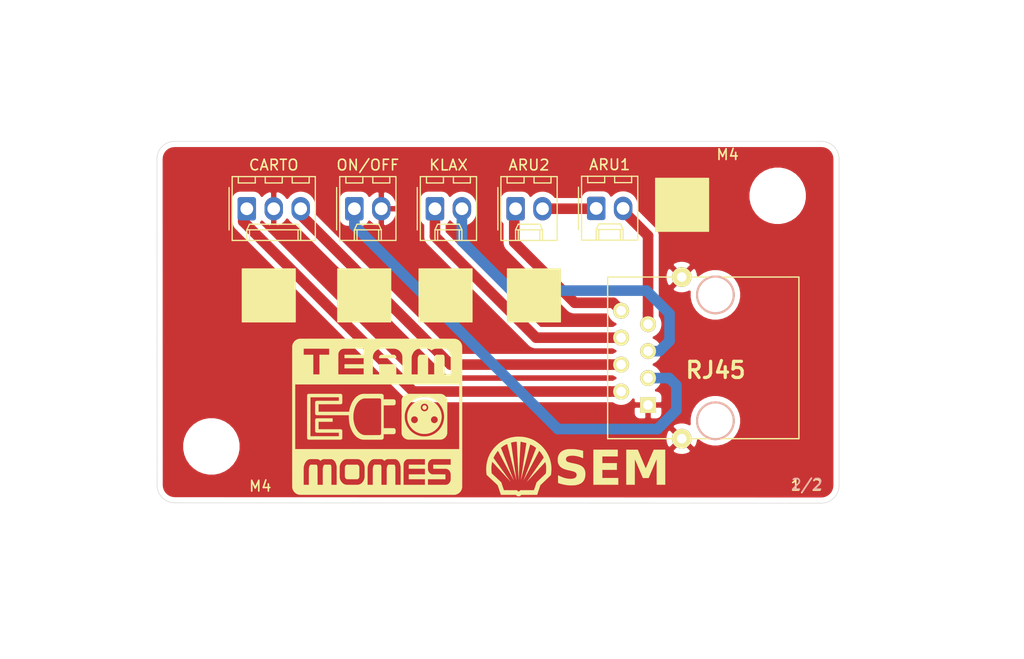
<source format=kicad_pcb>
(kicad_pcb (version 20171130) (host pcbnew "(5.1.0)-1")

  (general
    (thickness 1.6)
    (drawings 15)
    (tracks 39)
    (zones 0)
    (modules 10)
    (nets 10)
  )

  (page A4)
  (layers
    (0 F.Cu signal)
    (31 B.Cu signal)
    (32 B.Adhes user)
    (33 F.Adhes user)
    (34 B.Paste user)
    (35 F.Paste user)
    (36 B.SilkS user)
    (37 F.SilkS user)
    (38 B.Mask user)
    (39 F.Mask user)
    (40 Dwgs.User user)
    (41 Cmts.User user)
    (42 Eco1.User user)
    (43 Eco2.User user)
    (44 Edge.Cuts user)
    (45 Margin user)
    (46 B.CrtYd user)
    (47 F.CrtYd user)
    (48 B.Fab user)
    (49 F.Fab user)
  )

  (setup
    (last_trace_width 1)
    (user_trace_width 1)
    (trace_clearance 0.2)
    (zone_clearance 0.508)
    (zone_45_only no)
    (trace_min 0.2)
    (via_size 0.8)
    (via_drill 0.4)
    (via_min_size 0.4)
    (via_min_drill 0.3)
    (uvia_size 0.3)
    (uvia_drill 0.1)
    (uvias_allowed no)
    (uvia_min_size 0.2)
    (uvia_min_drill 0.1)
    (edge_width 0.05)
    (segment_width 0.2)
    (pcb_text_width 0.3)
    (pcb_text_size 1.5 1.5)
    (mod_edge_width 0.12)
    (mod_text_size 1 1)
    (mod_text_width 0.15)
    (pad_size 1.524 1.524)
    (pad_drill 0.762)
    (pad_to_mask_clearance 0.051)
    (solder_mask_min_width 0.25)
    (aux_axis_origin 0 0)
    (visible_elements FFFFFF7F)
    (pcbplotparams
      (layerselection 0x010fc_ffffffff)
      (usegerberextensions false)
      (usegerberattributes false)
      (usegerberadvancedattributes false)
      (creategerberjobfile false)
      (excludeedgelayer true)
      (linewidth 0.100000)
      (plotframeref false)
      (viasonmask false)
      (mode 1)
      (useauxorigin false)
      (hpglpennumber 1)
      (hpglpenspeed 20)
      (hpglpendiameter 15.000000)
      (psnegative false)
      (psa4output false)
      (plotreference true)
      (plotvalue true)
      (plotinvisibletext false)
      (padsonsilk false)
      (subtractmaskfromsilk false)
      (outputformat 1)
      (mirror false)
      (drillshape 1)
      (scaleselection 1)
      (outputdirectory ""))
  )

  (net 0 "")
  (net 1 GND)
  (net 2 +5V)
  (net 3 ON_OFF)
  (net 4 CARTO_A)
  (net 5 KLAXON)
  (net 6 GND_KLAXON)
  (net 7 ARU)
  (net 8 GND_ARU)
  (net 9 "Net-(J2-Pad2)")

  (net_class Default "Ceci est la Netclass par défaut."
    (clearance 0.2)
    (trace_width 0.25)
    (via_dia 0.8)
    (via_drill 0.4)
    (uvia_dia 0.3)
    (uvia_drill 0.1)
    (add_net +5V)
    (add_net ARU)
    (add_net CARTO_A)
    (add_net GND)
    (add_net GND_ARU)
    (add_net GND_KLAXON)
    (add_net KLAXON)
    (add_net "Net-(J2-Pad2)")
    (add_net ON_OFF)
  )

  (module TIM_Logos_V5:logo_ecomomes_highResSmall (layer F.Cu) (tedit 0) (tstamp 5E4F0011)
    (at 83.72 92.94)
    (fp_text reference G*** (at 0 0) (layer F.SilkS) hide
      (effects (font (size 1.524 1.524) (thickness 0.3)))
    )
    (fp_text value LOGO (at 0.75 0) (layer F.SilkS) hide
      (effects (font (size 1.524 1.524) (thickness 0.3)))
    )
    (fp_poly (pts (xy 4.495865 -1.075824) (xy 4.530216 -1.066265) (xy 4.562423 -1.050485) (xy 4.591626 -1.029051)
      (xy 4.616967 -1.002531) (xy 4.637587 -0.971493) (xy 4.652628 -0.936504) (xy 4.657306 -0.919799)
      (xy 4.662992 -0.880362) (xy 4.661024 -0.841992) (xy 4.651315 -0.803929) (xy 4.641231 -0.779859)
      (xy 4.620637 -0.745461) (xy 4.594939 -0.716761) (xy 4.564796 -0.694177) (xy 4.530865 -0.678126)
      (xy 4.493802 -0.669025) (xy 4.463433 -0.667018) (xy 4.445356 -0.667807) (xy 4.427808 -0.669636)
      (xy 4.414304 -0.672128) (xy 4.41325 -0.672416) (xy 4.375594 -0.687125) (xy 4.342634 -0.708212)
      (xy 4.314518 -0.735551) (xy 4.29139 -0.769016) (xy 4.283642 -0.783935) (xy 4.270132 -0.820847)
      (xy 4.264025 -0.858306) (xy 4.264908 -0.895463) (xy 4.27237 -0.931469) (xy 4.285999 -0.965473)
      (xy 4.305384 -0.996626) (xy 4.330113 -1.02408) (xy 4.359775 -1.046983) (xy 4.393957 -1.064486)
      (xy 4.424164 -1.074003) (xy 4.460228 -1.078592) (xy 4.495865 -1.075824)) (layer F.SilkS) (width 0.01))
    (fp_poly (pts (xy 4.501493 -1.617071) (xy 4.539683 -1.616544) (xy 4.573015 -1.615518) (xy 4.603027 -1.613869)
      (xy 4.631256 -1.611468) (xy 4.65924 -1.60819) (xy 4.688517 -1.603908) (xy 4.720624 -1.598494)
      (xy 4.750594 -1.593039) (xy 4.860807 -1.568549) (xy 4.968263 -1.536739) (xy 5.072658 -1.497836)
      (xy 5.173688 -1.452069) (xy 5.271051 -1.399664) (xy 5.364444 -1.34085) (xy 5.453562 -1.275855)
      (xy 5.538104 -1.204906) (xy 5.617767 -1.128232) (xy 5.692246 -1.046059) (xy 5.761238 -0.958617)
      (xy 5.824442 -0.866132) (xy 5.881553 -0.768833) (xy 5.9038 -0.72629) (xy 5.948865 -0.629317)
      (xy 5.986989 -0.530582) (xy 6.018418 -0.42926) (xy 6.043399 -0.324525) (xy 6.062178 -0.215549)
      (xy 6.067046 -0.178594) (xy 6.069796 -0.149864) (xy 6.071911 -0.114992) (xy 6.073391 -0.075591)
      (xy 6.074237 -0.033277) (xy 6.07445 0.010336) (xy 6.074028 0.053634) (xy 6.072974 0.095002)
      (xy 6.071286 0.132825) (xy 6.068967 0.165489) (xy 6.066951 0.184547) (xy 6.058193 0.247049)
      (xy 6.048181 0.304959) (xy 6.036315 0.361598) (xy 6.02999 0.38846) (xy 5.999917 0.49568)
      (xy 5.962744 0.599773) (xy 5.918764 0.700463) (xy 5.868268 0.797473) (xy 5.811551 0.890524)
      (xy 5.748905 0.97934) (xy 5.680622 1.063643) (xy 5.606997 1.143156) (xy 5.528322 1.217603)
      (xy 5.444889 1.286705) (xy 5.356992 1.350186) (xy 5.264923 1.407768) (xy 5.168977 1.459174)
      (xy 5.069444 1.504127) (xy 4.966619 1.54235) (xy 4.860795 1.573565) (xy 4.752578 1.597437)
      (xy 4.71772 1.603636) (xy 4.68642 1.608632) (xy 4.657067 1.612565) (xy 4.62805 1.615574)
      (xy 4.597757 1.617797) (xy 4.564577 1.619374) (xy 4.526899 1.620443) (xy 4.483112 1.621143)
      (xy 4.47675 1.621216) (xy 4.443565 1.62146) (xy 4.411221 1.621472) (xy 4.381027 1.62127)
      (xy 4.354292 1.620869) (xy 4.332328 1.620285) (xy 4.316444 1.619534) (xy 4.311932 1.619177)
      (xy 4.239222 1.610434) (xy 4.164422 1.598224) (xy 4.090331 1.583092) (xy 4.019747 1.565581)
      (xy 3.984798 1.555546) (xy 3.878823 1.519416) (xy 3.776362 1.476345) (xy 3.677684 1.426631)
      (xy 3.583058 1.37057) (xy 3.492753 1.308458) (xy 3.407039 1.240591) (xy 3.326184 1.167266)
      (xy 3.250459 1.08878) (xy 3.180132 1.005429) (xy 3.115472 0.917508) (xy 3.056749 0.825316)
      (xy 3.004232 0.729147) (xy 2.95819 0.629298) (xy 2.918892 0.526066) (xy 2.886609 0.419747)
      (xy 2.863733 0.321469) (xy 2.85801 0.291963) (xy 3.192137 0.291963) (xy 3.197096 0.339601)
      (xy 3.209092 0.385838) (xy 3.227675 0.429849) (xy 3.252397 0.470809) (xy 3.28281 0.507891)
      (xy 3.318464 0.54027) (xy 3.358911 0.567121) (xy 3.374893 0.575437) (xy 3.404386 0.588445)
      (xy 3.431866 0.597488) (xy 3.459757 0.603051) (xy 3.490486 0.605618) (xy 3.526234 0.605682)
      (xy 3.552207 0.604707) (xy 3.572322 0.603151) (xy 3.58865 0.600756) (xy 3.603263 0.597266)
      (xy 3.609578 0.595351) (xy 3.658197 0.575856) (xy 3.702139 0.550168) (xy 3.740998 0.518703)
      (xy 3.774371 0.48188) (xy 3.801851 0.440119) (xy 3.823035 0.393836) (xy 3.832266 0.365125)
      (xy 3.836785 0.341758) (xy 3.839385 0.313228) (xy 3.840088 0.282069) (xy 3.840001 0.279746)
      (xy 5.068463 0.279746) (xy 5.069631 0.312893) (xy 5.073144 0.344313) (xy 5.078889 0.371267)
      (xy 5.080029 0.375047) (xy 5.09717 0.419956) (xy 5.118713 0.459395) (xy 5.145721 0.495099)
      (xy 5.168036 0.518403) (xy 5.206691 0.550087) (xy 5.24979 0.575498) (xy 5.29625 0.594058)
      (xy 5.32368 0.601321) (xy 5.346504 0.604717) (xy 5.374133 0.60645) (xy 5.403613 0.606521)
      (xy 5.43199 0.604931) (xy 5.456306 0.601683) (xy 5.458458 0.601255) (xy 5.505703 0.587882)
      (xy 5.548953 0.567929) (xy 5.589044 0.540958) (xy 5.612895 0.520318) (xy 5.647744 0.482779)
      (xy 5.675178 0.442712) (xy 5.69547 0.39957) (xy 5.708892 0.352803) (xy 5.714558 0.315557)
      (xy 5.715785 0.265776) (xy 5.709578 0.217464) (xy 5.696399 0.17128) (xy 5.676709 0.127883)
      (xy 5.65097 0.087931) (xy 5.619645 0.052084) (xy 5.583195 0.021001) (xy 5.542081 -0.00466)
      (xy 5.496767 -0.02424) (xy 5.470922 -0.032) (xy 5.442482 -0.037224) (xy 5.409621 -0.039949)
      (xy 5.375469 -0.040121) (xy 5.343157 -0.037688) (xy 5.32356 -0.034461) (xy 5.276249 -0.020395)
      (xy 5.232167 0.000529) (xy 5.191949 0.027669) (xy 5.156228 0.060381) (xy 5.125635 0.098024)
      (xy 5.100805 0.139955) (xy 5.08237 0.185532) (xy 5.073614 0.21924) (xy 5.069753 0.247615)
      (xy 5.068463 0.279746) (xy 3.840001 0.279746) (xy 3.838916 0.250814) (xy 3.835892 0.221997)
      (xy 3.831039 0.198151) (xy 3.830782 0.19725) (xy 3.812909 0.14898) (xy 3.788828 0.105222)
      (xy 3.759096 0.066396) (xy 3.724268 0.032919) (xy 3.684901 0.005207) (xy 3.641551 -0.01632)
      (xy 3.594774 -0.031246) (xy 3.545126 -0.039154) (xy 3.514328 -0.040356) (xy 3.464264 -0.036335)
      (xy 3.416678 -0.02511) (xy 3.372133 -0.00718) (xy 3.331188 0.016956) (xy 3.294404 0.046801)
      (xy 3.262344 0.081855) (xy 3.235567 0.121621) (xy 3.214634 0.165599) (xy 3.200107 0.213291)
      (xy 3.194662 0.243751) (xy 3.192137 0.291963) (xy 2.85801 0.291963) (xy 2.85653 0.284335)
      (xy 2.850654 0.251123) (xy 2.845976 0.220362) (xy 2.842368 0.190579) (xy 2.839703 0.160305)
      (xy 2.837851 0.128066) (xy 2.836685 0.092393) (xy 2.836076 0.051813) (xy 2.835897 0.004856)
      (xy 2.835897 0.001984) (xy 2.835983 -0.040459) (xy 2.836294 -0.076364) (xy 2.836937 -0.10713)
      (xy 2.838021 -0.134156) (xy 2.83965 -0.158841) (xy 2.841933 -0.182583) (xy 2.844977 -0.206781)
      (xy 2.848888 -0.232834) (xy 2.853774 -0.262141) (xy 2.857903 -0.28575) (xy 2.881111 -0.394418)
      (xy 2.911709 -0.500643) (xy 2.949436 -0.604096) (xy 2.994032 -0.704446) (xy 3.045234 -0.801365)
      (xy 3.084338 -0.864666) (xy 4.106489 -0.864666) (xy 4.108033 -0.83779) (xy 4.111857 -0.806443)
      (xy 4.117568 -0.778934) (xy 4.126007 -0.752348) (xy 4.138014 -0.72377) (xy 4.145325 -0.708422)
      (xy 4.172468 -0.661684) (xy 4.205296 -0.620427) (xy 4.243528 -0.584896) (xy 4.286882 -0.555336)
      (xy 4.335079 -0.531992) (xy 4.356646 -0.524117) (xy 4.394851 -0.514473) (xy 4.436942 -0.509151)
      (xy 4.480013 -0.508363) (xy 4.520406 -0.512198) (xy 4.569757 -0.524045) (xy 4.616684 -0.543037)
      (xy 4.660481 -0.568572) (xy 4.700444 -0.600045) (xy 4.735869 -0.636853) (xy 4.766049 -0.678393)
      (xy 4.790282 -0.724061) (xy 4.801602 -0.752984) (xy 4.806429 -0.769205) (xy 4.811405 -0.78931)
      (xy 4.815556 -0.809324) (xy 4.816042 -0.812043) (xy 4.821179 -0.863526) (xy 4.818889 -0.914399)
      (xy 4.809593 -0.963957) (xy 4.793711 -1.011496) (xy 4.771664 -1.056311) (xy 4.743872 -1.097699)
      (xy 4.710756 -1.134953) (xy 4.672737 -1.16737) (xy 4.630235 -1.194244) (xy 4.58367 -1.214872)
      (xy 4.573579 -1.218292) (xy 4.522855 -1.23074) (xy 4.472712 -1.235678) (xy 4.423671 -1.233533)
      (xy 4.376255 -1.224732) (xy 4.330987 -1.209703) (xy 4.28839 -1.188873) (xy 4.248986 -1.16267)
      (xy 4.213299 -1.131519) (xy 4.181851 -1.09585) (xy 4.155164 -1.056088) (xy 4.133762 -1.012662)
      (xy 4.118167 -0.965998) (xy 4.108902 -0.916524) (xy 4.106489 -0.864666) (xy 3.084338 -0.864666)
      (xy 3.102782 -0.894521) (xy 3.166415 -0.983585) (xy 3.235871 -1.068227) (xy 3.31089 -1.148117)
      (xy 3.391211 -1.222926) (xy 3.476572 -1.292322) (xy 3.566713 -1.355977) (xy 3.661372 -1.41356)
      (xy 3.760288 -1.464741) (xy 3.80796 -1.486397) (xy 3.907779 -1.525769) (xy 4.01102 -1.558759)
      (xy 4.115895 -1.584842) (xy 4.191 -1.598984) (xy 4.222184 -1.603921) (xy 4.249663 -1.607894)
      (xy 4.274911 -1.611005) (xy 4.299407 -1.613354) (xy 4.324627 -1.615043) (xy 4.352047 -1.616173)
      (xy 4.383145 -1.616846) (xy 4.419396 -1.617163) (xy 4.456906 -1.617228) (xy 4.501493 -1.617071)) (layer F.SilkS) (width 0.01))
    (fp_poly (pts (xy 0.768025 -5.841409) (xy 0.83382 -5.841343) (xy 0.90673 -5.841241) (xy 0.987134 -5.841108)
      (xy 1.001223 -5.841083) (xy 1.597422 -5.840016) (xy 1.625902 -5.829601) (xy 1.658947 -5.814371)
      (xy 1.691265 -5.793659) (xy 1.721214 -5.768886) (xy 1.747154 -5.741472) (xy 1.767444 -5.712836)
      (xy 1.773239 -5.702117) (xy 1.783683 -5.677877) (xy 1.790942 -5.653217) (xy 1.795416 -5.626062)
      (xy 1.797506 -5.594338) (xy 1.797785 -5.575102) (xy 1.797844 -5.5245) (xy 0.178594 -5.5245)
      (xy 0.178594 -5.575898) (xy 0.17913 -5.606732) (xy 0.180974 -5.631737) (xy 0.184473 -5.652965)
      (xy 0.189978 -5.672469) (xy 0.197838 -5.6923) (xy 0.198786 -5.694423) (xy 0.218601 -5.72921)
      (xy 0.244813 -5.761065) (xy 0.276106 -5.788939) (xy 0.311166 -5.81178) (xy 0.348677 -5.828536)
      (xy 0.376145 -5.836177) (xy 0.380869 -5.836994) (xy 0.387002 -5.837731) (xy 0.394925 -5.838391)
      (xy 0.405019 -5.838977) (xy 0.417662 -5.839492) (xy 0.433236 -5.83994) (xy 0.45212 -5.840323)
      (xy 0.474696 -5.840644) (xy 0.501344 -5.840906) (xy 0.532443 -5.841112) (xy 0.568374 -5.841265)
      (xy 0.609518 -5.841369) (xy 0.656254 -5.841425) (xy 0.708963 -5.841438) (xy 0.768025 -5.841409)) (layer F.SilkS) (width 0.01))
    (fp_poly (pts (xy 4.161272 -2.153055) (xy 4.283732 -2.15305) (xy 4.413815 -2.153047) (xy 4.454922 -2.153047)
      (xy 4.589602 -2.153043) (xy 4.716564 -2.153031) (xy 4.836027 -2.153011) (xy 4.948209 -2.152981)
      (xy 5.053329 -2.15294) (xy 5.151607 -2.152889) (xy 5.243261 -2.152826) (xy 5.328511 -2.15275)
      (xy 5.407574 -2.152661) (xy 5.480672 -2.152558) (xy 5.548021 -2.15244) (xy 5.609842 -2.152306)
      (xy 5.666353 -2.152157) (xy 5.717773 -2.15199) (xy 5.764321 -2.151806) (xy 5.806217 -2.151603)
      (xy 5.843678 -2.15138) (xy 5.876925 -2.151138) (xy 5.906176 -2.150875) (xy 5.93165 -2.15059)
      (xy 5.953566 -2.150283) (xy 5.972143 -2.149953) (xy 5.9876 -2.149599) (xy 6.000157 -2.149221)
      (xy 6.010031 -2.148818) (xy 6.017442 -2.148388) (xy 6.022609 -2.147932) (xy 6.024562 -2.147671)
      (xy 6.099176 -2.132192) (xy 6.169316 -2.110201) (xy 6.235203 -2.081586) (xy 6.297056 -2.046235)
      (xy 6.355097 -2.004036) (xy 6.409544 -1.954878) (xy 6.414318 -1.950066) (xy 6.462472 -1.89609)
      (xy 6.50366 -1.839047) (xy 6.538126 -1.778453) (xy 6.566113 -1.713824) (xy 6.587865 -1.644675)
      (xy 6.602828 -1.575211) (xy 6.603438 -1.571418) (xy 6.604012 -1.567161) (xy 6.604552 -1.562201)
      (xy 6.605058 -1.5563) (xy 6.605531 -1.54922) (xy 6.605973 -1.540722) (xy 6.606385 -1.530567)
      (xy 6.606767 -1.518517) (xy 6.607121 -1.504333) (xy 6.607448 -1.487777) (xy 6.607749 -1.46861)
      (xy 6.608025 -1.446594) (xy 6.608277 -1.42149) (xy 6.608506 -1.39306) (xy 6.608714 -1.361064)
      (xy 6.6089 -1.325266) (xy 6.609068 -1.285426) (xy 6.609216 -1.241305) (xy 6.609347 -1.192665)
      (xy 6.609462 -1.139268) (xy 6.609561 -1.080875) (xy 6.609647 -1.017247) (xy 6.609719 -0.948146)
      (xy 6.609779 -0.873333) (xy 6.609828 -0.792571) (xy 6.609867 -0.705619) (xy 6.609897 -0.612241)
      (xy 6.609919 -0.512197) (xy 6.609935 -0.405248) (xy 6.609945 -0.291157) (xy 6.609951 -0.169685)
      (xy 6.609953 -0.040592) (xy 6.609953 0.003969) (xy 6.609952 0.135667) (xy 6.609947 0.259666)
      (xy 6.609938 0.376204) (xy 6.609924 0.48552) (xy 6.609904 0.58785) (xy 6.609876 0.683433)
      (xy 6.609839 0.772508) (xy 6.609793 0.855313) (xy 6.609736 0.932085) (xy 6.609668 1.003063)
      (xy 6.609587 1.068486) (xy 6.609491 1.12859) (xy 6.609381 1.183616) (xy 6.609255 1.233799)
      (xy 6.609112 1.27938) (xy 6.60895 1.320595) (xy 6.60877 1.357684) (xy 6.608569 1.390884)
      (xy 6.608347 1.420433) (xy 6.608102 1.44657) (xy 6.607834 1.469533) (xy 6.607541 1.489559)
      (xy 6.607223 1.506888) (xy 6.606878 1.521756) (xy 6.606505 1.534403) (xy 6.606104 1.545067)
      (xy 6.605672 1.553986) (xy 6.60521 1.561397) (xy 6.604716 1.567539) (xy 6.604188 1.572651)
      (xy 6.603627 1.57697) (xy 6.60303 1.580734) (xy 6.602888 1.581547) (xy 6.586109 1.656172)
      (xy 6.563136 1.725955) (xy 6.533808 1.791209) (xy 6.497966 1.852248) (xy 6.455451 1.909385)
      (xy 6.411008 1.958071) (xy 6.356535 2.007122) (xy 6.297805 2.049734) (xy 6.235337 2.085607)
      (xy 6.16965 2.114443) (xy 6.10281 2.135547) (xy 6.096089 2.137337) (xy 6.090083 2.139023)
      (xy 6.084551 2.140607) (xy 6.07925 2.142094) (xy 6.073939 2.143486) (xy 6.068378 2.144786)
      (xy 6.062325 2.145998) (xy 6.055538 2.147125) (xy 6.047777 2.14817) (xy 6.0388 2.149136)
      (xy 6.028366 2.150026) (xy 6.016233 2.150844) (xy 6.00216 2.151593) (xy 5.985906 2.152276)
      (xy 5.96723 2.152896) (xy 5.94589 2.153456) (xy 5.921645 2.15396) (xy 5.894253 2.154411)
      (xy 5.863474 2.154812) (xy 5.829066 2.155166) (xy 5.790788 2.155476) (xy 5.748398 2.155746)
      (xy 5.701656 2.155978) (xy 5.650319 2.156177) (xy 5.594147 2.156345) (xy 5.532898 2.156485)
      (xy 5.466331 2.1566) (xy 5.394205 2.156694) (xy 5.316278 2.156771) (xy 5.232309 2.156832)
      (xy 5.142058 2.156881) (xy 5.045281 2.156923) (xy 4.941739 2.156958) (xy 4.831189 2.156992)
      (xy 4.713392 2.157027) (xy 4.588104 2.157066) (xy 4.474765 2.157105) (xy 4.364776 2.157142)
      (xy 4.256736 2.157171) (xy 4.150922 2.157192) (xy 4.047607 2.157206) (xy 3.947066 2.157213)
      (xy 3.849575 2.157212) (xy 3.755407 2.157205) (xy 3.664838 2.15719) (xy 3.578141 2.157169)
      (xy 3.495593 2.157141) (xy 3.417466 2.157107) (xy 3.344037 2.157066) (xy 3.275579 2.157019)
      (xy 3.212368 2.156967) (xy 3.154677 2.156908) (xy 3.102783 2.156844) (xy 3.056958 2.156774)
      (xy 3.017479 2.156699) (xy 2.984619 2.156618) (xy 2.958654 2.156533) (xy 2.939857 2.156442)
      (xy 2.928504 2.156347) (xy 2.924969 2.156267) (xy 2.853891 2.146787) (xy 2.784769 2.129872)
      (xy 2.718135 2.105894) (xy 2.65452 2.075227) (xy 2.594454 2.038243) (xy 2.538471 1.995316)
      (xy 2.487101 1.946818) (xy 2.440876 1.893123) (xy 2.400326 1.834604) (xy 2.365985 1.771634)
      (xy 2.360633 1.760141) (xy 2.333465 1.690933) (xy 2.313528 1.619232) (xy 2.305214 1.575594)
      (xy 2.304724 1.56851) (xy 2.304256 1.553824) (xy 2.303808 1.531868) (xy 2.303381 1.502976)
      (xy 2.302976 1.467482) (xy 2.302592 1.425718) (xy 2.302229 1.378019) (xy 2.301887 1.324718)
      (xy 2.301566 1.266148) (xy 2.301266 1.202644) (xy 2.300987 1.134538) (xy 2.300729 1.062164)
      (xy 2.300492 0.985855) (xy 2.300277 0.905946) (xy 2.300082 0.822769) (xy 2.299909 0.736658)
      (xy 2.299756 0.647947) (xy 2.299625 0.556969) (xy 2.299515 0.464058) (xy 2.299425 0.369547)
      (xy 2.299357 0.273769) (xy 2.29931 0.177059) (xy 2.299284 0.079749) (xy 2.299279 -0.017826)
      (xy 2.299281 -0.032621) (xy 2.595745 -0.032621) (xy 2.597325 0.086763) (xy 2.606354 0.205869)
      (xy 2.622847 0.324052) (xy 2.641699 0.418703) (xy 2.668618 0.522088) (xy 2.702437 0.625987)
      (xy 2.742461 0.728601) (xy 2.787996 0.828132) (xy 2.832109 0.911802) (xy 2.894829 1.015249)
      (xy 2.963571 1.11375) (xy 3.038033 1.207104) (xy 3.117911 1.29511) (xy 3.202905 1.377566)
      (xy 3.292712 1.454271) (xy 3.387031 1.525024) (xy 3.485559 1.589624) (xy 3.587996 1.647869)
      (xy 3.694038 1.699559) (xy 3.803385 1.744491) (xy 3.915733 1.782465) (xy 4.030782 1.813279)
      (xy 4.148229 1.836733) (xy 4.238625 1.849478) (xy 4.29652 1.85499) (xy 4.358822 1.858772)
      (xy 4.42314 1.860783) (xy 4.487084 1.860985) (xy 4.548265 1.859339) (xy 4.604292 1.855806)
      (xy 4.607719 1.855509) (xy 4.730109 1.841084) (xy 4.848727 1.81975) (xy 4.963908 1.791387)
      (xy 5.075987 1.755878) (xy 5.185299 1.713104) (xy 5.29218 1.662948) (xy 5.396964 1.605291)
      (xy 5.496444 1.542405) (xy 5.592269 1.473178) (xy 5.683485 1.397727) (xy 5.769766 1.316479)
      (xy 5.850788 1.229859) (xy 5.926223 1.138293) (xy 5.995746 1.042206) (xy 6.059032 0.942024)
      (xy 6.115754 0.838174) (xy 6.165587 0.73108) (xy 6.208205 0.621168) (xy 6.213695 0.605234)
      (xy 6.249447 0.487682) (xy 6.277364 0.369154) (xy 6.297452 0.249899) (xy 6.309717 0.130168)
      (xy 6.314166 0.01021) (xy 6.310805 -0.109727) (xy 6.299642 -0.229392) (xy 6.280682 -0.348536)
      (xy 6.253932 -0.46691) (xy 6.2194 -0.584265) (xy 6.179381 -0.694604) (xy 6.168806 -0.719863)
      (xy 6.155235 -0.75017) (xy 6.139577 -0.783663) (xy 6.122737 -0.818479) (xy 6.105623 -0.852755)
      (xy 6.089144 -0.884629) (xy 6.074205 -0.912237) (xy 6.06834 -0.922578) (xy 6.004104 -1.025996)
      (xy 5.93408 -1.124199) (xy 5.858559 -1.217018) (xy 5.777835 -1.304282) (xy 5.6922 -1.385822)
      (xy 5.601946 -1.461468) (xy 5.507368 -1.531051) (xy 5.408757 -1.594402) (xy 5.306407 -1.65135)
      (xy 5.20061 -1.701726) (xy 5.091658 -1.74536) (xy 4.979845 -1.782084) (xy 4.865464 -1.811726)
      (xy 4.748807 -1.834118) (xy 4.630167 -1.84909) (xy 4.509837 -1.856472) (xy 4.454922 -1.857272)
      (xy 4.333277 -1.853485) (xy 4.213605 -1.842076) (xy 4.09545 -1.822979) (xy 3.97836 -1.796131)
      (xy 3.928208 -1.782181) (xy 3.81553 -1.745072) (xy 3.705361 -1.700575) (xy 3.598126 -1.648962)
      (xy 3.494251 -1.590504) (xy 3.394161 -1.525472) (xy 3.29828 -1.454139) (xy 3.207035 -1.376774)
      (xy 3.12085 -1.293651) (xy 3.06035 -1.228328) (xy 2.982306 -1.133994) (xy 2.911197 -1.035802)
      (xy 2.84704 -0.93378) (xy 2.789851 -0.827958) (xy 2.739645 -0.718366) (xy 2.696439 -0.605033)
      (xy 2.663609 -0.500062) (xy 2.635546 -0.386004) (xy 2.614871 -0.269649) (xy 2.601598 -0.15164)
      (xy 2.595745 -0.032621) (xy 2.299281 -0.032621) (xy 2.299294 -0.115334) (xy 2.299331 -0.212441)
      (xy 2.299389 -0.308813) (xy 2.299468 -0.404116) (xy 2.299568 -0.498018) (xy 2.299689 -0.590185)
      (xy 2.299831 -0.680282) (xy 2.299994 -0.767978) (xy 2.300178 -0.852937) (xy 2.300383 -0.934828)
      (xy 2.300609 -1.013315) (xy 2.300856 -1.088066) (xy 2.301123 -1.158748) (xy 2.301412 -1.225026)
      (xy 2.301722 -1.286567) (xy 2.302053 -1.343037) (xy 2.302405 -1.394104) (xy 2.302777 -1.439433)
      (xy 2.303171 -1.478691) (xy 2.303586 -1.511545) (xy 2.304021 -1.537661) (xy 2.304478 -1.556706)
      (xy 2.304955 -1.568345) (xy 2.30525 -1.571625) (xy 2.320592 -1.644056) (xy 2.342905 -1.713327)
      (xy 2.371827 -1.779041) (xy 2.407 -1.840798) (xy 2.448063 -1.898203) (xy 2.494658 -1.950856)
      (xy 2.546423 -1.998362) (xy 2.603 -2.040322) (xy 2.664029 -2.076338) (xy 2.729149 -2.106013)
      (xy 2.798002 -2.12895) (xy 2.813117 -2.132927) (xy 2.81975 -2.134634) (xy 2.825813 -2.136241)
      (xy 2.831549 -2.137753) (xy 2.837197 -2.139171) (xy 2.843 -2.140499) (xy 2.849197 -2.14174)
      (xy 2.85603 -2.142896) (xy 2.86374 -2.143971) (xy 2.872567 -2.144968) (xy 2.882753 -2.14589)
      (xy 2.894539 -2.146739) (xy 2.908165 -2.147518) (xy 2.923872 -2.148231) (xy 2.941902 -2.14888)
      (xy 2.962496 -2.149469) (xy 2.985894 -2.15) (xy 3.012337 -2.150476) (xy 3.042066 -2.1509)
      (xy 3.075322 -2.151276) (xy 3.112347 -2.151605) (xy 3.15338 -2.151892) (xy 3.198664 -2.152139)
      (xy 3.248438 -2.152348) (xy 3.302945 -2.152524) (xy 3.362424 -2.152668) (xy 3.427117 -2.152785)
      (xy 3.497265 -2.152876) (xy 3.573109 -2.152944) (xy 3.654889 -2.152994) (xy 3.742846 -2.153027)
      (xy 3.837223 -2.153047) (xy 3.938259 -2.153056) (xy 4.046195 -2.153058) (xy 4.161272 -2.153055)) (layer F.SilkS) (width 0.01))
    (fp_poly (pts (xy 0.152969 -2.154893) (xy 0.202337 -2.154761) (xy 0.246564 -2.154542) (xy 0.285961 -2.154225)
      (xy 0.320837 -2.153799) (xy 0.351505 -2.153254) (xy 0.378274 -2.152579) (xy 0.401455 -2.151763)
      (xy 0.42136 -2.150794) (xy 0.438298 -2.149663) (xy 0.45258 -2.148359) (xy 0.464518 -2.146869)
      (xy 0.474421 -2.145185) (xy 0.482601 -2.143294) (xy 0.489368 -2.141187) (xy 0.495033 -2.138851)
      (xy 0.499907 -2.136277) (xy 0.504299 -2.133454) (xy 0.508522 -2.13037) (xy 0.512885 -2.127015)
      (xy 0.5177 -2.123377) (xy 0.522926 -2.119684) (xy 0.540421 -2.107167) (xy 0.553536 -2.095693)
      (xy 0.564914 -2.082601) (xy 0.577196 -2.065232) (xy 0.57758 -2.064656) (xy 0.585009 -2.053249)
      (xy 0.591254 -2.042683) (xy 0.59642 -2.032166) (xy 0.600607 -2.020905) (xy 0.603919 -2.00811)
      (xy 0.606457 -1.992988) (xy 0.608325 -1.974748) (xy 0.609625 -1.952597) (xy 0.610458 -1.925744)
      (xy 0.610928 -1.893396) (xy 0.611136 -1.854763) (xy 0.611186 -1.809052) (xy 0.611187 -1.804789)
      (xy 0.611187 -1.639094) (xy 1.086896 -1.639094) (xy 1.165922 -1.639059) (xy 1.238656 -1.638956)
      (xy 1.304934 -1.638786) (xy 1.364596 -1.63855) (xy 1.417478 -1.63825) (xy 1.46342 -1.637886)
      (xy 1.502258 -1.637461) (xy 1.533831 -1.636975) (xy 1.557977 -1.63643) (xy 1.574534 -1.635828)
      (xy 1.58334 -1.635168) (xy 1.583981 -1.635065) (xy 1.62014 -1.624349) (xy 1.652849 -1.606819)
      (xy 1.681385 -1.583113) (xy 1.705022 -1.553873) (xy 1.723034 -1.519739) (xy 1.727261 -1.508556)
      (xy 1.729795 -1.500912) (xy 1.731806 -1.493593) (xy 1.733357 -1.485601) (xy 1.734506 -1.475936)
      (xy 1.735314 -1.4636) (xy 1.73584 -1.447594) (xy 1.736144 -1.426918) (xy 1.736286 -1.400574)
      (xy 1.736327 -1.367562) (xy 1.736328 -1.357312) (xy 1.736305 -1.322317) (xy 1.736196 -1.294261)
      (xy 1.735942 -1.272144) (xy 1.735482 -1.254968) (xy 1.734757 -1.241733) (xy 1.733706 -1.231442)
      (xy 1.732271 -1.223094) (xy 1.73039 -1.215691) (xy 1.728005 -1.208235) (xy 1.727261 -1.206069)
      (xy 1.711181 -1.169863) (xy 1.689941 -1.139612) (xy 1.663313 -1.115054) (xy 1.632893 -1.096793)
      (xy 1.615405 -1.089412) (xy 1.596741 -1.083151) (xy 1.581299 -1.079436) (xy 1.573709 -1.078853)
      (xy 1.558511 -1.078308) (xy 1.536037 -1.077804) (xy 1.506617 -1.077344) (xy 1.470582 -1.076931)
      (xy 1.428262 -1.076567) (xy 1.379988 -1.076254) (xy 1.32609 -1.075996) (xy 1.2669 -1.075794)
      (xy 1.202747 -1.075652) (xy 1.133962 -1.075572) (xy 1.084461 -1.075554) (xy 0.611187 -1.075531)
      (xy 0.611187 1.0795) (xy 1.084461 1.079523) (xy 1.155041 1.079559) (xy 1.221503 1.079658)
      (xy 1.283493 1.079817) (xy 1.340655 1.080033) (xy 1.392636 1.080304) (xy 1.439083 1.080627)
      (xy 1.479639 1.080999) (xy 1.513953 1.081417) (xy 1.541668 1.081879) (xy 1.562432 1.082382)
      (xy 1.57589 1.082924) (xy 1.581098 1.083372) (xy 1.61271 1.092034) (xy 1.643788 1.106963)
      (xy 1.671623 1.126792) (xy 1.677212 1.131838) (xy 1.696002 1.151654) (xy 1.71037 1.172143)
      (xy 1.722246 1.196283) (xy 1.727171 1.208802) (xy 1.729598 1.215676) (xy 1.731531 1.222468)
      (xy 1.733029 1.230147) (xy 1.734149 1.239685) (xy 1.734949 1.25205) (xy 1.735487 1.268215)
      (xy 1.735819 1.289149) (xy 1.736005 1.315823) (xy 1.736101 1.349206) (xy 1.736119 1.359297)
      (xy 1.736156 1.394571) (xy 1.736099 1.422895) (xy 1.735892 1.445256) (xy 1.735477 1.462642)
      (xy 1.734798 1.47604) (xy 1.733798 1.486438) (xy 1.732418 1.494822) (xy 1.730603 1.502181)
      (xy 1.728295 1.509502) (xy 1.727261 1.512525) (xy 1.710726 1.549254) (xy 1.688445 1.580518)
      (xy 1.66052 1.606213) (xy 1.627052 1.626237) (xy 1.607344 1.634428) (xy 1.604106 1.635394)
      (xy 1.599733 1.636263) (xy 1.593804 1.637042) (xy 1.585897 1.637738) (xy 1.575591 1.638356)
      (xy 1.562465 1.638902) (xy 1.546097 1.639384) (xy 1.526066 1.639808) (xy 1.50195 1.640179)
      (xy 1.473329 1.640505) (xy 1.43978 1.640791) (xy 1.400883 1.641045) (xy 1.356217 1.641271)
      (xy 1.305359 1.641478) (xy 1.24789 1.64167) (xy 1.183386 1.641854) (xy 1.111427 1.642038)
      (xy 1.100336 1.642065) (xy 0.611187 1.643244) (xy 0.611187 1.808848) (xy 0.611146 1.855179)
      (xy 0.610957 1.894365) (xy 0.610515 1.9272) (xy 0.609717 1.954478) (xy 0.60846 1.976991)
      (xy 0.606641 1.995533) (xy 0.604157 2.010898) (xy 0.600904 2.023877) (xy 0.596778 2.035265)
      (xy 0.591678 2.045856) (xy 0.585499 2.056441) (xy 0.578139 2.067814) (xy 0.577318 2.069049)
      (xy 0.564984 2.08662) (xy 0.553751 2.099763) (xy 0.541039 2.111086) (xy 0.52427 2.123194)
      (xy 0.522665 2.124283) (xy 0.517234 2.128119) (xy 0.512529 2.131664) (xy 0.508235 2.134929)
      (xy 0.504034 2.137925) (xy 0.499611 2.140664) (xy 0.494651 2.143157) (xy 0.488838 2.145415)
      (xy 0.481856 2.147451) (xy 0.473389 2.149275) (xy 0.463122 2.150899) (xy 0.450738 2.152334)
      (xy 0.435922 2.153592) (xy 0.418359 2.154685) (xy 0.397731 2.155623) (xy 0.373725 2.156418)
      (xy 0.346023 2.157082) (xy 0.31431 2.157626) (xy 0.278271 2.158062) (xy 0.237589 2.1584)
      (xy 0.191949 2.158653) (xy 0.141035 2.158832) (xy 0.084531 2.158948) (xy 0.022121 2.159013)
      (xy -0.046509 2.159038) (xy -0.121677 2.159035) (xy -0.203698 2.159015) (xy -0.292887 2.158989)
      (xy -0.389561 2.15897) (xy -0.434011 2.158966) (xy -0.534298 2.158958) (xy -0.626981 2.158939)
      (xy -0.712392 2.158905) (xy -0.790865 2.158851) (xy -0.862733 2.158771) (xy -0.928329 2.158661)
      (xy -0.987985 2.158516) (xy -1.042035 2.158332) (xy -1.090812 2.158103) (xy -1.134649 2.157825)
      (xy -1.173879 2.157492) (xy -1.208835 2.157101) (xy -1.239851 2.156646) (xy -1.267258 2.156123)
      (xy -1.291391 2.155526) (xy -1.312582 2.154852) (xy -1.331164 2.154094) (xy -1.34747 2.153248)
      (xy -1.361834 2.15231) (xy -1.374589 2.151274) (xy -1.386067 2.150137) (xy -1.396601 2.148892)
      (xy -1.406526 2.147535) (xy -1.416172 2.146062) (xy -1.424781 2.144651) (xy -1.508851 2.126564)
      (xy -1.591395 2.100877) (xy -1.672237 2.067811) (xy -1.751204 2.027587) (xy -1.828122 1.980427)
      (xy -1.902816 1.92655) (xy -1.975111 1.86618) (xy -2.044834 1.799536) (xy -2.111809 1.72684)
      (xy -2.175864 1.648314) (xy -2.236822 1.564178) (xy -2.29451 1.474653) (xy -2.348753 1.379962)
      (xy -2.399378 1.280324) (xy -2.446209 1.175962) (xy -2.489072 1.067096) (xy -2.527793 0.953947)
      (xy -2.562198 0.836738) (xy -2.592111 0.715688) (xy -2.607113 0.644922) (xy -2.626498 0.539297)
      (xy -2.642003 0.435617) (xy -2.653804 0.332029) (xy -2.66208 0.226681) (xy -2.667008 0.11772)
      (xy -2.668764 0.003294) (xy -2.668766 0.001984) (xy -2.2442 0.001984) (xy -2.244118 0.050064)
      (xy -2.243822 0.091539) (xy -2.243243 0.127738) (xy -2.242308 0.159993) (xy -2.240947 0.189633)
      (xy -2.239089 0.21799) (xy -2.236661 0.246393) (xy -2.233594 0.276175) (xy -2.229816 0.308664)
      (xy -2.226253 0.337344) (xy -2.206056 0.470114) (xy -2.179671 0.598537) (xy -2.147152 0.722455)
      (xy -2.108554 0.84171) (xy -2.063929 0.956144) (xy -2.013331 1.065599) (xy -1.956816 1.169917)
      (xy -1.923664 1.224359) (xy -1.870474 1.302544) (xy -1.813829 1.374929) (xy -1.754032 1.441309)
      (xy -1.691387 1.501478) (xy -1.626199 1.55523) (xy -1.55877 1.602361) (xy -1.489405 1.642663)
      (xy -1.418407 1.675932) (xy -1.346081 1.701962) (xy -1.272731 1.720547) (xy -1.19866 1.731482)
      (xy -1.171364 1.733534) (xy -1.16203 1.733822) (xy -1.145199 1.734079) (xy -1.121316 1.734304)
      (xy -1.090821 1.734498) (xy -1.054156 1.734659) (xy -1.011764 1.734787) (xy -0.964087 1.734883)
      (xy -0.911566 1.734944) (xy -0.854645 1.734972) (xy -0.793763 1.734965) (xy -0.729365 1.734922)
      (xy -0.661891 1.734844) (xy -0.591784 1.73473) (xy -0.519485 1.734579) (xy -0.445438 1.734391)
      (xy -0.428625 1.734344) (xy -0.337431 1.734071) (xy -0.253889 1.733795) (xy -0.177714 1.733514)
      (xy -0.108621 1.733224) (xy -0.046323 1.732923) (xy 0.009463 1.732609) (xy 0.059024 1.732277)
      (xy 0.102645 1.731926) (xy 0.140611 1.731553) (xy 0.173208 1.731155) (xy 0.20072 1.730728)
      (xy 0.223433 1.730271) (xy 0.241633 1.729781) (xy 0.255605 1.729254) (xy 0.265634 1.728688)
      (xy 0.272006 1.728081) (xy 0.274954 1.727452) (xy 0.303177 1.711231) (xy 0.328339 1.689667)
      (xy 0.349153 1.664268) (xy 0.364332 1.636547) (xy 0.371443 1.614231) (xy 0.371911 1.60809)
      (xy 0.37236 1.594339) (xy 0.372789 1.573306) (xy 0.3732 1.545316) (xy 0.373591 1.510697)
      (xy 0.373962 1.469777) (xy 0.374315 1.422882) (xy 0.374648 1.37034) (xy 0.374962 1.312478)
      (xy 0.375256 1.249622) (xy 0.375531 1.1821) (xy 0.375786 1.110239) (xy 0.376022 1.034366)
      (xy 0.376239 0.954808) (xy 0.376436 0.871893) (xy 0.376614 0.785947) (xy 0.376772 0.697297)
      (xy 0.37691 0.606271) (xy 0.377029 0.513196) (xy 0.377129 0.418399) (xy 0.377208 0.322207)
      (xy 0.377268 0.224947) (xy 0.377309 0.126946) (xy 0.37733 0.028531) (xy 0.377331 -0.06997)
      (xy 0.377313 -0.168231) (xy 0.377274 -0.265924) (xy 0.377216 -0.362722) (xy 0.377139 -0.458299)
      (xy 0.377041 -0.552327) (xy 0.376924 -0.644478) (xy 0.376787 -0.734426) (xy 0.37663 -0.821844)
      (xy 0.376453 -0.906405) (xy 0.376256 -0.987781) (xy 0.37604 -1.065645) (xy 0.375803 -1.139671)
      (xy 0.375547 -1.209531) (xy 0.375271 -1.274898) (xy 0.374974 -1.335445) (xy 0.374658 -1.390844)
      (xy 0.374322 -1.44077) (xy 0.373966 -1.484894) (xy 0.373589 -1.522889) (xy 0.373193 -1.554429)
      (xy 0.372776 -1.579186) (xy 0.37234 -1.596833) (xy 0.371883 -1.607044) (xy 0.371633 -1.609328)
      (xy 0.361757 -1.638344) (xy 0.345697 -1.665361) (xy 0.324726 -1.689094) (xy 0.300116 -1.708257)
      (xy 0.273138 -1.721563) (xy 0.255984 -1.726269) (xy 0.250403 -1.726866) (xy 0.240135 -1.727405)
      (xy 0.224961 -1.727886) (xy 0.204661 -1.728311) (xy 0.179014 -1.72868) (xy 0.1478 -1.728994)
      (xy 0.110798 -1.729254) (xy 0.067788 -1.729462) (xy 0.018549 -1.729617) (xy -0.037138 -1.729721)
      (xy -0.099494 -1.729775) (xy -0.16874 -1.72978) (xy -0.245095 -1.729736) (xy -0.32878 -1.729645)
      (xy -0.420016 -1.729507) (xy -0.49411 -1.729373) (xy -0.583755 -1.729196) (xy -0.665816 -1.729023)
      (xy -0.740643 -1.728851) (xy -0.80859 -1.728676) (xy -0.870008 -1.728494) (xy -0.92525 -1.7283)
      (xy -0.974669 -1.728092) (xy -1.018615 -1.727866) (xy -1.057442 -1.727617) (xy -1.091502 -1.727342)
      (xy -1.121146 -1.727037) (xy -1.146729 -1.726699) (xy -1.1686 -1.726323) (xy -1.187114 -1.725905)
      (xy -1.202621 -1.725442) (xy -1.215475 -1.724931) (xy -1.226028 -1.724366) (xy -1.234631 -1.723745)
      (xy -1.241638 -1.723063) (xy -1.247399 -1.722317) (xy -1.252269 -1.721503) (xy -1.254125 -1.721141)
      (xy -1.335025 -1.700902) (xy -1.413301 -1.673587) (xy -1.488111 -1.639528) (xy -1.551821 -1.60336)
      (xy -1.622925 -1.55427) (xy -1.691102 -1.498055) (xy -1.756184 -1.435034) (xy -1.818002 -1.365527)
      (xy -1.876385 -1.28985) (xy -1.931166 -1.208324) (xy -1.982174 -1.121267) (xy -2.02924 -1.028998)
      (xy -2.072195 -0.931835) (xy -2.11087 -0.830097) (xy -2.145096 -0.724103) (xy -2.174703 -0.614172)
      (xy -2.199522 -0.500623) (xy -2.219383 -0.383773) (xy -2.226258 -0.333375) (xy -2.230653 -0.297764)
      (xy -2.234279 -0.265927) (xy -2.237209 -0.236531) (xy -2.239514 -0.208246) (xy -2.241264 -0.179741)
      (xy -2.242532 -0.149685) (xy -2.243388 -0.116746) (xy -2.243903 -0.079594) (xy -2.244149 -0.036898)
      (xy -2.2442 0.001984) (xy -2.668766 0.001984) (xy -2.668768 0.001027) (xy -2.668985 -0.146773)
      (xy -4.192985 -0.147801) (xy -4.323819 -0.14789) (xy -4.446953 -0.147975) (xy -4.562624 -0.148059)
      (xy -4.671067 -0.148143) (xy -4.77252 -0.148228) (xy -4.867219 -0.148314) (xy -4.955402 -0.148405)
      (xy -5.037305 -0.1485) (xy -5.113164 -0.148601) (xy -5.183218 -0.14871) (xy -5.247702 -0.148827)
      (xy -5.306854 -0.148955) (xy -5.36091 -0.149094) (xy -5.410107 -0.149246) (xy -5.454681 -0.149412)
      (xy -5.494871 -0.149593) (xy -5.530911 -0.149791) (xy -5.56304 -0.150007) (xy -5.591494 -0.150243)
      (xy -5.61651 -0.150499) (xy -5.638325 -0.150777) (xy -5.657175 -0.151078) (xy -5.673297 -0.151404)
      (xy -5.686929 -0.151756) (xy -5.698306 -0.152135) (xy -5.707666 -0.152543) (xy -5.715246 -0.152981)
      (xy -5.721282 -0.15345) (xy -5.726011 -0.153951) (xy -5.72967 -0.154487) (xy -5.732496 -0.155057)
      (xy -5.734725 -0.155664) (xy -5.736595 -0.156309) (xy -5.736828 -0.156397) (xy -5.769619 -0.172306)
      (xy -5.796441 -0.192942) (xy -5.815387 -0.214978) (xy -5.819608 -0.220707) (xy -5.823426 -0.225733)
      (xy -5.826861 -0.230462) (xy -5.829931 -0.235297) (xy -5.832657 -0.240643) (xy -5.835058 -0.246903)
      (xy -5.837153 -0.254482) (xy -5.838961 -0.263784) (xy -5.840503 -0.275213) (xy -5.841797 -0.289174)
      (xy -5.842863 -0.30607) (xy -5.84372 -0.326306) (xy -5.844388 -0.350285) (xy -5.844887 -0.378413)
      (xy -5.845235 -0.411093) (xy -5.845452 -0.448729) (xy -5.845557 -0.491726) (xy -5.845571 -0.540488)
      (xy -5.845511 -0.595419) (xy -5.845399 -0.656923) (xy -5.845253 -0.725404) (xy -5.845092 -0.801266)
      (xy -5.845032 -0.831751) (xy -5.843985 -1.37931) (xy -5.830848 -1.405993) (xy -5.8229 -1.421012)
      (xy -5.814683 -1.434755) (xy -5.807973 -1.444249) (xy -5.807964 -1.44426) (xy -5.795234 -1.456357)
      (xy -5.777569 -1.469193) (xy -5.757587 -1.481059) (xy -5.737903 -1.490248) (xy -5.736828 -1.490662)
      (xy -5.734628 -1.491436) (xy -5.732056 -1.492156) (xy -5.728826 -1.492823) (xy -5.724651 -1.493441)
      (xy -5.719245 -1.494012) (xy -5.712323 -1.494537) (xy -5.703597 -1.49502) (xy -5.692782 -1.495462)
      (xy -5.679592 -1.495866) (xy -5.663739 -1.496234) (xy -5.644937 -1.496568) (xy -5.622901 -1.496871)
      (xy -5.597345 -1.497145) (xy -5.567981 -1.497392) (xy -5.534523 -1.497614) (xy -5.496686 -1.497815)
      (xy -5.454183 -1.497995) (xy -5.406728 -1.498158) (xy -5.354034 -1.498305) (xy -5.295815 -1.498439)
      (xy -5.231786 -1.498563) (xy -5.161658 -1.498678) (xy -5.085148 -1.498787) (xy -5.001967 -1.498892)
      (xy -4.91183 -1.498995) (xy -4.814451 -1.499099) (xy -4.709543 -1.499206) (xy -4.662289 -1.499253)
      (xy -3.607594 -1.500303) (xy -3.607594 -1.837543) (xy -4.948039 -1.836545) (xy -6.288485 -1.835547)
      (xy -6.289481 0.002977) (xy -6.290477 1.8415) (xy -3.607594 1.8415) (xy -3.607594 1.504156)
      (xy -4.646414 1.504126) (xy -4.770935 1.504108) (xy -4.887551 1.504059) (xy -4.996297 1.50398)
      (xy -5.097207 1.503871) (xy -5.190314 1.503731) (xy -5.275651 1.503561) (xy -5.353252 1.50336)
      (xy -5.423151 1.503128) (xy -5.485382 1.502865) (xy -5.539977 1.502571) (xy -5.586971 1.502246)
      (xy -5.626397 1.501889) (xy -5.658289 1.501501) (xy -5.682681 1.501081) (xy -5.699605 1.50063)
      (xy -5.709097 1.500146) (xy -5.71069 1.499966) (xy -5.744985 1.490811) (xy -5.77565 1.475386)
      (xy -5.801674 1.45434) (xy -5.821662 1.428941) (xy -5.82503 1.423613) (xy -5.828074 1.418847)
      (xy -5.830811 1.414239) (xy -5.833256 1.409382) (xy -5.835425 1.403872) (xy -5.837332 1.397304)
      (xy -5.838994 1.389273) (xy -5.840426 1.379374) (xy -5.841644 1.367201) (xy -5.842663 1.352349)
      (xy -5.843498 1.334414) (xy -5.844166 1.31299) (xy -5.844681 1.287672) (xy -5.84506 1.258055)
      (xy -5.845317 1.223734) (xy -5.845469 1.184303) (xy -5.845531 1.139359) (xy -5.845517 1.088495)
      (xy -5.845445 1.031306) (xy -5.845329 0.967388) (xy -5.845186 0.896335) (xy -5.845032 0.819249)
      (xy -5.843985 0.27169) (xy -5.83079 0.244889) (xy -5.811933 0.214957) (xy -5.787655 0.189909)
      (xy -5.759067 0.170737) (xy -5.737114 0.161351) (xy -5.734297 0.160557) (xy -5.730554 0.159829)
      (xy -5.725547 0.159164) (xy -5.71894 0.15856) (xy -5.710396 0.158013) (xy -5.699578 0.157522)
      (xy -5.686149 0.157082) (xy -5.669773 0.156691) (xy -5.650113 0.156347) (xy -5.626831 0.156046)
      (xy -5.599591 0.155785) (xy -5.568056 0.155562) (xy -5.53189 0.155374) (xy -5.490755 0.155218)
      (xy -5.444315 0.155092) (xy -5.392233 0.154991) (xy -5.334172 0.154914) (xy -5.269795 0.154858)
      (xy -5.198765 0.154819) (xy -5.120746 0.154795) (xy -5.0354 0.154784) (xy -4.960231 0.154781)
      (xy -4.202906 0.154781) (xy -4.202906 0.472281) (xy -5.528469 0.472281) (xy -5.528469 1.182586)
      (xy -4.473774 1.183629) (xy -4.365568 1.183737) (xy -4.265013 1.183841) (xy -4.171823 1.183944)
      (xy -4.085712 1.184047) (xy -4.006393 1.184152) (xy -3.93358 1.184263) (xy -3.866987 1.184382)
      (xy -3.806326 1.18451) (xy -3.751313 1.184651) (xy -3.70166 1.184805) (xy -3.657082 1.184977)
      (xy -3.617292 1.185167) (xy -3.582003 1.185379) (xy -3.55093 1.185614) (xy -3.523786 1.185876)
      (xy -3.500284 1.186165) (xy -3.480139 1.186485) (xy -3.463064 1.186838) (xy -3.448773 1.187226)
      (xy -3.436979 1.187651) (xy -3.427397 1.188116) (xy -3.419739 1.188623) (xy -3.41372 1.189174)
      (xy -3.409053 1.189772) (xy -3.405451 1.190419) (xy -3.40263 1.191117) (xy -3.400301 1.191868)
      (xy -3.399235 1.192264) (xy -3.365863 1.209142) (xy -3.33729 1.232181) (xy -3.314136 1.260806)
      (xy -3.302394 1.281906) (xy -3.292078 1.303734) (xy -3.292078 1.668859) (xy -3.292083 1.73103)
      (xy -3.292105 1.785769) (xy -3.292154 1.833581) (xy -3.292239 1.874972) (xy -3.292371 1.910448)
      (xy -3.292561 1.940514) (xy -3.292818 1.965676) (xy -3.293152 1.98644) (xy -3.293574 2.00331)
      (xy -3.294093 2.016792) (xy -3.29472 2.027393) (xy -3.295464 2.035617) (xy -3.296337 2.04197)
      (xy -3.297347 2.046957) (xy -3.298506 2.051085) (xy -3.299792 2.054777) (xy -3.31522 2.085223)
      (xy -3.337067 2.11177) (xy -3.364383 2.133458) (xy -3.392161 2.147753) (xy -3.41511 2.157016)
      (xy -4.93911 2.157586) (xy -5.053163 2.157619) (xy -5.164721 2.157635) (xy -5.273529 2.157632)
      (xy -5.379331 2.157611) (xy -5.481875 2.157573) (xy -5.580904 2.157519) (xy -5.676164 2.157448)
      (xy -5.767401 2.157362) (xy -5.854361 2.157261) (xy -5.936788 2.157144) (xy -6.014428 2.157014)
      (xy -6.087027 2.15687) (xy -6.154329 2.156712) (xy -6.216082 2.156542) (xy -6.272028 2.156359)
      (xy -6.321915 2.156165) (xy -6.365488 2.155959) (xy -6.402492 2.155742) (xy -6.432673 2.155515)
      (xy -6.455775 2.155278) (xy -6.471545 2.155031) (xy -6.479727 2.154776) (xy -6.480789 2.154678)
      (xy -6.511908 2.144657) (xy -6.540212 2.127972) (xy -6.5647 2.105685) (xy -6.584368 2.078859)
      (xy -6.598216 2.048558) (xy -6.60426 2.023671) (xy -6.604578 2.01758) (xy -6.604879 2.003613)
      (xy -6.605163 1.981832) (xy -6.605429 1.952298) (xy -6.605677 1.915072) (xy -6.605908 1.870216)
      (xy -6.606122 1.817792) (xy -6.606318 1.75786) (xy -6.606496 1.690483) (xy -6.606656 1.615721)
      (xy -6.606799 1.533637) (xy -6.606923 1.444291) (xy -6.607029 1.347746) (xy -6.607117 1.244063)
      (xy -6.607187 1.133302) (xy -6.607238 1.015527) (xy -6.607271 0.890797) (xy -6.607285 0.759175)
      (xy -6.607281 0.620722) (xy -6.607258 0.4755) (xy -6.607216 0.32357) (xy -6.607155 0.164993)
      (xy -6.607076 -0.000168) (xy -6.607067 -0.015875) (xy -6.606986 -0.166825) (xy -6.606907 -0.310043)
      (xy -6.606831 -0.445733) (xy -6.606755 -0.574102) (xy -6.60668 -0.695354) (xy -6.606605 -0.809694)
      (xy -6.606527 -0.917328) (xy -6.606448 -1.018461) (xy -6.606365 -1.113299) (xy -6.606277 -1.202045)
      (xy -6.606185 -1.284906) (xy -6.606087 -1.362087) (xy -6.605982 -1.433793) (xy -6.605869 -1.500229)
      (xy -6.605748 -1.5616) (xy -6.605617 -1.618111) (xy -6.605475 -1.669969) (xy -6.605323 -1.717377)
      (xy -6.605158 -1.760542) (xy -6.60498 -1.799667) (xy -6.604788 -1.83496) (xy -6.604582 -1.866624)
      (xy -6.604359 -1.894865) (xy -6.60412 -1.919888) (xy -6.603863 -1.941899) (xy -6.603588 -1.961102)
      (xy -6.603294 -1.977703) (xy -6.60298 -1.991907) (xy -6.602644 -2.003919) (xy -6.602287 -2.013944)
      (xy -6.601906 -2.022188) (xy -6.601502 -2.028856) (xy -6.601074 -2.034152) (xy -6.60062 -2.038283)
      (xy -6.600139 -2.041453) (xy -6.599631 -2.043868) (xy -6.599095 -2.045733) (xy -6.59853 -2.047252)
      (xy -6.598267 -2.047875) (xy -6.580121 -2.08121) (xy -6.557225 -2.108759) (xy -6.530113 -2.13008)
      (xy -6.49932 -2.144736) (xy -6.472317 -2.151377) (xy -6.466011 -2.151728) (xy -6.451871 -2.152057)
      (xy -6.429998 -2.152365) (xy -6.400496 -2.152651) (xy -6.363466 -2.152916) (xy -6.319012 -2.153159)
      (xy -6.267236 -2.15338) (xy -6.208241 -2.153578) (xy -6.142129 -2.153755) (xy -6.069003 -2.153909)
      (xy -5.988965 -2.15404) (xy -5.902119 -2.154148) (xy -5.808566 -2.154233) (xy -5.708409 -2.154295)
      (xy -5.601751 -2.154333) (xy -5.488695 -2.154347) (xy -5.369342 -2.154338) (xy -5.243797 -2.154305)
      (xy -5.11216 -2.154247) (xy -4.974535 -2.154166) (xy -4.929188 -2.154134) (xy -3.411141 -2.153047)
      (xy -3.385344 -2.140406) (xy -3.353881 -2.121721) (xy -3.329282 -2.099732) (xy -3.314401 -2.079816)
      (xy -3.310312 -2.07323) (xy -3.306704 -2.067231) (xy -3.303548 -2.061306) (xy -3.300815 -2.054943)
      (xy -3.298478 -2.047629) (xy -3.296507 -2.038852) (xy -3.294873 -2.028097) (xy -3.29355 -2.014852)
      (xy -3.292507 -1.998606) (xy -3.291717 -1.978844) (xy -3.29115 -1.955054) (xy -3.290779 -1.926723)
      (xy -3.290575 -1.893339) (xy -3.29051 -1.854388) (xy -3.290554 -1.809357) (xy -3.29068 -1.757735)
      (xy -3.290858 -1.699008) (xy -3.290984 -1.658563) (xy -3.292078 -1.299766) (xy -3.302498 -1.277937)
      (xy -3.320892 -1.246375) (xy -3.343247 -1.221244) (xy -3.370575 -1.201608) (xy -3.399235 -1.188244)
      (xy -3.401435 -1.18747) (xy -3.404007 -1.186751) (xy -3.407237 -1.186083) (xy -3.411412 -1.185465)
      (xy -3.416817 -1.184894) (xy -3.423739 -1.184369) (xy -3.432464 -1.183886) (xy -3.443278 -1.183444)
      (xy -3.456468 -1.183041) (xy -3.472321 -1.182673) (xy -3.491121 -1.182339) (xy -3.513156 -1.182036)
      (xy -3.538712 -1.181762) (xy -3.568075 -1.181515) (xy -3.601531 -1.181293) (xy -3.639367 -1.181093)
      (xy -3.681869 -1.180913) (xy -3.729323 -1.180751) (xy -3.782015 -1.180604) (xy -3.840232 -1.18047)
      (xy -3.90426 -1.180347) (xy -3.974386 -1.180232) (xy -4.050895 -1.180124) (xy -4.134074 -1.18002)
      (xy -4.224209 -1.179917) (xy -4.321586 -1.179813) (xy -4.426492 -1.179707) (xy -4.473774 -1.17966)
      (xy -5.528469 -1.178618) (xy -5.528469 -0.468312) (xy -2.636711 -0.468312) (xy -2.629805 -0.514945)
      (xy -2.609281 -0.633517) (xy -2.582807 -0.753291) (xy -2.550816 -0.872909) (xy -2.513742 -0.99101)
      (xy -2.472018 -1.106234) (xy -2.426078 -1.21722) (xy -2.376355 -1.322609) (xy -2.365722 -1.343422)
      (xy -2.314791 -1.436694) (xy -2.262021 -1.523144) (xy -2.206675 -1.603808) (xy -2.148019 -1.679723)
      (xy -2.085316 -1.751929) (xy -2.047962 -1.791332) (xy -1.974082 -1.862134) (xy -1.898289 -1.925319)
      (xy -1.820622 -1.980863) (xy -1.741119 -2.028744) (xy -1.659818 -2.068941) (xy -1.576758 -2.10143)
      (xy -1.491977 -2.126189) (xy -1.4605 -2.13332) (xy -1.450449 -2.135454) (xy -1.441276 -2.137426)
      (xy -1.432653 -2.139242) (xy -1.424247 -2.140909) (xy -1.415728 -2.142434) (xy -1.406766 -2.143824)
      (xy -1.397029 -2.145085) (xy -1.386186 -2.146226) (xy -1.373907 -2.147251) (xy -1.359861 -2.148169)
      (xy -1.343718 -2.148987) (xy -1.325145 -2.14971) (xy -1.303813 -2.150347) (xy -1.27939 -2.150904)
      (xy -1.251546 -2.151388) (xy -1.21995 -2.151806) (xy -1.18427 -2.152165) (xy -1.144178 -2.152472)
      (xy -1.09934 -2.152733) (xy -1.049427 -2.152955) (xy -0.994108 -2.153146) (xy -0.933052 -2.153313)
      (xy -0.865928 -2.153461) (xy -0.792405 -2.153599) (xy -0.712152 -2.153733) (xy -0.624839 -2.15387)
      (xy -0.530135 -2.154017) (xy -0.464344 -2.154121) (xy -0.362661 -2.154294) (xy -0.268605 -2.154467)
      (xy -0.181865 -2.154629) (xy -0.10213 -2.154769) (xy -0.02909 -2.154876) (xy 0.037566 -2.15494)
      (xy 0.098149 -2.154949) (xy 0.152969 -2.154893)) (layer F.SilkS) (width 0.01))
    (fp_poly (pts (xy -2.552172 4.524866) (xy -2.491482 4.524982) (xy -2.423689 4.525132) (xy -2.351118 4.525292)
      (xy -1.851251 4.526359) (xy -1.823573 4.539986) (xy -1.794319 4.558275) (xy -1.766391 4.583174)
      (xy -1.740927 4.613357) (xy -1.719066 4.647499) (xy -1.70389 4.679327) (xy -1.700722 4.68715)
      (xy -1.697883 4.694387) (xy -1.695357 4.701496) (xy -1.693126 4.708933) (xy -1.691174 4.717153)
      (xy -1.689484 4.726613) (xy -1.688037 4.737769) (xy -1.686818 4.751078) (xy -1.68581 4.766995)
      (xy -1.684994 4.785976) (xy -1.684355 4.808478) (xy -1.683874 4.834957) (xy -1.683535 4.865869)
      (xy -1.683322 4.90167) (xy -1.683216 4.942817) (xy -1.6832 4.989765) (xy -1.683259 5.042972)
      (xy -1.683373 5.102892) (xy -1.683528 5.169982) (xy -1.683647 5.220103) (xy -1.684735 5.681266)
      (xy -1.694116 5.709047) (xy -1.705967 5.740291) (xy -1.719436 5.767253) (xy -1.736452 5.793578)
      (xy -1.744822 5.80493) (xy -1.773056 5.837094) (xy -1.803115 5.861558) (xy -1.835052 5.87836)
      (xy -1.857543 5.885354) (xy -1.864654 5.886048) (xy -1.879634 5.886676) (xy -1.902415 5.887237)
      (xy -1.932928 5.887732) (xy -1.971106 5.888158) (xy -2.016879 5.888517) (xy -2.070179 5.888806)
      (xy -2.130939 5.889027) (xy -2.199089 5.889178) (xy -2.274563 5.889258) (xy -2.35729 5.889268)
      (xy -2.361406 5.889267) (xy -2.435523 5.88923) (xy -2.502107 5.889168) (xy -2.561561 5.889077)
      (xy -2.61429 5.888952) (xy -2.660698 5.888789) (xy -2.701189 5.888582) (xy -2.736168 5.888328)
      (xy -2.766038 5.888022) (xy -2.791203 5.887659) (xy -2.812068 5.887235) (xy -2.829037 5.886744)
      (xy -2.842514 5.886183) (xy -2.852903 5.885546) (xy -2.860608 5.88483) (xy -2.866033 5.884029)
      (xy -2.868412 5.883493) (xy -2.892797 5.875309) (xy -2.913949 5.864167) (xy -2.934882 5.848362)
      (xy -2.942545 5.841569) (xy -2.973711 5.80793) (xy -2.999901 5.768988) (xy -3.020224 5.726245)
      (xy -3.031209 5.6921) (xy -3.032267 5.687535) (xy -3.033211 5.682225) (xy -3.034048 5.67572)
      (xy -3.034783 5.667569) (xy -3.035425 5.657322) (xy -3.035978 5.644529) (xy -3.03645 5.62874)
      (xy -3.036846 5.609504) (xy -3.037173 5.586371) (xy -3.037438 5.55889) (xy -3.037646 5.526612)
      (xy -3.037805 5.489086) (xy -3.037921 5.445862) (xy -3.038 5.396489) (xy -3.038048 5.340518)
      (xy -3.038072 5.277497) (xy -3.038078 5.208984) (xy -3.038087 5.136688) (xy -3.038095 5.071869)
      (xy -3.038075 5.014067) (xy -3.038001 4.962821) (xy -3.037846 4.91767) (xy -3.037583 4.878154)
      (xy -3.037186 4.843814) (xy -3.036628 4.814188) (xy -3.035882 4.788815) (xy -3.034922 4.767236)
      (xy -3.03372 4.748991) (xy -3.032251 4.733617) (xy -3.030486 4.720656) (xy -3.0284 4.709647)
      (xy -3.025966 4.700128) (xy -3.023157 4.691641) (xy -3.019947 4.683724) (xy -3.016308 4.675917)
      (xy -3.012214 4.667759) (xy -3.007639 4.658791) (xy -3.005955 4.655447) (xy -2.99056 4.629207)
      (xy -2.971128 4.602913) (xy -2.94946 4.578657) (xy -2.92736 4.558527) (xy -2.914041 4.548915)
      (xy -2.908595 4.545371) (xy -2.90369 4.542182) (xy -2.8989 4.539329) (xy -2.893802 4.536796)
      (xy -2.887969 4.534564) (xy -2.880978 4.532616) (xy -2.872404 4.530934) (xy -2.861822 4.529499)
      (xy -2.848809 4.528294) (xy -2.832938 4.527302) (xy -2.813786 4.526504) (xy -2.790928 4.525883)
      (xy -2.763939 4.52542) (xy -2.732394 4.525099) (xy -2.69587 4.5249) (xy -2.653942 4.524807)
      (xy -2.606184 4.524802) (xy -2.552172 4.524866)) (layer F.SilkS) (width 0.01))
    (fp_poly (pts (xy 0.576367 -7.356077) (xy 0.851921 -7.356076) (xy 1.119859 -7.356075) (xy 1.380289 -7.356073)
      (xy 1.633318 -7.356069) (xy 1.879054 -7.356065) (xy 2.117603 -7.35606) (xy 2.349073 -7.356054)
      (xy 2.573572 -7.356047) (xy 2.791207 -7.356038) (xy 3.002084 -7.356028) (xy 3.206312 -7.356016)
      (xy 3.403997 -7.356003) (xy 3.595248 -7.355988) (xy 3.780171 -7.355971) (xy 3.958873 -7.355952)
      (xy 4.131463 -7.355931) (xy 4.298046 -7.355907) (xy 4.458732 -7.355882) (xy 4.613626 -7.355854)
      (xy 4.762836 -7.355823) (xy 4.90647 -7.35579) (xy 5.044635 -7.355754) (xy 5.177438 -7.355716)
      (xy 5.304987 -7.355674) (xy 5.427389 -7.35563) (xy 5.54475 -7.355582) (xy 5.65718 -7.355531)
      (xy 5.764784 -7.355476) (xy 5.86767 -7.355419) (xy 5.965945 -7.355357) (xy 6.059718 -7.355292)
      (xy 6.149094 -7.355223) (xy 6.234182 -7.35515) (xy 6.315089 -7.355074) (xy 6.391922 -7.354993)
      (xy 6.464788 -7.354908) (xy 6.533795 -7.354818) (xy 6.59905 -7.354724) (xy 6.66066 -7.354626)
      (xy 6.718733 -7.354523) (xy 6.773376 -7.354415) (xy 6.824696 -7.354303) (xy 6.872801 -7.354185)
      (xy 6.917798 -7.354063) (xy 6.959794 -7.353935) (xy 6.998896 -7.353802) (xy 7.035213 -7.353663)
      (xy 7.068851 -7.353519) (xy 7.099917 -7.35337) (xy 7.12852 -7.353214) (xy 7.154765 -7.353053)
      (xy 7.178761 -7.352886) (xy 7.200615 -7.352713) (xy 7.220434 -7.352534) (xy 7.238326 -7.352349)
      (xy 7.254397 -7.352157) (xy 7.268756 -7.351959) (xy 7.281509 -7.351754) (xy 7.292763 -7.351543)
      (xy 7.302627 -7.351325) (xy 7.311208 -7.3511) (xy 7.318612 -7.350868) (xy 7.324947 -7.350629)
      (xy 7.33032 -7.350382) (xy 7.334839 -7.350129) (xy 7.338612 -7.349868) (xy 7.341744 -7.349599)
      (xy 7.344344 -7.349323) (xy 7.34652 -7.349039) (xy 7.34814 -7.348787) (xy 7.420667 -7.333606)
      (xy 7.489742 -7.312991) (xy 7.554048 -7.287361) (xy 7.576598 -7.276575) (xy 7.646564 -7.237132)
      (xy 7.711348 -7.191831) (xy 7.770692 -7.141027) (xy 7.824334 -7.085072) (xy 7.872016 -7.024321)
      (xy 7.913477 -6.959128) (xy 7.948459 -6.889846) (xy 7.9767 -6.81683) (xy 7.997941 -6.740432)
      (xy 8.007838 -6.689328) (xy 8.008133 -6.687291) (xy 8.008419 -6.684803) (xy 8.008698 -6.681753)
      (xy 8.008968 -6.678027) (xy 8.00923 -6.673515) (xy 8.009484 -6.668103) (xy 8.009731 -6.661678)
      (xy 8.00997 -6.65413) (xy 8.010201 -6.645344) (xy 8.010425 -6.63521) (xy 8.010642 -6.623614)
      (xy 8.010852 -6.610444) (xy 8.011055 -6.595588) (xy 8.011251 -6.578933) (xy 8.01144 -6.560367)
      (xy 8.011622 -6.539778) (xy 8.011798 -6.517053) (xy 8.011968 -6.492081) (xy 8.012131 -6.464747)
      (xy 8.012288 -6.434941) (xy 8.012439 -6.40255) (xy 8.012584 -6.367461) (xy 8.012724 -6.329562)
      (xy 8.012857 -6.288741) (xy 8.012985 -6.244885) (xy 8.013108 -6.197882) (xy 8.013225 -6.14762)
      (xy 8.013337 -6.093986) (xy 8.013444 -6.036868) (xy 8.013546 -5.976153) (xy 8.013643 -5.91173)
      (xy 8.013735 -5.843485) (xy 8.013822 -5.771307) (xy 8.013906 -5.695083) (xy 8.013984 -5.6147)
      (xy 8.014059 -5.530047) (xy 8.014129 -5.44101) (xy 8.014195 -5.347478) (xy 8.014258 -5.249339)
      (xy 8.014316 -5.146479) (xy 8.014371 -5.038786) (xy 8.014422 -4.926149) (xy 8.01447 -4.808454)
      (xy 8.014514 -4.68559) (xy 8.014556 -4.557444) (xy 8.014594 -4.423903) (xy 8.014629 -4.284856)
      (xy 8.014661 -4.140189) (xy 8.014691 -3.989791) (xy 8.014718 -3.833549) (xy 8.014742 -3.671351)
      (xy 8.014764 -3.503084) (xy 8.014784 -3.328636) (xy 8.014802 -3.147895) (xy 8.014818 -2.960748)
      (xy 8.014831 -2.767084) (xy 8.014843 -2.566788) (xy 8.014854 -2.35975) (xy 8.014862 -2.145857)
      (xy 8.01487 -1.924996) (xy 8.014876 -1.697055) (xy 8.01488 -1.461922) (xy 8.014884 -1.219484)
      (xy 8.014887 -0.96963) (xy 8.014889 -0.712246) (xy 8.01489 -0.44722) (xy 8.01489 0.279722)
      (xy 8.014889 0.549635) (xy 8.014888 0.811835) (xy 8.014886 1.066435) (xy 8.014883 1.313546)
      (xy 8.014879 1.553282) (xy 8.014873 1.785755) (xy 8.014867 2.011077) (xy 8.014859 2.22936)
      (xy 8.01485 2.440717) (xy 8.014839 2.64526) (xy 8.014826 2.843102) (xy 8.014812 3.034354)
      (xy 8.014796 3.21913) (xy 8.014777 3.397542) (xy 8.014757 3.569701) (xy 8.014734 3.735721)
      (xy 8.014708 3.895714) (xy 8.01468 4.049792) (xy 8.01465 4.198067) (xy 8.014616 4.340653)
      (xy 8.01458 4.47766) (xy 8.014541 4.609202) (xy 8.014498 4.735391) (xy 8.014453 4.85634)
      (xy 8.014404 4.97216) (xy 8.014351 5.082964) (xy 8.014295 5.188864) (xy 8.014235 5.289974)
      (xy 8.014171 5.386404) (xy 8.014104 5.478268) (xy 8.014032 5.565678) (xy 8.013956 5.648747)
      (xy 8.013876 5.727586) (xy 8.013791 5.802308) (xy 8.013701 5.873025) (xy 8.013607 5.93985)
      (xy 8.013509 6.002895) (xy 8.013405 6.062273) (xy 8.013296 6.118096) (xy 8.013182 6.170476)
      (xy 8.013063 6.219525) (xy 8.012939 6.265356) (xy 8.012809 6.308082) (xy 8.012673 6.347815)
      (xy 8.012532 6.384666) (xy 8.012384 6.418749) (xy 8.012231 6.450176) (xy 8.012072 6.479059)
      (xy 8.011906 6.50551) (xy 8.011734 6.529642) (xy 8.011556 6.551568) (xy 8.011371 6.571399)
      (xy 8.011179 6.589248) (xy 8.010981 6.605228) (xy 8.010776 6.619451) (xy 8.010563 6.632028)
      (xy 8.010344 6.643073) (xy 8.010117 6.652698) (xy 8.009882 6.661015) (xy 8.009641 6.668137)
      (xy 8.009391 6.674175) (xy 8.009134 6.679243) (xy 8.008869 6.683453) (xy 8.008596 6.686917)
      (xy 8.008315 6.689747) (xy 8.008026 6.692056) (xy 8.007838 6.693297) (xy 7.991321 6.771571)
      (xy 7.967613 6.846931) (xy 7.936916 6.918968) (xy 7.899428 6.987269) (xy 7.855348 7.051425)
      (xy 7.806104 7.10971) (xy 7.7489 7.165368) (xy 7.687368 7.214377) (xy 7.621549 7.256714)
      (xy 7.551484 7.292358) (xy 7.477215 7.321285) (xy 7.398781 7.343474) (xy 7.362031 7.351275)
      (xy 7.31639 7.360008) (xy 0.021828 7.360332) (xy -0.21897 7.360342) (xy -0.457899 7.360351)
      (xy -0.694833 7.360358) (xy -0.929649 7.360363) (xy -1.162223 7.360367) (xy -1.392429 7.360369)
      (xy -1.620143 7.36037) (xy -1.845242 7.360369) (xy -2.067601 7.360367) (xy -2.287095 7.360364)
      (xy -2.503601 7.360359) (xy -2.716993 7.360353) (xy -2.927148 7.360345) (xy -3.133941 7.360336)
      (xy -3.337247 7.360326) (xy -3.536944 7.360314) (xy -3.732905 7.360301) (xy -3.925007 7.360287)
      (xy -4.113126 7.360272) (xy -4.297136 7.360255) (xy -4.476915 7.360237) (xy -4.652337 7.360218)
      (xy -4.823278 7.360198) (xy -4.989613 7.360176) (xy -5.151219 7.360154) (xy -5.307972 7.36013)
      (xy -5.459745 7.360105) (xy -5.606417 7.360079) (xy -5.747861 7.360052) (xy -5.883954 7.360024)
      (xy -6.014571 7.359995) (xy -6.139589 7.359965) (xy -6.258882 7.359934) (xy -6.372326 7.359902)
      (xy -6.479797 7.359868) (xy -6.581171 7.359834) (xy -6.676323 7.359799) (xy -6.76513 7.359764)
      (xy -6.847465 7.359727) (xy -6.923207 7.359689) (xy -6.992229 7.359651) (xy -7.054407 7.359611)
      (xy -7.109618 7.359571) (xy -7.157737 7.35953) (xy -7.198639 7.359488) (xy -7.232201 7.359446)
      (xy -7.258297 7.359402) (xy -7.276804 7.359358) (xy -7.287597 7.359313) (xy -7.290594 7.359277)
      (xy -7.365511 7.349564) (xy -7.439288 7.332297) (xy -7.511245 7.307844) (xy -7.580701 7.276577)
      (xy -7.646976 7.238863) (xy -7.709391 7.195073) (xy -7.767265 7.145577) (xy -7.819918 7.090744)
      (xy -7.848015 7.056356) (xy -7.893407 6.991006) (xy -7.931589 6.922491) (xy -7.962646 6.850611)
      (xy -7.986663 6.775165) (xy -8.003724 6.695954) (xy -8.005744 6.683375) (xy -8.005973 6.67793)
      (xy -8.006196 6.664706) (xy -8.006416 6.643862) (xy -8.00663 6.615557) (xy -8.00684 6.57995)
      (xy -8.007045 6.5372) (xy -8.007246 6.487465) (xy -8.007442 6.430905) (xy -8.007634 6.367678)
      (xy -8.007821 6.297944) (xy -8.008003 6.22186) (xy -8.00818 6.139586) (xy -8.008353 6.051281)
      (xy -8.008522 5.957103) (xy -8.008686 5.857212) (xy -8.008845 5.751766) (xy -8.008999 5.640924)
      (xy -8.009149 5.524845) (xy -8.009294 5.403688) (xy -8.009435 5.277612) (xy -8.009571 5.146775)
      (xy -8.009703 5.011336) (xy -8.009829 4.871455) (xy -8.00989 4.799928) (xy -6.933406 4.799928)
      (xy -6.933406 6.425406) (xy -6.433344 6.425406) (xy -6.433311 5.656461) (xy -6.433286 5.557003)
      (xy -6.433219 5.463398) (xy -6.433111 5.375803) (xy -6.432964 5.294374) (xy -6.432777 5.219269)
      (xy -6.432551 5.150643) (xy -6.432288 5.088653) (xy -6.431988 5.033455) (xy -6.431652 4.985206)
      (xy -6.431281 4.944064) (xy -6.430875 4.910183) (xy -6.430435 4.883721) (xy -6.429963 4.864834)
      (xy -6.429458 4.853679) (xy -6.429293 4.851797) (xy -6.421331 4.797381) (xy -6.409702 4.7464)
      (xy -6.399522 4.712446) (xy -6.386915 4.677965) (xy -6.37211 4.644314) (xy -6.355819 4.612711)
      (xy -6.338758 4.584374) (xy -6.321639 4.560522) (xy -6.305177 4.542374) (xy -6.295075 4.534151)
      (xy -6.280689 4.524375) (xy -5.711081 4.524375) (xy -5.698774 4.541242) (xy -5.678462 4.573974)
      (xy -5.660379 4.612993) (xy -5.645118 4.656822) (xy -5.63327 4.703981) (xy -5.632827 4.706152)
      (xy -5.632028 4.710481) (xy -5.63129 4.715444) (xy -5.630612 4.721367) (xy -5.629989 4.728574)
      (xy -5.629419 4.737393) (xy -5.628899 4.748149) (xy -5.628426 4.761169) (xy -5.627997 4.776779)
      (xy -5.627609 4.795304) (xy -5.627258 4.817071) (xy -5.626942 4.842406) (xy -5.626658 4.871635)
      (xy -5.626403 4.905084) (xy -5.626173 4.94308) (xy -5.625966 4.985947) (xy -5.625779 5.034013)
      (xy -5.625608 5.087603) (xy -5.625452 5.147044) (xy -5.625305 5.212661) (xy -5.625167 5.284781)
      (xy -5.625033 5.36373) (xy -5.6249 5.449834) (xy -5.624766 5.543418) (xy -5.624712 5.583039)
      (xy -5.623559 6.425406) (xy -5.123656 6.425406) (xy -5.123653 5.670352) (xy -5.12363 5.568331)
      (xy -5.123563 5.47277) (xy -5.123452 5.383783) (xy -5.123297 5.301485) (xy -5.1231 5.225991)
      (xy -5.122861 5.157414) (xy -5.12258 5.095871) (xy -5.122259 5.041474) (xy -5.121897 4.99434)
      (xy -5.121495 4.954582) (xy -5.121054 4.922316) (xy -5.120575 4.897655) (xy -5.120057 4.880715)
      (xy -5.119564 4.872211) (xy -5.112039 4.814695) (xy -5.100764 4.759551) (xy -5.086068 4.707639)
      (xy -5.068284 4.659819) (xy -5.047742 4.61695) (xy -5.024773 4.579893) (xy -4.999707 4.549507)
      (xy -4.992791 4.542715) (xy -4.973184 4.524375) (xy -4.402166 4.524375) (xy -4.389803 4.538456)
      (xy -4.375104 4.558907) (xy -4.360664 4.586049) (xy -4.347008 4.618643) (xy -4.334657 4.655447)
      (xy -4.32464 4.693047) (xy -4.323686 4.697171) (xy -4.322807 4.701299) (xy -4.322 4.705757)
      (xy -4.321259 4.710872) (xy -4.320584 4.71697) (xy -4.319968 4.724378) (xy -4.31941 4.733423)
      (xy -4.318906 4.744432) (xy -4.318452 4.757731) (xy -4.318044 4.773646) (xy -4.317679 4.792505)
      (xy -4.317353 4.814634) (xy -4.317064 4.84036) (xy -4.316807 4.870009) (xy -4.316578 4.903909)
      (xy -4.316375 4.942385) (xy -4.316194 4.985765) (xy -4.31603 5.034375) (xy -4.315882 5.088542)
      (xy -4.315744 5.148593) (xy -4.315614 5.214854) (xy -4.315488 5.287652) (xy -4.315363 5.367313)
      (xy -4.315234 5.454165) (xy -4.315099 5.548533) (xy -4.315059 5.577086) (xy -4.313855 6.425406)
      (xy -3.81378 6.425406) (xy -0.908973 6.425406) (xy -0.408781 6.425406) (xy -0.408741 5.67432)
      (xy -0.408712 5.572072) (xy -0.408639 5.476312) (xy -0.408521 5.387152) (xy -0.40836 5.304707)
      (xy -0.408155 5.229089) (xy -0.407908 5.160411) (xy -0.407618 5.098788) (xy -0.407288 5.044331)
      (xy -0.406916 4.997155) (xy -0.406505 4.957372) (xy -0.406053 4.925097) (xy -0.405563 4.900441)
      (xy -0.405034 4.883518) (xy -0.404582 4.875609) (xy -0.39506 4.803148) (xy -0.379345 4.735082)
      (xy -0.370844 4.707572) (xy -0.357596 4.67213) (xy -0.342107 4.637942) (xy -0.325105 4.606219)
      (xy -0.307317 4.578172) (xy -0.289471 4.555012) (xy -0.272294 4.537949) (xy -0.266211 4.533395)
      (xy -0.252826 4.524375) (xy 0.317118 4.524375) (xy 0.328692 4.541242) (xy 0.344437 4.567235)
      (xy 0.359674 4.597922) (xy 0.372898 4.630123) (xy 0.37858 4.646725) (xy 0.381076 4.654529)
      (xy 0.383379 4.661698) (xy 0.385496 4.668563) (xy 0.387434 4.675458) (xy 0.389202 4.682712)
      (xy 0.390807 4.690659) (xy 0.392258 4.699629) (xy 0.393561 4.709954) (xy 0.394726 4.721966)
      (xy 0.395759 4.735997) (xy 0.396669 4.752377) (xy 0.397463 4.77144) (xy 0.398149 4.793516)
      (xy 0.398736 4.818938) (xy 0.39923 4.848036) (xy 0.39964 4.881143) (xy 0.399974 4.91859)
      (xy 0.400239 4.960709) (xy 0.400443 5.007831) (xy 0.400594 5.060288) (xy 0.4007 5.118413)
      (xy 0.400769 5.182536) (xy 0.400809 5.252989) (xy 0.400826 5.330104) (xy 0.40083 5.414212)
      (xy 0.400828 5.505645) (xy 0.400828 5.588992) (xy 0.400844 6.425406) (xy 0.904875 6.425406)
      (xy 0.904875 5.655672) (xy 0.904881 5.562307) (xy 0.9049 5.476539) (xy 0.904935 5.398028)
      (xy 0.90499 5.326432) (xy 0.905065 5.261412) (xy 0.905164 5.202626) (xy 0.905289 5.149735)
      (xy 0.905443 5.102397) (xy 0.905629 5.060273) (xy 0.905848 5.023021) (xy 0.906104 4.990301)
      (xy 0.906399 4.961772) (xy 0.906736 4.937095) (xy 0.907117 4.915927) (xy 0.907545 4.89793)
      (xy 0.908022 4.882762) (xy 0.908551 4.870083) (xy 0.909134 4.859552) (xy 0.909775 4.850828)
      (xy 0.910475 4.843572) (xy 0.911012 4.839102) (xy 0.917207 4.800095) (xy 0.925425 4.760743)
      (xy 0.935032 4.723745) (xy 0.945394 4.691795) (xy 0.946143 4.689785) (xy 0.959265 4.658245)
      (xy 0.974379 4.62745) (xy 0.990683 4.598689) (xy 1.007372 4.573249) (xy 1.023646 4.552418)
      (xy 1.0387 4.537484) (xy 1.043186 4.534122) (xy 1.05753 4.524375) (xy 1.627137 4.524375)
      (xy 1.639445 4.541242) (xy 1.659567 4.573816) (xy 1.67738 4.612812) (xy 1.692379 4.656923)
      (xy 1.704059 4.704839) (xy 1.705481 4.71221) (xy 1.706264 4.716835) (xy 1.706986 4.722204)
      (xy 1.707651 4.728642) (xy 1.708262 4.736476) (xy 1.708821 4.746033) (xy 1.709331 4.757639)
      (xy 1.709796 4.771623) (xy 1.710218 4.788309) (xy 1.710602 4.808026) (xy 1.710948 4.831099)
      (xy 1.711261 4.857856) (xy 1.711544 4.888623) (xy 1.711799 4.923728) (xy 1.71203 4.963496)
      (xy 1.712239 5.008255) (xy 1.712429 5.058332) (xy 1.712605 5.114053) (xy 1.712767 5.175744)
      (xy 1.71292 5.243734) (xy 1.713067 5.318348) (xy 1.71321 5.399913) (xy 1.713353 5.488757)
      (xy 1.713498 5.585205) (xy 1.7135 5.587008) (xy 1.714729 6.425406) (xy 2.214562 6.425406)
      (xy 2.484437 6.425406) (xy 4.5085 6.425406) (xy 4.5085 5.889625) (xy 4.786312 5.889625)
      (xy 4.786312 6.425406) (xy 5.630664 6.425284) (xy 5.729605 6.425251) (xy 5.823616 6.425183)
      (xy 5.912488 6.425081) (xy 5.996015 6.424945) (xy 6.073987 6.424776) (xy 6.146196 6.424577)
      (xy 6.212435 6.424346) (xy 6.272494 6.424086) (xy 6.326166 6.423797) (xy 6.373242 6.423481)
      (xy 6.413515 6.423137) (xy 6.446776 6.422768) (xy 6.472816 6.422374) (xy 6.491429 6.421956)
      (xy 6.502405 6.421515) (xy 6.504781 6.421311) (xy 6.553459 6.412395) (xy 6.599568 6.398207)
      (xy 6.642213 6.379789) (xy 6.695193 6.349648) (xy 6.744019 6.313015) (xy 6.788333 6.270366)
      (xy 6.82778 6.222178) (xy 6.862002 6.168928) (xy 6.890643 6.111094) (xy 6.913347 6.049151)
      (xy 6.926435 5.999513) (xy 6.928122 5.991762) (xy 6.929582 5.984403) (xy 6.930832 5.976826)
      (xy 6.931888 5.968426) (xy 6.932768 5.958594) (xy 6.933486 5.946724) (xy 6.934059 5.932207)
      (xy 6.934504 5.914437) (xy 6.934837 5.892805) (xy 6.935074 5.866705) (xy 6.935232 5.835528)
      (xy 6.935326 5.798668) (xy 6.935373 5.755517) (xy 6.935389 5.705467) (xy 6.93539 5.665391)
      (xy 6.935386 5.610055) (xy 6.935361 5.562051) (xy 6.935301 5.52077) (xy 6.935189 5.485606)
      (xy 6.935008 5.455952) (xy 6.934743 5.431201) (xy 6.934378 5.410746) (xy 6.933896 5.39398)
      (xy 6.933282 5.380296) (xy 6.932519 5.369088) (xy 6.931591 5.359749) (xy 6.930482 5.351671)
      (xy 6.929176 5.344248) (xy 6.927658 5.336873) (xy 6.926535 5.331759) (xy 6.908242 5.264896)
      (xy 6.884041 5.203133) (xy 6.853682 5.146007) (xy 6.816914 5.093051) (xy 6.77349 5.0438)
      (xy 6.770258 5.040543) (xy 6.725542 5.000516) (xy 6.678211 4.967568) (xy 6.627357 4.941203)
      (xy 6.572071 4.920923) (xy 6.532449 4.910571) (xy 6.527936 4.909675) (xy 6.522508 4.908859)
      (xy 6.515779 4.908119) (xy 6.507367 4.907449) (xy 6.496886 4.906845) (xy 6.483952 4.906302)
      (xy 6.468181 4.905815) (xy 6.449189 4.905379) (xy 6.426591 4.904989) (xy 6.400004 4.904641)
      (xy 6.369042 4.90433) (xy 6.333322 4.90405) (xy 6.29246 4.903797) (xy 6.246071 4.903567)
      (xy 6.193771 4.903353) (xy 6.135176 4.903152) (xy 6.069901 4.902959) (xy 5.997562 4.902768)
      (xy 5.917775 4.902575) (xy 5.894586 4.902521) (xy 5.286375 4.90112) (xy 5.286375 4.528344)
      (xy 6.937375 4.528344) (xy 6.937375 3.988594) (xy 6.091039 3.988605) (xy 5.982103 3.988622)
      (xy 5.880969 3.988672) (xy 5.7875 3.988755) (xy 5.701559 3.988871) (xy 5.623012 3.989022)
      (xy 5.551721 3.989208) (xy 5.487551 3.989429) (xy 5.430364 3.989687) (xy 5.380026 3.989982)
      (xy 5.3364 3.990315) (xy 5.29935 3.990686) (xy 5.268739 3.991096) (xy 5.244432 3.991546)
      (xy 5.226292 3.992037) (xy 5.214183 3.992568) (xy 5.208984 3.992993) (xy 5.152247 4.003843)
      (xy 5.098009 4.021942) (xy 5.046675 4.046882) (xy 4.99865 4.078256) (xy 4.954339 4.115658)
      (xy 4.914145 4.15868) (xy 4.878474 4.206915) (xy 4.847729 4.259956) (xy 4.822316 4.317395)
      (xy 4.802639 4.378825) (xy 4.795419 4.409281) (xy 4.794018 4.416475) (xy 4.792811 4.424225)
      (xy 4.791785 4.433152) (xy 4.790926 4.443878) (xy 4.790218 4.457025) (xy 4.789648 4.473213)
      (xy 4.789201 4.493065) (xy 4.788862 4.5172) (xy 4.788618 4.546241) (xy 4.788454 4.58081)
      (xy 4.788355 4.621526) (xy 4.788308 4.669013) (xy 4.788297 4.716859) (xy 4.7883 4.770121)
      (xy 4.788324 4.816081) (xy 4.788387 4.855375) (xy 4.788507 4.888638) (xy 4.788704 4.916507)
      (xy 4.788995 4.939617) (xy 4.789399 4.958605) (xy 4.789936 4.974105) (xy 4.790624 4.986753)
      (xy 4.791481 4.997186) (xy 4.792526 5.006038) (xy 4.793778 5.013946) (xy 4.795255 5.021546)
      (xy 4.796977 5.029473) (xy 4.797553 5.032053) (xy 4.815701 5.09663) (xy 4.840313 5.15672)
      (xy 4.871608 5.212736) (xy 4.909805 5.26509) (xy 4.938745 5.297674) (xy 4.983986 5.339778)
      (xy 5.032254 5.37456) (xy 5.083521 5.402004) (xy 5.137756 5.422094) (xy 5.194928 5.434814)
      (xy 5.208984 5.436757) (xy 5.218024 5.437438) (xy 5.233605 5.438059) (xy 5.255848 5.43862)
      (xy 5.284871 5.439123) (xy 5.320795 5.439568) (xy 5.363738 5.439956) (xy 5.413819 5.440287)
      (xy 5.471159 5.440564) (xy 5.535875 5.440785) (xy 5.608088 5.440953) (xy 5.687917 5.441068)
      (xy 5.775481 5.441132) (xy 5.841008 5.441145) (xy 6.437312 5.441156) (xy 6.437312 5.889625)
      (xy 4.786312 5.889625) (xy 4.5085 5.889625) (xy 2.984434 5.889625) (xy 2.985459 5.664398)
      (xy 2.986484 5.439172) (xy 3.747492 5.43817) (xy 4.5085 5.437167) (xy 4.5085 4.901406)
      (xy 2.9845 4.901406) (xy 2.9845 4.524375) (xy 4.5085 4.524375) (xy 4.5085 3.988594)
      (xy 3.719006 3.988594) (xy 3.612645 3.988612) (xy 3.514116 3.988667) (xy 3.423313 3.98876)
      (xy 3.340131 3.988891) (xy 3.264465 3.989061) (xy 3.196208 3.989269) (xy 3.135256 3.989518)
      (xy 3.081503 3.989806) (xy 3.034843 3.990136) (xy 2.99517 3.990507) (xy 2.96238 3.99092)
      (xy 2.936367 3.991375) (xy 2.917025 3.991874) (xy 2.904249 3.992416) (xy 2.89863 3.992889)
      (xy 2.865148 3.999393) (xy 2.828801 4.009618) (xy 2.793079 4.022523) (xy 2.778565 4.028733)
      (xy 2.739849 4.049513) (xy 2.700673 4.076641) (xy 2.662556 4.108777) (xy 2.627022 4.144583)
      (xy 2.595591 4.18272) (xy 2.582618 4.201144) (xy 2.550884 4.254098) (xy 2.526042 4.307607)
      (xy 2.507619 4.363085) (xy 2.495141 4.421946) (xy 2.488335 4.482703) (xy 2.487996 4.491499)
      (xy 2.487665 4.507875) (xy 2.487344 4.531478) (xy 2.487033 4.56195) (xy 2.486735 4.598935)
      (xy 2.48645 4.642078) (xy 2.48618 4.691022) (xy 2.485926 4.745412) (xy 2.48569 4.804891)
      (xy 2.485473 4.869103) (xy 2.485276 4.937693) (xy 2.4851 5.010305) (xy 2.484947 5.086582)
      (xy 2.484819 5.166168) (xy 2.484716 5.248708) (xy 2.48464 5.333845) (xy 2.484593 5.421223)
      (xy 2.484577 5.479852) (xy 2.484437 6.425406) (xy 2.214562 6.425406) (xy 2.214523 5.602883)
      (xy 2.214497 5.497207) (xy 2.21443 5.397637) (xy 2.214323 5.304309) (xy 2.214176 5.217358)
      (xy 2.21399 5.136919) (xy 2.213766 5.063126) (xy 2.213504 4.996117) (xy 2.213205 4.936025)
      (xy 2.212869 4.882986) (xy 2.212498 4.837135) (xy 2.212091 4.798607) (xy 2.21165 4.767539)
      (xy 2.211174 4.744064) (xy 2.210666 4.728318) (xy 2.210377 4.723076) (xy 2.200457 4.632381)
      (xy 2.183959 4.545921) (xy 2.160796 4.46336) (xy 2.130878 4.38436) (xy 2.108492 4.336208)
      (xy 2.072113 4.270099) (xy 2.032413 4.210596) (xy 1.989558 4.157838) (xy 1.943714 4.111967)
      (xy 1.895048 4.073124) (xy 1.843726 4.041449) (xy 1.789915 4.017082) (xy 1.73378 4.000166)
      (xy 1.703997 3.994402) (xy 1.696081 3.99329) (xy 1.68702 3.992326) (xy 1.676267 3.991504)
      (xy 1.663278 3.990817) (xy 1.647506 3.990257) (xy 1.628406 3.989819) (xy 1.605431 3.989496)
      (xy 1.578037 3.98928) (xy 1.545678 3.989164) (xy 1.507807 3.989143) (xy 1.463879 3.989208)
      (xy 1.413348 3.989354) (xy 1.355668 3.989573) (xy 1.327547 3.989693) (xy 1.267194 3.989968)
      (xy 1.214246 3.990243) (xy 1.16817 3.99053) (xy 1.128434 3.990839) (xy 1.094505 3.991184)
      (xy 1.06585 3.991577) (xy 1.041937 3.992029) (xy 1.022234 3.992552) (xy 1.006207 3.993158)
      (xy 0.993324 3.993859) (xy 0.983052 3.994668) (xy 0.974859 3.995596) (xy 0.968212 3.996654)
      (xy 0.962579 3.997856) (xy 0.962422 3.997894) (xy 0.902468 4.015395) (xy 0.847485 4.037923)
      (xy 0.795925 4.066281) (xy 0.746243 4.101274) (xy 0.71703 4.125493) (xy 0.682374 4.155791)
      (xy 0.645958 4.121511) (xy 0.598577 4.081478) (xy 0.549067 4.048798) (xy 0.496572 4.022991)
      (xy 0.440232 4.003575) (xy 0.431641 4.001249) (xy 0.390922 3.990578) (xy -0.319485 3.990578)
      (xy -0.366266 4.003242) (xy -0.426907 4.02353) (xy -0.484296 4.050766) (xy -0.538819 4.085172)
      (xy -0.590864 4.126971) (xy -0.60793 4.142778) (xy -0.662124 4.199817) (xy -0.711127 4.262154)
      (xy -0.755021 4.329961) (xy -0.793891 4.403408) (xy -0.82782 4.482667) (xy -0.856892 4.567907)
      (xy -0.881191 4.659301) (xy -0.89596 4.729986) (xy -0.90686 4.788297) (xy -0.907916 5.606852)
      (xy -0.908973 6.425406) (xy -3.81378 6.425406) (xy -3.815506 5.170877) (xy -3.538141 5.170877)
      (xy -3.538141 5.205016) (xy -3.538135 5.279103) (xy -3.538114 5.345695) (xy -3.538072 5.405235)
      (xy -3.538003 5.458163) (xy -3.5379 5.504923) (xy -3.53776 5.545957) (xy -3.537575 5.581707)
      (xy -3.53734 5.612616) (xy -3.537048 5.639125) (xy -3.536695 5.661677) (xy -3.536275 5.680714)
      (xy -3.535781 5.696678) (xy -3.535207 5.710013) (xy -3.534549 5.721159) (xy -3.5338 5.730559)
      (xy -3.532954 5.738656) (xy -3.532006 5.745891) (xy -3.53095 5.752703) (xy -3.513738 5.836038)
      (xy -3.490298 5.914535) (xy -3.460516 5.988425) (xy -3.424275 6.057934) (xy -3.381461 6.123291)
      (xy -3.331956 6.184724) (xy -3.289367 6.22934) (xy -3.23878 6.275287) (xy -3.187946 6.314204)
      (xy -3.135785 6.346601) (xy -3.081217 6.372988) (xy -3.02316 6.393875) (xy -2.960533 6.409772)
      (xy -2.892255 6.421188) (xy -2.879328 6.422801) (xy -2.872171 6.423172) (xy -2.857664 6.423503)
      (xy -2.836398 6.423796) (xy -2.808962 6.424051) (xy -2.775943 6.424269) (xy -2.737932 6.42445)
      (xy -2.695516 6.424596) (xy -2.649285 6.424708) (xy -2.599827 6.424785) (xy -2.547732 6.42483)
      (xy -2.493589 6.424842) (xy -2.437986 6.424823) (xy -2.381511 6.424773) (xy -2.324755 6.424694)
      (xy -2.268306 6.424585) (xy -2.212752 6.424448) (xy -2.158683 6.424284) (xy -2.106688 6.424094)
      (xy -2.057355 6.423877) (xy -2.011273 6.423636) (xy -1.969031 6.423371) (xy -1.931218 6.423082)
      (xy -1.898424 6.42277) (xy -1.871235 6.422437) (xy -1.850243 6.422083) (xy -1.836035 6.421709)
      (xy -1.829594 6.421362) (xy -1.758609 6.410095) (xy -1.69004 6.391335) (xy -1.624162 6.365233)
      (xy -1.561253 6.331943) (xy -1.501591 6.291614) (xy -1.445453 6.2444) (xy -1.393115 6.19045)
      (xy -1.380558 6.17581) (xy -1.330539 6.110118) (xy -1.287674 6.041094) (xy -1.251914 5.968622)
      (xy -1.223209 5.892586) (xy -1.201509 5.812869) (xy -1.186763 5.729356) (xy -1.185936 5.722938)
      (xy -1.185073 5.711915) (xy -1.18428 5.693581) (xy -1.183559 5.668562) (xy -1.182908 5.637485)
      (xy -1.182328 5.600974) (xy -1.181819 5.559657) (xy -1.181381 5.51416) (xy -1.181014 5.465108)
      (xy -1.180718 5.413127) (xy -1.180493 5.358845) (xy -1.180338 5.302886) (xy -1.180255 5.245877)
      (xy -1.180242 5.188445) (xy -1.180301 5.131214) (xy -1.18043 5.074812) (xy -1.18063 5.019864)
      (xy -1.180901 4.966997) (xy -1.181243 4.916836) (xy -1.181656 4.870009) (xy -1.18214 4.82714)
      (xy -1.182694 4.788855) (xy -1.18332 4.755782) (xy -1.184017 4.728546) (xy -1.184784 4.707774)
      (xy -1.185622 4.69409) (xy -1.185936 4.691063) (xy -1.200212 4.607058) (xy -1.221456 4.526689)
      (xy -1.24961 4.450084) (xy -1.284613 4.377369) (xy -1.326407 4.308673) (xy -1.374932 4.244123)
      (xy -1.4148 4.199454) (xy -1.46929 4.147745) (xy -1.526878 4.103289) (xy -1.587894 4.065901)
      (xy -1.652663 4.035397) (xy -1.721514 4.011592) (xy -1.769463 3.999436) (xy -1.775082 3.998229)
      (xy -1.780668 3.997142) (xy -1.78665 3.996168) (xy -1.793457 3.995298) (xy -1.801517 3.994525)
      (xy -1.811258 3.993841) (xy -1.82311 3.99324) (xy -1.837501 3.992713) (xy -1.854859 3.992253)
      (xy -1.875613 3.991852) (xy -1.900192 3.991503) (xy -1.929025 3.991199) (xy -1.962539 3.990931)
      (xy -2.001164 3.990692) (xy -2.045327 3.990476) (xy -2.095459 3.990273) (xy -2.151987 3.990077)
      (xy -2.215339 3.98988) (xy -2.285946 3.989674) (xy -2.331641 3.989544) (xy -2.410426 3.989328)
      (xy -2.48171 3.989152) (xy -2.545928 3.98903) (xy -2.603516 3.988972) (xy -2.65491 3.98899)
      (xy -2.700546 3.989095) (xy -2.74086 3.9893) (xy -2.776287 3.989616) (xy -2.807264 3.990054)
      (xy -2.834227 3.990626) (xy -2.85761 3.991343) (xy -2.877851 3.992218) (xy -2.895385 3.993261)
      (xy -2.910648 3.994484) (xy -2.924075 3.9959) (xy -2.936104 3.997518) (xy -2.947168 3.999352)
      (xy -2.957705 4.001412) (xy -2.968151 4.003711) (xy -2.97894 4.006259) (xy -2.981169 4.006797)
      (xy -3.04669 4.026698) (xy -3.11013 4.053982) (xy -3.17103 4.088265) (xy -3.228934 4.12916)
      (xy -3.283385 4.176282) (xy -3.333926 4.229244) (xy -3.3801 4.287663) (xy -3.421449 4.351151)
      (xy -3.44876 4.401344) (xy -3.472188 4.451565) (xy -3.491541 4.501212) (xy -3.507547 4.552539)
      (xy -3.520933 4.607802) (xy -3.529372 4.651375) (xy -3.530652 4.658698) (xy -3.531801 4.665713)
      (xy -3.532826 4.672867) (xy -3.533734 4.680607) (xy -3.534532 4.689379) (xy -3.535228 4.699631)
      (xy -3.535828 4.711809) (xy -3.536339 4.72636) (xy -3.536769 4.743732) (xy -3.537124 4.764371)
      (xy -3.537412 4.788724) (xy -3.53764 4.817238) (xy -3.537815 4.850359) (xy -3.537943 4.888535)
      (xy -3.538032 4.932213) (xy -3.53809 4.981839) (xy -3.538122 5.03786) (xy -3.538137 5.100724)
      (xy -3.538141 5.170877) (xy -3.815506 5.170877) (xy -3.81617 4.689078) (xy -3.825156 4.634036)
      (xy -3.841206 4.552366) (xy -3.861909 4.476168) (xy -3.887637 4.404234) (xy -3.912652 4.347766)
      (xy -3.949241 4.279107) (xy -3.989278 4.21749) (xy -4.032731 4.162947) (xy -4.079566 4.115509)
      (xy -4.129748 4.075208) (xy -4.183244 4.042075) (xy -4.24002 4.016142) (xy -4.285577 4.001202)
      (xy -4.323953 3.990617) (xy -4.675188 3.990597) (xy -4.736577 3.990604) (xy -4.79056 3.990637)
      (xy -4.837669 3.990707) (xy -4.878436 3.990823) (xy -4.913393 3.990995) (xy -4.943072 3.991232)
      (xy -4.968004 3.991545) (xy -4.988721 3.991942) (xy -5.005755 3.992434) (xy -5.019638 3.993031)
      (xy -5.030902 3.993742) (xy -5.040078 3.994576) (xy -5.047698 3.995544) (xy -5.054294 3.996655)
      (xy -5.058933 3.997597) (xy -5.120504 4.014676) (xy -5.179361 4.038547) (xy -5.234543 4.068716)
      (xy -5.285089 4.104689) (xy -5.311292 4.127446) (xy -5.324052 4.139061) (xy -5.334814 4.148299)
      (xy -5.342196 4.154006) (xy -5.344609 4.155281) (xy -5.348754 4.152614) (xy -5.35694 4.145462)
      (xy -5.367749 4.135103) (xy -5.373802 4.129009) (xy -5.418831 4.088584) (xy -5.468841 4.054216)
      (xy -5.523424 4.026135) (xy -5.582174 4.004569) (xy -5.60782 3.997551) (xy -5.617103 3.996251)
      (xy -5.633591 3.995044) (xy -5.656553 3.993932) (xy -5.685257 3.99292) (xy -5.718973 3.992009)
      (xy -5.756967 3.991204) (xy -5.798509 3.990508) (xy -5.842868 3.989923) (xy -5.889311 3.989454)
      (xy -5.937107 3.989102) (xy -5.985525 3.988872) (xy -6.033832 3.988767) (xy -6.081298 3.988789)
      (xy -6.127191 3.988942) (xy -6.17078 3.98923) (xy -6.211332 3.989654) (xy -6.248117 3.99022)
      (xy -6.280402 3.990929) (xy -6.307456 3.991785) (xy -6.328549 3.992792) (xy -6.342947 3.993952)
      (xy -6.345807 3.994323) (xy -6.405169 4.007161) (xy -6.462721 4.027465) (xy -6.51822 4.054921)
      (xy -6.57142 4.089214) (xy -6.62208 4.130029) (xy -6.669953 4.177052) (xy -6.714798 4.229968)
      (xy -6.756369 4.288461) (xy -6.794422 4.352218) (xy -6.828715 4.420923) (xy -6.859003 4.494261)
      (xy -6.885041 4.571918) (xy -6.906587 4.653579) (xy -6.923396 4.738929) (xy -6.923569 4.739981)
      (xy -6.933406 4.799928) (xy -8.00989 4.799928) (xy -8.009952 4.727289) (xy -8.010069 4.578999)
      (xy -8.010182 4.426742) (xy -8.010291 4.270678) (xy -8.010394 4.110965) (xy -8.010494 3.947763)
      (xy -8.010588 3.78123) (xy -8.010678 3.611524) (xy -8.010763 3.438806) (xy -8.010844 3.263233)
      (xy -8.01092 3.084965) (xy -8.010991 2.90416) (xy -8.011058 2.720978) (xy -8.01112 2.535576)
      (xy -8.011178 2.348115) (xy -8.011231 2.158752) (xy -8.011279 1.967647) (xy -8.011323 1.774958)
      (xy -8.011362 1.580845) (xy -8.011396 1.385466) (xy -8.011426 1.18898) (xy -8.011452 0.991546)
      (xy -8.011472 0.793322) (xy -8.011488 0.594468) (xy -8.0115 0.395143) (xy -8.011506 0.195505)
      (xy -8.011509 -0.004287) (xy -8.011506 -0.204074) (xy -8.011499 -0.403697) (xy -8.011487 -0.602998)
      (xy -8.011471 -0.801817) (xy -8.01145 -0.999995) (xy -8.011425 -1.197375) (xy -8.011394 -1.393796)
      (xy -8.01136 -1.5891) (xy -8.01132 -1.783129) (xy -8.011276 -1.975723) (xy -8.011228 -2.166723)
      (xy -8.011174 -2.355971) (xy -8.011117 -2.543308) (xy -8.011054 -2.728575) (xy -8.010987 -2.911613)
      (xy -8.010935 -3.044031) (xy -7.731125 -3.044031) (xy -7.731125 3.048) (xy 7.735094 3.048)
      (xy 7.735094 -3.044031) (xy -7.731125 -3.044031) (xy -8.010935 -3.044031) (xy -8.010915 -3.092263)
      (xy -8.010839 -3.270367) (xy -8.010758 -3.445765) (xy -8.010672 -3.618299) (xy -8.010582 -3.78781)
      (xy -8.010487 -3.954139) (xy -8.010388 -4.117127) (xy -8.010284 -4.276615) (xy -8.010175 -4.432445)
      (xy -8.010062 -4.584457) (xy -8.009944 -4.732494) (xy -8.009822 -4.876395) (xy -8.009695 -5.016002)
      (xy -8.009563 -5.151156) (xy -8.009426 -5.281699) (xy -8.009285 -5.407471) (xy -8.00914 -5.528314)
      (xy -8.00899 -5.644069) (xy -8.008835 -5.754577) (xy -8.008702 -5.842) (xy -6.933406 -5.842)
      (xy -6.024563 -5.842) (xy -6.024563 -3.984625) (xy -5.437188 -3.984625) (xy -3.663326 -3.984625)
      (xy -1.27 -3.984625) (xy -0.408781 -3.984625) (xy 0.178594 -3.984625) (xy 0.178594 -4.949031)
      (xy 1.797844 -4.949031) (xy 1.797844 -3.984625) (xy 2.385219 -3.984625) (xy 2.385179 -4.785918)
      (xy 3.242469 -4.785918) (xy 3.242469 -3.984625) (xy 3.825644 -3.984625) (xy 3.826832 -4.75357)
      (xy 3.826978 -4.845697) (xy 3.827119 -4.93023) (xy 3.827261 -5.007516) (xy 3.827406 -5.077898)
      (xy 3.827558 -5.141723) (xy 3.827721 -5.199333) (xy 3.827898 -5.251075) (xy 3.828093 -5.297294)
      (xy 3.828309 -5.338333) (xy 3.828551 -5.374538) (xy 3.828821 -5.406253) (xy 3.829123 -5.433824)
      (xy 3.829461 -5.457595) (xy 3.829838 -5.477912) (xy 3.830258 -5.495117) (xy 3.830724 -5.509558)
      (xy 3.831241 -5.521578) (xy 3.831811 -5.531521) (xy 3.832439 -5.539734) (xy 3.833127 -5.546561)
      (xy 3.833879 -5.552347) (xy 3.8347 -5.557435) (xy 3.835211 -5.560219) (xy 3.842152 -5.590995)
      (xy 3.85141 -5.623949) (xy 3.862118 -5.656396) (xy 3.873404 -5.685649) (xy 3.881675 -5.703774)
      (xy 3.899486 -5.735676) (xy 3.919605 -5.765399) (xy 3.940978 -5.791683) (xy 3.962548 -5.81327)
      (xy 3.983262 -5.8289) (xy 3.989454 -5.832395) (xy 4.008173 -5.842) (xy 4.702233 -5.842)
      (xy 4.720037 -5.822198) (xy 4.732611 -5.805862) (xy 4.746151 -5.784409) (xy 4.759318 -5.760317)
      (xy 4.770771 -5.736065) (xy 4.779171 -5.71413) (xy 4.780133 -5.711031) (xy 4.782183 -5.704166)
      (xy 4.784071 -5.697643) (xy 4.785804 -5.691129) (xy 4.787389 -5.684289) (xy 4.788832 -5.676788)
      (xy 4.790141 -5.668292) (xy 4.791322 -5.658467) (xy 4.79238 -5.646977) (xy 4.793324 -5.633489)
      (xy 4.79416 -5.617668) (xy 4.794893 -5.59918) (xy 4.795532 -5.577689) (xy 4.796082 -5.552862)
      (xy 4.79655 -5.524364) (xy 4.796943 -5.49186) (xy 4.797268 -5.455016) (xy 4.79753 -5.413498)
      (xy 4.797737 -5.366971) (xy 4.797896 -5.3151) (xy 4.798012 -5.257551) (xy 4.798093 -5.193989)
      (xy 4.798144 -5.124081) (xy 4.798174 -5.04749) (xy 4.798188 -4.963884) (xy 4.798193 -4.872928)
      (xy 4.798195 -4.799211) (xy 4.798219 -3.984625) (xy 5.381339 -3.984625) (xy 5.382801 -4.751586)
      (xy 5.382975 -4.844838) (xy 5.383132 -4.930504) (xy 5.383283 -5.008937) (xy 5.383437 -5.080487)
      (xy 5.383604 -5.145507) (xy 5.383794 -5.204348) (xy 5.384017 -5.257362) (xy 5.384281 -5.304902)
      (xy 5.384598 -5.347318) (xy 5.384977 -5.384962) (xy 5.385426 -5.418186) (xy 5.385958 -5.447343)
      (xy 5.38658 -5.472783) (xy 5.387303 -5.494859) (xy 5.388136 -5.513922) (xy 5.38909 -5.530324)
      (xy 5.390174 -5.544417) (xy 5.391397 -5.556552) (xy 5.39277 -5.567082) (xy 5.394302 -5.576357)
      (xy 5.396004 -5.584731) (xy 5.397884 -5.592554) (xy 5.399952 -5.600179) (xy 5.402219 -5.607957)
      (xy 5.404694 -5.616239) (xy 5.406987 -5.624002) (xy 5.422615 -5.66872) (xy 5.442645 -5.711779)
      (xy 5.466118 -5.751502) (xy 5.492073 -5.786208) (xy 5.511562 -5.80696) (xy 5.517621 -5.81293)
      (xy 5.522841 -5.818185) (xy 5.527742 -5.822769) (xy 5.53284 -5.826729) (xy 5.538654 -5.830109)
      (xy 5.545702 -5.832955) (xy 5.554502 -5.835313) (xy 5.565572 -5.837228) (xy 5.57943 -5.838745)
      (xy 5.596594 -5.83991) (xy 5.617583 -5.840768) (xy 5.642913 -5.841364) (xy 5.673104 -5.841745)
      (xy 5.708673 -5.841955) (xy 5.750138 -5.842041) (xy 5.798017 -5.842046) (xy 5.852829 -5.842018)
      (xy 5.911132 -5.842) (xy 6.257108 -5.842) (xy 6.271395 -5.827117) (xy 6.291039 -5.802698)
      (xy 6.309323 -5.77243) (xy 6.325177 -5.738395) (xy 6.337533 -5.702676) (xy 6.340049 -5.693338)
      (xy 6.343048 -5.678854) (xy 6.346144 -5.659574) (xy 6.348864 -5.638617) (xy 6.349994 -5.627854)
      (xy 6.350488 -5.618561) (xy 6.350953 -5.601512) (xy 6.351387 -5.576891) (xy 6.351791 -5.544879)
      (xy 6.352164 -5.505659) (xy 6.352504 -5.459412) (xy 6.352811 -5.406322) (xy 6.353083 -5.34657)
      (xy 6.353321 -5.280338) (xy 6.353523 -5.20781) (xy 6.353688 -5.129167) (xy 6.353815 -5.044591)
      (xy 6.353904 -4.954266) (xy 6.353954 -4.858372) (xy 6.353965 -4.78532) (xy 6.353969 -3.984625)
      (xy 6.93755 -3.984625) (xy 6.93636 -4.840883) (xy 6.936229 -4.939366) (xy 6.936117 -5.030249)
      (xy 6.936013 -5.113873) (xy 6.935907 -5.190574) (xy 6.93579 -5.260693) (xy 6.935651 -5.324567)
      (xy 6.935482 -5.382534) (xy 6.935273 -5.434934) (xy 6.935013 -5.482105) (xy 6.934693 -5.524386)
      (xy 6.934303 -5.562115) (xy 6.933835 -5.59563) (xy 6.933277 -5.625271) (xy 6.93262 -5.651375)
      (xy 6.931854 -5.674282) (xy 6.930971 -5.694329) (xy 6.929959 -5.711856) (xy 6.92881 -5.727201)
      (xy 6.927513 -5.740702) (xy 6.926059 -5.752699) (xy 6.924438 -5.763529) (xy 6.922641 -5.773532)
      (xy 6.920657 -5.783045) (xy 6.918478 -5.792407) (xy 6.916092 -5.801958) (xy 6.913492 -5.812034)
      (xy 6.910666 -5.822976) (xy 6.907845 -5.834152) (xy 6.886354 -5.907166) (xy 6.859061 -5.977214)
      (xy 6.826383 -6.043817) (xy 6.788737 -6.106494) (xy 6.746538 -6.164768) (xy 6.700204 -6.218159)
      (xy 6.650152 -6.266187) (xy 6.596797 -6.308375) (xy 6.540558 -6.344242) (xy 6.48185 -6.373309)
      (xy 6.421091 -6.395099) (xy 6.419571 -6.39554) (xy 6.406108 -6.39941) (xy 6.393821 -6.402825)
      (xy 6.38214 -6.405814) (xy 6.370495 -6.408409) (xy 6.358318 -6.410642) (xy 6.345039 -6.412543)
      (xy 6.330088 -6.414142) (xy 6.312897 -6.415472) (xy 6.292895 -6.416563) (xy 6.269514 -6.417446)
      (xy 6.242184 -6.418153) (xy 6.210336 -6.418713) (xy 6.1734 -6.419159) (xy 6.130808 -6.419521)
      (xy 6.081989 -6.419831) (xy 6.026374 -6.420118) (xy 5.963394 -6.420416) (xy 5.963047 -6.420417)
      (xy 5.892262 -6.420709) (xy 5.828892 -6.420878) (xy 5.772414 -6.420908) (xy 5.722306 -6.420785)
      (xy 5.678045 -6.420494) (xy 5.639109 -6.420018) (xy 5.604975 -6.419344) (xy 5.575122 -6.418456)
      (xy 5.549027 -6.41734) (xy 5.526167 -6.415979) (xy 5.50602 -6.414359) (xy 5.488064 -6.412465)
      (xy 5.471776 -6.410281) (xy 5.456635 -6.407794) (xy 5.444311 -6.405436) (xy 5.376616 -6.388008)
      (xy 5.311907 -6.363683) (xy 5.249575 -6.332174) (xy 5.18901 -6.293195) (xy 5.161313 -6.272473)
      (xy 5.124636 -6.243802) (xy 5.095372 -6.269323) (xy 5.041168 -6.311976) (xy 4.984692 -6.347214)
      (xy 4.925458 -6.37524) (xy 4.862977 -6.396254) (xy 4.796761 -6.410458) (xy 4.735821 -6.417425)
      (xy 4.721523 -6.418142) (xy 4.700075 -6.418784) (xy 4.672263 -6.419351) (xy 4.638873 -6.419844)
      (xy 4.600692 -6.420261) (xy 4.558506 -6.420604) (xy 4.513103 -6.420871) (xy 4.465268 -6.421064)
      (xy 4.415788 -6.421181) (xy 4.36545 -6.421224) (xy 4.31504 -6.421191) (xy 4.265344 -6.421082)
      (xy 4.21715 -6.420899) (xy 4.171243 -6.42064) (xy 4.128411 -6.420305) (xy 4.089439 -6.419896)
      (xy 4.055115 -6.41941) (xy 4.026224 -6.418849) (xy 4.003554 -6.418213) (xy 3.98789 -6.4175)
      (xy 3.987474 -6.417474) (xy 3.914233 -6.409115) (xy 3.844449 -6.393679) (xy 3.777736 -6.371037)
      (xy 3.713707 -6.341057) (xy 3.652428 -6.303914) (xy 3.589354 -6.256407) (xy 3.530536 -6.202471)
      (xy 3.476229 -6.14253) (xy 3.426688 -6.077008) (xy 3.382168 -6.006333) (xy 3.342924 -5.930927)
      (xy 3.30921 -5.851216) (xy 3.281282 -5.767627) (xy 3.259394 -5.680582) (xy 3.250342 -5.633268)
      (xy 3.24942 -5.627713) (xy 3.248573 -5.622062) (xy 3.247797 -5.615972) (xy 3.24709 -5.609103)
      (xy 3.246448 -5.601114) (xy 3.245869 -5.591661) (xy 3.245349 -5.580405) (xy 3.244884 -5.567003)
      (xy 3.244473 -5.551115) (xy 3.244111 -5.532398) (xy 3.243795 -5.510511) (xy 3.243523 -5.485113)
      (xy 3.24329 -5.455862) (xy 3.243095 -5.422416) (xy 3.242933 -5.384435) (xy 3.242801 -5.341576)
      (xy 3.242697 -5.293499) (xy 3.242618 -5.239862) (xy 3.242559 -5.180322) (xy 3.242518 -5.11454)
      (xy 3.242491 -5.042172) (xy 3.242476 -4.962879) (xy 3.24247 -4.876318) (xy 3.242469 -4.785918)
      (xy 2.385179 -4.785918) (xy 2.385178 -4.801195) (xy 2.385151 -4.90816) (xy 2.385084 -5.008534)
      (xy 2.384976 -5.102216) (xy 2.384828 -5.189106) (xy 2.38464 -5.269102) (xy 2.384413 -5.342105)
      (xy 2.384147 -5.408014) (xy 2.383844 -5.466728) (xy 2.383502 -5.518148) (xy 2.383123 -5.562171)
      (xy 2.382707 -5.598698) (xy 2.382256 -5.627629) (xy 2.381768 -5.648862) (xy 2.381245 -5.662297)
      (xy 2.381032 -5.665391) (xy 2.370361 -5.745524) (xy 2.352438 -5.82243) (xy 2.327265 -5.896102)
      (xy 2.294846 -5.966537) (xy 2.255183 -6.033727) (xy 2.208279 -6.097668) (xy 2.1573 -6.155102)
      (xy 2.095962 -6.213409) (xy 2.032019 -6.264264) (xy 1.965244 -6.307791) (xy 1.895407 -6.344112)
      (xy 1.822281 -6.37335) (xy 1.745638 -6.395627) (xy 1.686872 -6.407643) (xy 1.66906 -6.410184)
      (xy 1.645919 -6.412776) (xy 1.620049 -6.415163) (xy 1.594052 -6.417089) (xy 1.585668 -6.417592)
      (xy 1.572154 -6.418111) (xy 1.551325 -6.41859) (xy 1.523775 -6.419027) (xy 1.490095 -6.419423)
      (xy 1.450879 -6.419778) (xy 1.406718 -6.420093) (xy 1.358207 -6.420367) (xy 1.305936 -6.4206)
      (xy 1.2505 -6.420792) (xy 1.192489 -6.420944) (xy 1.132498 -6.421055) (xy 1.071118 -6.421125)
      (xy 1.008943 -6.421156) (xy 0.946564 -6.421145) (xy 0.884575 -6.421094) (xy 0.823568 -6.421003)
      (xy 0.764135 -6.420872) (xy 0.706869 -6.4207) (xy 0.652363 -6.420488) (xy 0.60121 -6.420236)
      (xy 0.554002 -6.419944) (xy 0.511331 -6.419612) (xy 0.47379 -6.419239) (xy 0.441972 -6.418827)
      (xy 0.41647 -6.418375) (xy 0.397875 -6.417883) (xy 0.388937 -6.417495) (xy 0.304837 -6.409107)
      (xy 0.224825 -6.39396) (xy 0.148659 -6.371946) (xy 0.076096 -6.342956) (xy 0.006892 -6.306883)
      (xy -0.059196 -6.263619) (xy -0.122411 -6.213054) (xy -0.168805 -6.169555) (xy -0.224194 -6.108947)
      (xy -0.272305 -6.045174) (xy -0.313145 -5.978219) (xy -0.346723 -5.908066) (xy -0.373045 -5.834698)
      (xy -0.392121 -5.758098) (xy -0.403958 -5.678248) (xy -0.40481 -5.669359) (xy -0.405296 -5.659917)
      (xy -0.405754 -5.64272) (xy -0.406184 -5.617955) (xy -0.406583 -5.585805) (xy -0.406952 -5.546453)
      (xy -0.40729 -5.500085) (xy -0.407596 -5.446884) (xy -0.407868 -5.387034) (xy -0.408107 -5.32072)
      (xy -0.40831 -5.248125) (xy -0.408479 -5.169435) (xy -0.40861 -5.084832) (xy -0.408705 -4.9945)
      (xy -0.408761 -4.898626) (xy -0.408778 -4.805164) (xy -0.408781 -3.984625) (xy -1.27 -3.984625)
      (xy -1.27 -4.560094) (xy -3.079826 -4.560094) (xy -3.078796 -4.75357) (xy -3.077766 -4.947047)
      (xy -2.173883 -4.948048) (xy -1.27 -4.949048) (xy -1.27 -5.524483) (xy -2.173883 -5.525484)
      (xy -3.077766 -5.526484) (xy -3.078804 -5.684242) (xy -3.079841 -5.842) (xy -1.27 -5.842)
      (xy -1.27 -6.421687) (xy -2.215555 -6.420479) (xy -2.31802 -6.420346) (xy -2.412855 -6.420217)
      (xy -2.500369 -6.42009) (xy -2.580872 -6.419961) (xy -2.654669 -6.419828) (xy -2.722071 -6.419688)
      (xy -2.783386 -6.419539) (xy -2.838921 -6.419379) (xy -2.888985 -6.419203) (xy -2.933887 -6.419011)
      (xy -2.973934 -6.418798) (xy -3.009436 -6.418563) (xy -3.0407 -6.418303) (xy -3.068034 -6.418015)
      (xy -3.091748 -6.417697) (xy -3.112149 -6.417345) (xy -3.129546 -6.416957) (xy -3.144247 -6.416531)
      (xy -3.15656 -6.416064) (xy -3.166793 -6.415553) (xy -3.175256 -6.414996) (xy -3.182256 -6.414389)
      (xy -3.188102 -6.413731) (xy -3.193101 -6.413018) (xy -3.197563 -6.412248) (xy -3.198813 -6.412012)
      (xy -3.264811 -6.395935) (xy -3.325821 -6.373935) (xy -3.382501 -6.345662) (xy -3.435515 -6.310766)
      (xy -3.485524 -6.268899) (xy -3.504406 -6.250554) (xy -3.546925 -6.202745) (xy -3.58264 -6.151891)
      (xy -3.611958 -6.097244) (xy -3.635283 -6.038056) (xy -3.652079 -5.977727) (xy -3.660925 -5.939234)
      (xy -3.662126 -4.96193) (xy -3.663326 -3.984625) (xy -5.437188 -3.984625) (xy -5.437188 -5.842)
      (xy -4.524323 -5.842) (xy -4.525342 -6.130727) (xy -4.52636 -6.419453) (xy -5.729883 -6.420452)
      (xy -6.933406 -6.42145) (xy -6.933406 -5.842) (xy -8.008702 -5.842) (xy -8.008675 -5.859679)
      (xy -8.008511 -5.959216) (xy -8.008343 -6.05303) (xy -8.008169 -6.140961) (xy -8.007991 -6.222851)
      (xy -8.007809 -6.298541) (xy -8.007622 -6.367872) (xy -8.00743 -6.430685) (xy -8.007234 -6.486821)
      (xy -8.007033 -6.536122) (xy -8.006827 -6.578428) (xy -8.006617 -6.613581) (xy -8.006402 -6.641422)
      (xy -8.006182 -6.661793) (xy -8.005958 -6.674533) (xy -8.005744 -6.679406) (xy -7.999937 -6.712205)
      (xy -7.992415 -6.747186) (xy -7.983838 -6.781637) (xy -7.974869 -6.812846) (xy -7.96855 -6.831759)
      (xy -7.937723 -6.90563) (xy -7.900491 -6.975052) (xy -7.857217 -7.039725) (xy -7.808262 -7.099349)
      (xy -7.753988 -7.153625) (xy -7.694757 -7.202252) (xy -7.630931 -7.244931) (xy -7.562872 -7.281361)
      (xy -7.490942 -7.311244) (xy -7.415504 -7.334279) (xy -7.344172 -7.349026) (xy -7.342219 -7.349307)
      (xy -7.339819 -7.349581) (xy -7.336865 -7.349847) (xy -7.333249 -7.350106) (xy -7.328865 -7.350358)
      (xy -7.323604 -7.350602) (xy -7.317361 -7.35084) (xy -7.310028 -7.35107) (xy -7.301498 -7.351294)
      (xy -7.291663 -7.351511) (xy -7.280417 -7.351721) (xy -7.267652 -7.351925) (xy -7.253261 -7.352122)
      (xy -7.237137 -7.352313) (xy -7.219173 -7.352498) (xy -7.199262 -7.352677) (xy -7.177296 -7.352849)
      (xy -7.153169 -7.353016) (xy -7.126773 -7.353177) (xy -7.098002 -7.353332) (xy -7.066747 -7.353481)
      (xy -7.032902 -7.353625) (xy -6.99636 -7.353764) (xy -6.957013 -7.353897) (xy -6.914755 -7.354025)
      (xy -6.869478 -7.354148) (xy -6.821075 -7.354266) (xy -6.769439 -7.35438) (xy -6.714463 -7.354488)
      (xy -6.65604 -7.354592) (xy -6.594062 -7.354691) (xy -6.528422 -7.354785) (xy -6.459014 -7.354876)
      (xy -6.38573 -7.354962) (xy -6.308462 -7.355043) (xy -6.227105 -7.355121) (xy -6.14155 -7.355195)
      (xy -6.05169 -7.355265) (xy -5.957419 -7.355331) (xy -5.858629 -7.355393) (xy -5.755213 -7.355452)
      (xy -5.647064 -7.355508) (xy -5.534074 -7.35556) (xy -5.416137 -7.355609) (xy -5.293146 -7.355655)
      (xy -5.164993 -7.355697) (xy -5.031571 -7.355737) (xy -4.892773 -7.355774) (xy -4.748491 -7.355808)
      (xy -4.59862 -7.35584) (xy -4.443051 -7.355869) (xy -4.281677 -7.355895) (xy -4.114392 -7.35592)
      (xy -3.941088 -7.355942) (xy -3.761657 -7.355962) (xy -3.575994 -7.35598) (xy -3.38399 -7.355996)
      (xy -3.185539 -7.35601) (xy -2.980533 -7.356023) (xy -2.768865 -7.356034) (xy -2.550428 -7.356043)
      (xy -2.325115 -7.356051) (xy -2.092819 -7.356058) (xy -1.853432 -7.356064) (xy -1.606848 -7.356068)
      (xy -1.35296 -7.356072) (xy -1.091659 -7.356074) (xy -0.822839 -7.356076) (xy -0.546394 -7.356077)
      (xy -0.262215 -7.356078) (xy 0.293091 -7.356078) (xy 0.576367 -7.356077)) (layer F.SilkS) (width 0.01))
  )

  (module TIM_Logos_V5:logo_shell2_medium_bottom (layer F.Cu) (tedit 5E3ECDB1) (tstamp 5E4EFEBF)
    (at 108.95 97.63)
    (fp_text reference VAL (at -6.35 0) (layer F.SilkS) hide
      (effects (font (size 0.381 0.381) (thickness 0.127)))
    )
    (fp_text value REF (at -6.35 0) (layer F.SilkS) hide
      (effects (font (size 0.381 0.381) (thickness 0.127)))
    )
    (fp_poly (pts (xy 1.93294 1.72466) (xy 1.52908 1.72466) (xy 1.12522 1.72466) (xy 1.12268 0.52324)
      (xy 1.12268 -0.68326) (xy 0.74422 0.2032) (xy 0.3683 1.08966) (xy 0.09398 1.08966)
      (xy -0.1778 1.08966) (xy -0.55372 0.2032) (xy -0.93218 -0.68326) (xy -0.93472 0.52324)
      (xy -0.93726 1.72466) (xy -1.34112 1.72466) (xy -1.74498 1.72466) (xy -1.74498 0.06858)
      (xy -1.74498 -1.5875) (xy -1.20142 -1.58496) (xy -0.65532 -1.58242) (xy -0.28702 -0.70866)
      (xy -0.2413 -0.60452) (xy -0.19558 -0.50292) (xy -0.15748 -0.4064) (xy -0.11938 -0.31496)
      (xy -0.08128 -0.22606) (xy -0.04572 -0.14732) (xy -0.01524 -0.0762) (xy 0.0127 -0.0127)
      (xy 0.03556 0.04572) (xy 0.05588 0.09144) (xy 0.07112 0.127) (xy 0.08382 0.1524)
      (xy 0.08636 0.16764) (xy 0.0889 0.17018) (xy 0.09144 0.1651) (xy 0.1016 0.14732)
      (xy 0.11684 0.11938) (xy 0.13208 0.07874) (xy 0.15494 0.02794) (xy 0.18034 -0.03302)
      (xy 0.20828 -0.09906) (xy 0.24384 -0.17272) (xy 0.27686 -0.25654) (xy 0.31496 -0.34798)
      (xy 0.3556 -0.43942) (xy 0.39878 -0.53848) (xy 0.4445 -0.64262) (xy 0.46736 -0.70612)
      (xy 0.84328 -1.58242) (xy 1.38938 -1.58496) (xy 1.93294 -1.5875) (xy 1.93294 0.06858)
      (xy 1.93294 1.72466)) (layer F.SilkS) (width 0.00254))
    (fp_poly (pts (xy -2.49428 1.72466) (xy -3.6703 1.72466) (xy -4.84632 1.72466) (xy -4.84632 0.06858)
      (xy -4.84632 -1.5875) (xy -3.69316 -1.5875) (xy -2.54254 -1.5875) (xy -2.54254 -1.26238)
      (xy -2.54254 -0.94234) (xy -3.26898 -0.94234) (xy -3.99796 -0.94234) (xy -3.99796 -0.63246)
      (xy -3.99796 -0.32004) (xy -3.31216 -0.32004) (xy -2.62636 -0.32004) (xy -2.62636 0)
      (xy -2.62636 0.32004) (xy -3.31216 0.32004) (xy -3.99796 0.32004) (xy -3.99796 0.70358)
      (xy -3.99796 1.08458) (xy -3.24358 1.08458) (xy -2.49428 1.08458) (xy -2.49428 1.40462)
      (xy -2.49428 1.72466)) (layer F.SilkS) (width 0.00254))
    (fp_poly (pts (xy -5.59562 0.7112) (xy -5.59816 0.77978) (xy -5.59816 0.84328) (xy -5.60578 0.89916)
      (xy -5.6261 1.02108) (xy -5.65658 1.13284) (xy -5.69722 1.23444) (xy -5.74802 1.32588)
      (xy -5.80898 1.41224) (xy -5.8801 1.48844) (xy -5.96138 1.55448) (xy -6.05536 1.6129)
      (xy -6.1595 1.6637) (xy -6.27126 1.70434) (xy -6.4008 1.7399) (xy -6.53796 1.7653)
      (xy -6.58368 1.77292) (xy -6.60908 1.77546) (xy -6.64972 1.778) (xy -6.69798 1.78054)
      (xy -6.75386 1.78054) (xy -6.81228 1.78308) (xy -6.87324 1.78562) (xy -6.9342 1.78562)
      (xy -6.99516 1.78562) (xy -7.04596 1.78562) (xy -7.08914 1.78562) (xy -7.1247 1.78562)
      (xy -7.13232 1.78308) (xy -7.34568 1.76022) (xy -7.55142 1.7272) (xy -7.74954 1.68402)
      (xy -7.94766 1.63068) (xy -8.0899 1.58496) (xy -8.17626 1.55194) (xy -8.1788 1.18872)
      (xy -8.1788 1.1176) (xy -8.1788 1.0541) (xy -8.1788 0.99314) (xy -8.1788 0.94234)
      (xy -8.17626 0.89662) (xy -8.17626 0.86106) (xy -8.17626 0.8382) (xy -8.17626 0.82804)
      (xy -8.17626 0.8255) (xy -8.04926 0.889) (xy -7.92734 0.94488) (xy -7.8105 0.99314)
      (xy -7.70382 1.03378) (xy -7.66572 1.04902) (xy -7.5438 1.08458) (xy -7.42188 1.11506)
      (xy -7.30504 1.13792) (xy -7.1882 1.15316) (xy -7.07644 1.16078) (xy -6.96976 1.16332)
      (xy -6.86816 1.15824) (xy -6.77418 1.14554) (xy -6.69036 1.12522) (xy -6.62178 1.09728)
      (xy -6.60908 1.09474) (xy -6.55066 1.05664) (xy -6.49986 1.01092) (xy -6.46176 0.96266)
      (xy -6.4389 0.90424) (xy -6.42366 0.84074) (xy -6.42366 0.7747) (xy -6.4262 0.75438)
      (xy -6.4389 0.69596) (xy -6.46176 0.64516) (xy -6.49478 0.59944) (xy -6.53796 0.56134)
      (xy -6.59384 0.52578) (xy -6.65988 0.4953) (xy -6.68274 0.48514) (xy -6.71322 0.47752)
      (xy -6.7437 0.46736) (xy -6.77418 0.4572) (xy -6.81228 0.44704) (xy -6.85546 0.43688)
      (xy -6.90626 0.42418) (xy -6.96468 0.41148) (xy -7.0358 0.3937) (xy -7.0993 0.381)
      (xy -7.15772 0.3683) (xy -7.21614 0.3556) (xy -7.27202 0.34036) (xy -7.32282 0.3302)
      (xy -7.36346 0.3175) (xy -7.39902 0.30988) (xy -7.41426 0.30734) (xy -7.5438 0.26416)
      (xy -7.66318 0.21844) (xy -7.76986 0.1651) (xy -7.86384 0.10414) (xy -7.94766 0.03556)
      (xy -8.01878 -0.0381) (xy -8.0772 -0.11938) (xy -8.12546 -0.2032) (xy -8.16356 -0.29718)
      (xy -8.18896 -0.38862) (xy -8.19404 -0.43434) (xy -8.19912 -0.49022) (xy -8.20674 -0.55118)
      (xy -8.20674 -0.61468) (xy -8.20674 -0.67818) (xy -8.20674 -0.7366) (xy -8.20166 -0.7747)
      (xy -8.18134 -0.89408) (xy -8.14832 -1.0033) (xy -8.10768 -1.1049) (xy -8.0518 -1.19888)
      (xy -7.98576 -1.28524) (xy -7.90956 -1.36144) (xy -7.8232 -1.43002) (xy -7.72668 -1.48844)
      (xy -7.62 -1.5367) (xy -7.49808 -1.57734) (xy -7.4676 -1.5875) (xy -7.41426 -1.59766)
      (xy -7.36854 -1.61036) (xy -7.31774 -1.62052) (xy -7.27202 -1.62814) (xy -7.22376 -1.63068)
      (xy -7.16534 -1.63576) (xy -7.10438 -1.63576) (xy -7.03326 -1.63576) (xy -6.94944 -1.6383)
      (xy -6.8707 -1.63576) (xy -6.80466 -1.63576) (xy -6.74624 -1.63576) (xy -6.69798 -1.63576)
      (xy -6.6548 -1.63068) (xy -6.61416 -1.62814) (xy -6.59638 -1.62814) (xy -6.45414 -1.61036)
      (xy -6.32206 -1.59004) (xy -6.19506 -1.56718) (xy -6.06552 -1.54178) (xy -5.9436 -1.5113)
      (xy -5.81152 -1.48082) (xy -5.81152 -1.12776) (xy -5.81152 -1.05918) (xy -5.81152 -0.99568)
      (xy -5.81152 -0.93726) (xy -5.81152 -0.88392) (xy -5.81152 -0.84328) (xy -5.81152 -0.81026)
      (xy -5.81152 -0.7874) (xy -5.81152 -0.7747) (xy -5.82168 -0.77724) (xy -5.83946 -0.7874)
      (xy -5.86486 -0.79756) (xy -5.89534 -0.81026) (xy -5.91058 -0.8128) (xy -6.08076 -0.87884)
      (xy -6.25348 -0.93472) (xy -6.43128 -0.97536) (xy -6.59892 -1.0033) (xy -6.60654 -1.0033)
      (xy -6.66496 -1.01092) (xy -6.731 -1.01346) (xy -6.80466 -1.01854) (xy -6.87578 -1.01346)
      (xy -6.94436 -1.01092) (xy -7.00786 -1.00838) (xy -7.06374 -1.0033) (xy -7.07898 -1.00076)
      (xy -7.1628 -0.98044) (xy -7.23392 -0.95758) (xy -7.29234 -0.9271) (xy -7.3406 -0.89408)
      (xy -7.3787 -0.8509) (xy -7.40664 -0.8001) (xy -7.42188 -0.74676) (xy -7.42696 -0.72898)
      (xy -7.4295 -0.66548) (xy -7.42188 -0.60706) (xy -7.39902 -0.55372) (xy -7.36854 -0.508)
      (xy -7.3533 -0.48768) (xy -7.33044 -0.47244) (xy -7.30504 -0.45466) (xy -7.27456 -0.43688)
      (xy -7.239 -0.42164) (xy -7.19328 -0.4064) (xy -7.14502 -0.39116) (xy -7.0866 -0.37592)
      (xy -7.01802 -0.35814) (xy -6.93674 -0.34036) (xy -6.8453 -0.32004) (xy -6.81228 -0.31496)
      (xy -6.70814 -0.29464) (xy -6.6167 -0.27178) (xy -6.53542 -0.25654) (xy -6.46176 -0.23876)
      (xy -6.4008 -0.22352) (xy -6.34238 -0.20574) (xy -6.28904 -0.18796) (xy -6.24078 -0.17272)
      (xy -6.19252 -0.15494) (xy -6.1468 -0.13716) (xy -6.12648 -0.127) (xy -6.02234 -0.07874)
      (xy -5.93344 -0.02032) (xy -5.84962 0.04318) (xy -5.78358 0.11176) (xy -5.7277 0.18796)
      (xy -5.67944 0.27178) (xy -5.64388 0.3683) (xy -5.61594 0.46736) (xy -5.60832 0.51562)
      (xy -5.6007 0.57404) (xy -5.59816 0.64262) (xy -5.59562 0.7112)) (layer F.SilkS) (width 0.00254))
    (fp_poly (pts (xy -8.79602 0.23114) (xy -8.79856 0.27686) (xy -8.8011 0.3302) (xy -8.8011 0.37084)
      (xy -8.80872 0.47498) (xy -8.81634 0.56388) (xy -8.82396 0.64516) (xy -8.83158 0.70866)
      (xy -8.8392 0.75946) (xy -8.84682 0.78232) (xy -8.84936 0.8001) (xy -8.84936 0.8128)
      (xy -8.85698 0.81534) (xy -8.86968 0.83058) (xy -8.89254 0.85344) (xy -8.92302 0.88138)
      (xy -8.96366 0.91948) (xy -9.00684 0.9652) (xy -9.06018 1.01346) (xy -9.11352 1.06934)
      (xy -9.17702 1.12776) (xy -9.24306 1.19126) (xy -9.2964 1.24206) (xy -9.2964 0.2667)
      (xy -9.2964 0.21082) (xy -9.2964 0.14732) (xy -9.2964 0.09652) (xy -9.2964 0.05588)
      (xy -9.2964 0.02032) (xy -9.29894 -0.0127) (xy -9.30148 -0.04064) (xy -9.30402 -0.06604)
      (xy -9.3091 -0.09906) (xy -9.31164 -0.12954) (xy -9.32434 -0.18288) (xy -9.33196 -0.23368)
      (xy -9.34212 -0.28448) (xy -9.34974 -0.32766) (xy -9.3599 -0.36322) (xy -9.36498 -0.3937)
      (xy -9.3726 -0.41148) (xy -9.37514 -0.41656) (xy -9.38022 -0.41402) (xy -9.39546 -0.39878)
      (xy -9.41832 -0.37338) (xy -9.4488 -0.34036) (xy -9.4869 -0.29972) (xy -9.53262 -0.25146)
      (xy -9.58596 -0.19558) (xy -9.64438 -0.13208) (xy -9.70788 -0.0635) (xy -9.77646 0.0127)
      (xy -9.85012 0.0889) (xy -9.92886 0.17272) (xy -10.01268 0.26416) (xy -10.0965 0.3556)
      (xy -10.18286 0.44704) (xy -10.23112 0.50038) (xy -10.31748 0.59436) (xy -10.40892 0.69088)
      (xy -10.49274 0.77978) (xy -10.57402 0.86614) (xy -10.64768 0.94996) (xy -10.72134 1.02616)
      (xy -10.78992 1.10236) (xy -10.85088 1.1684) (xy -10.9093 1.22936) (xy -10.95756 1.2827)
      (xy -11.00074 1.32842) (xy -11.03884 1.36652) (xy -11.06424 1.397) (xy -11.0871 1.41986)
      (xy -11.09726 1.43002) (xy -11.0998 1.43002) (xy -11.11758 1.45034) (xy -11.10488 1.43002)
      (xy -11.10234 1.42494) (xy -11.0871 1.40716) (xy -11.06678 1.37668) (xy -11.04138 1.33858)
      (xy -11.00836 1.29286) (xy -10.96772 1.23444) (xy -10.92454 1.17094) (xy -10.87374 1.09728)
      (xy -10.8204 1.02108) (xy -10.75944 0.93472) (xy -10.69594 0.84328) (xy -10.6299 0.74676)
      (xy -10.55878 0.64516) (xy -10.48512 0.53848) (xy -10.40892 0.4318) (xy -10.33018 0.3175)
      (xy -10.30986 0.28702) (xy -9.52246 -0.84074) (xy -9.56056 -0.91694) (xy -9.59358 -0.97282)
      (xy -9.61898 -1.02362) (xy -9.64692 -1.0668) (xy -9.67486 -1.10998) (xy -9.7028 -1.1557)
      (xy -9.70788 -1.16586) (xy -9.73836 -1.20904) (xy -9.76122 -1.24206) (xy -9.78154 -1.27)
      (xy -9.79932 -1.29286) (xy -9.81202 -1.31318) (xy -9.8298 -1.3335) (xy -9.84758 -1.35382)
      (xy -9.86536 -1.37414) (xy -9.88822 -1.40208) (xy -9.90854 -1.42748) (xy -9.92886 -1.4478)
      (xy -9.93648 -1.4605) (xy -9.95172 -1.47828) (xy -10.68832 -0.08636) (xy -10.7569 0.04318)
      (xy -10.82548 0.17272) (xy -10.88898 0.29464) (xy -10.95248 0.41402) (xy -11.0109 0.52578)
      (xy -11.06932 0.635) (xy -11.1252 0.7366) (xy -11.17346 0.83312) (xy -11.21918 0.91948)
      (xy -11.2649 1.0033) (xy -11.30046 1.07188) (xy -11.33602 1.13792) (xy -11.36396 1.19126)
      (xy -11.38682 1.23698) (xy -11.40714 1.27) (xy -11.41984 1.29286) (xy -11.42492 1.30302)
      (xy -11.42238 1.29794) (xy -11.4173 1.27762) (xy -11.4046 1.24714) (xy -11.38682 1.2065)
      (xy -11.36904 1.15316) (xy -11.34364 1.08966) (xy -11.3157 1.01854) (xy -11.28268 0.93472)
      (xy -11.24966 0.84328) (xy -11.21156 0.74676) (xy -11.17092 0.64262) (xy -11.1252 0.52832)
      (xy -11.07948 0.41148) (xy -11.03122 0.28702) (xy -10.98042 0.15748) (xy -10.93216 0.0254)
      (xy -10.87628 -0.11176) (xy -10.83564 -0.22098) (xy -10.77976 -0.36068) (xy -10.72896 -0.49784)
      (xy -10.67562 -0.62992) (xy -10.62482 -0.75692) (xy -10.5791 -0.87884) (xy -10.53338 -0.99568)
      (xy -10.4902 -1.10744) (xy -10.44956 -1.20904) (xy -10.41146 -1.30556) (xy -10.37844 -1.39446)
      (xy -10.34796 -1.4732) (xy -10.31748 -1.54432) (xy -10.29462 -1.60528) (xy -10.27684 -1.65608)
      (xy -10.2616 -1.69672) (xy -10.2489 -1.72212) (xy -10.24382 -1.7399) (xy -10.24382 -1.74244)
      (xy -10.2489 -1.74752) (xy -10.26414 -1.75768) (xy -10.28192 -1.77546) (xy -10.287 -1.78054)
      (xy -10.31748 -1.8034) (xy -10.35558 -1.83388) (xy -10.4013 -1.86436) (xy -10.44702 -1.89738)
      (xy -10.49274 -1.92532) (xy -10.5156 -1.94056) (xy -10.53846 -1.95326) (xy -10.5664 -1.9685)
      (xy -10.59942 -1.98628) (xy -10.64006 -2.00406) (xy -10.67816 -2.02438) (xy -10.71372 -2.03962)
      (xy -10.74674 -2.05232) (xy -10.77468 -2.06248) (xy -10.78992 -2.0701) (xy -10.795 -2.0701)
      (xy -10.79754 -2.0701) (xy -10.79754 -2.06756) (xy -10.80008 -2.06248) (xy -10.80516 -2.05486)
      (xy -10.8077 -2.03962) (xy -10.81278 -2.02692) (xy -10.8204 -2.00914) (xy -10.82802 -1.98374)
      (xy -10.83564 -1.95072) (xy -10.8458 -1.91516) (xy -10.8585 -1.87198) (xy -10.8712 -1.82626)
      (xy -10.8839 -1.76784) (xy -10.90168 -1.70434) (xy -10.922 -1.63068) (xy -10.94232 -1.5494)
      (xy -10.96518 -1.4605) (xy -10.99566 -1.3589) (xy -11.0236 -1.24714) (xy -11.05662 -1.12522)
      (xy -11.0871 -0.9906) (xy -11.1252 -0.84582) (xy -11.16838 -0.69088) (xy -11.21156 -0.5207)
      (xy -11.2395 -0.40894) (xy -11.2776 -0.25908) (xy -11.3157 -0.11684) (xy -11.3538 0.02794)
      (xy -11.3919 0.1651) (xy -11.42238 0.29464) (xy -11.45794 0.4191) (xy -11.48842 0.53848)
      (xy -11.5189 0.65024) (xy -11.5443 0.75438) (xy -11.5697 0.8509) (xy -11.59256 0.9398)
      (xy -11.61288 1.01854) (xy -11.63066 1.08712) (xy -11.6459 1.143) (xy -11.6586 1.18872)
      (xy -11.66876 1.22428) (xy -11.67384 1.24714) (xy -11.67638 1.25476) (xy -11.67638 1.2573)
      (xy -11.67892 1.25476) (xy -11.67892 1.23952) (xy -11.67638 1.23698) (xy -11.67384 1.22682)
      (xy -11.67384 1.20142) (xy -11.66622 1.16332) (xy -11.6586 1.11506) (xy -11.65098 1.05664)
      (xy -11.63828 0.98806) (xy -11.62812 0.90932) (xy -11.61288 0.82296) (xy -11.60018 0.72898)
      (xy -11.58494 0.62738) (xy -11.56716 0.5207) (xy -11.55192 0.40386) (xy -11.5316 0.28702)
      (xy -11.51382 0.1651) (xy -11.49604 0.0381) (xy -11.47572 -0.09144) (xy -11.4554 -0.22606)
      (xy -11.43762 -0.3556) (xy -11.41476 -0.49022) (xy -11.39698 -0.62484) (xy -11.37666 -0.75692)
      (xy -11.35634 -0.88646) (xy -11.33602 -1.01854) (xy -11.3157 -1.14046) (xy -11.30046 -1.26238)
      (xy -11.28014 -1.38176) (xy -11.2649 -1.49098) (xy -11.24712 -1.59766) (xy -11.23188 -1.69926)
      (xy -11.21918 -1.79324) (xy -11.20902 -1.87706) (xy -11.19378 -1.95072) (xy -11.18616 -2.01676)
      (xy -11.176 -2.07264) (xy -11.17092 -2.11582) (xy -11.16584 -2.15138) (xy -11.1633 -2.1717)
      (xy -11.1633 -2.17932) (xy -11.16076 -2.20218) (xy -11.23696 -2.22504) (xy -11.26998 -2.23774)
      (xy -11.29538 -2.24282) (xy -11.3157 -2.2479) (xy -11.3284 -2.2479) (xy -11.33856 -2.25044)
      (xy -11.36142 -2.25806) (xy -11.38682 -2.26314) (xy -11.39952 -2.26568) (xy -11.43762 -2.27584)
      (xy -11.47826 -2.286) (xy -11.52144 -2.2987) (xy -11.56462 -2.30632) (xy -11.60526 -2.31648)
      (xy -11.64336 -2.32156) (xy -11.67384 -2.32918) (xy -11.6967 -2.33172) (xy -11.71194 -2.33172)
      (xy -11.71194 -2.3241) (xy -11.71194 -2.30632) (xy -11.71448 -2.27076) (xy -11.71702 -2.22758)
      (xy -11.71956 -2.1717) (xy -11.7221 -2.1082) (xy -11.72718 -2.02946) (xy -11.73226 -1.94564)
      (xy -11.73734 -1.84912) (xy -11.74242 -1.75006) (xy -11.75004 -1.64338) (xy -11.75258 -1.52908)
      (xy -11.75766 -1.4097) (xy -11.76528 -1.28524) (xy -11.7729 -1.15824) (xy -11.77798 -1.0287)
      (xy -11.78306 -0.89662) (xy -11.79322 -0.75946) (xy -11.7983 -0.6223) (xy -11.80338 -0.48514)
      (xy -11.811 -0.35052) (xy -11.81862 -0.21336) (xy -11.82624 -0.08128) (xy -11.83386 0.05334)
      (xy -11.83894 0.18034) (xy -11.84402 0.3048) (xy -11.85164 0.42418) (xy -11.85672 0.53848)
      (xy -11.8618 0.6477) (xy -11.86434 0.75184) (xy -11.86942 0.84328) (xy -11.8745 0.92964)
      (xy -11.87958 1.00838) (xy -11.88212 1.07696) (xy -11.88466 1.13284) (xy -11.8872 1.1811)
      (xy -11.8872 1.21666) (xy -11.8872 1.23952) (xy -11.8872 1.24968) (xy -11.89482 1.24968)
      (xy -11.89482 1.24206) (xy -11.89482 1.22174) (xy -11.89736 1.18872) (xy -11.8999 1.143)
      (xy -11.90244 1.08712) (xy -11.90498 1.01854) (xy -11.91006 0.9398) (xy -11.91514 0.8509)
      (xy -11.91768 0.75184) (xy -11.9253 0.64516) (xy -11.92784 0.53086) (xy -11.93546 0.40894)
      (xy -11.94054 0.2794) (xy -11.94816 0.14478) (xy -11.95324 0.00508) (xy -11.9634 -0.14224)
      (xy -11.96848 -0.29464) (xy -11.97864 -0.44704) (xy -11.98118 -0.54102) (xy -11.98626 -0.6985)
      (xy -11.99388 -0.8509) (xy -12.0015 -1.0033) (xy -12.00912 -1.14554) (xy -12.0142 -1.28524)
      (xy -12.02182 -1.41732) (xy -12.0269 -1.54432) (xy -12.03198 -1.66116) (xy -12.0396 -1.77292)
      (xy -12.04468 -1.87706) (xy -12.04722 -1.97104) (xy -12.0523 -2.05486) (xy -12.05484 -2.13106)
      (xy -12.06246 -2.19456) (xy -12.06246 -2.24536) (xy -12.065 -2.286) (xy -12.06754 -2.31394)
      (xy -12.06754 -2.32918) (xy -12.06754 -2.33172) (xy -12.07516 -2.33172) (xy -12.09548 -2.33172)
      (xy -12.12596 -2.32918) (xy -12.16152 -2.32918) (xy -12.19962 -2.3241) (xy -12.2428 -2.32156)
      (xy -12.28344 -2.31394) (xy -12.32154 -2.30886) (xy -12.3571 -2.30632) (xy -12.3571 -2.30378)
      (xy -12.40536 -2.29616) (xy -12.446 -2.28854) (xy -12.48156 -2.28346) (xy -12.51204 -2.27584)
      (xy -12.5476 -2.26568) (xy -12.59078 -2.25552) (xy -12.60094 -2.25298) (xy -12.60856 -2.24536)
      (xy -12.60602 -2.22758) (xy -12.60348 -2.21488) (xy -12.5984 -2.18694) (xy -12.59586 -2.15138)
      (xy -12.58824 -2.10058) (xy -12.57808 -2.03962) (xy -12.56792 -1.97104) (xy -12.55776 -1.8923)
      (xy -12.54506 -1.8034) (xy -12.52982 -1.71196) (xy -12.51458 -1.60782) (xy -12.50188 -1.4986)
      (xy -12.4841 -1.3843) (xy -12.46632 -1.26238) (xy -12.44854 -1.14046) (xy -12.42822 -1.01092)
      (xy -12.41298 -0.88138) (xy -12.39266 -0.75184) (xy -12.37234 -0.61976) (xy -12.35456 -0.48514)
      (xy -12.33678 -0.35052) (xy -12.31646 -0.2159) (xy -12.29868 -0.08382) (xy -12.27836 0.04572)
      (xy -12.26058 0.17272) (xy -12.2428 0.29718) (xy -12.22502 0.41656) (xy -12.20978 0.53086)
      (xy -12.19454 0.63754) (xy -12.1793 0.73914) (xy -12.16914 0.83566) (xy -12.1539 0.92202)
      (xy -12.14628 1.00076) (xy -12.13358 1.06934) (xy -12.12596 1.12776) (xy -12.11834 1.17602)
      (xy -12.11326 1.21158) (xy -12.11072 1.23698) (xy -12.10818 1.24714) (xy -12.10818 1.24968)
      (xy -12.11326 1.2446) (xy -12.1158 1.2319) (xy -12.11834 1.22682) (xy -12.12088 1.21666)
      (xy -12.1285 1.1938) (xy -12.13612 1.15824) (xy -12.14882 1.11252) (xy -12.16152 1.05664)
      (xy -12.1793 0.98806) (xy -12.19962 0.90932) (xy -12.22248 0.82296) (xy -12.24534 0.72898)
      (xy -12.27328 0.6223) (xy -12.30122 0.51054) (xy -12.32916 0.3937) (xy -12.36472 0.2667)
      (xy -12.39774 0.13716) (xy -12.43076 -0.00254) (xy -12.46632 -0.14224) (xy -12.50442 -0.28702)
      (xy -12.54252 -0.43688) (xy -12.5476 -0.45212) (xy -12.5857 -0.59944) (xy -12.61872 -0.74422)
      (xy -12.65682 -0.88392) (xy -12.69238 -1.02108) (xy -12.7254 -1.15316) (xy -12.75588 -1.27762)
      (xy -12.78636 -1.397) (xy -12.81684 -1.50622) (xy -12.84224 -1.6129) (xy -12.86764 -1.70942)
      (xy -12.88796 -1.79578) (xy -12.90828 -1.87198) (xy -12.92606 -1.94056) (xy -12.9413 -1.99644)
      (xy -12.95146 -2.0447) (xy -12.96162 -2.07772) (xy -12.9667 -2.10058) (xy -12.96924 -2.1082)
      (xy -12.97432 -2.11328) (xy -12.98956 -2.1082) (xy -13.01242 -2.09804) (xy -13.04036 -2.08534)
      (xy -13.07084 -2.07264) (xy -13.08862 -2.06756) (xy -13.11402 -2.05486) (xy -13.1445 -2.03962)
      (xy -13.18514 -2.01676) (xy -13.22578 -1.9939) (xy -13.26642 -1.97104) (xy -13.30198 -1.95072)
      (xy -13.3223 -1.94056) (xy -13.35786 -1.91262) (xy -13.39596 -1.88722) (xy -13.43406 -1.85674)
      (xy -13.47216 -1.82626) (xy -13.50264 -1.8034) (xy -13.53058 -1.78054) (xy -13.54074 -1.7653)
      (xy -13.55852 -1.75006) (xy -12.954 -0.22606) (xy -12.90066 -0.08382) (xy -12.84732 0.05334)
      (xy -12.79398 0.18542) (xy -12.74318 0.31242) (xy -12.69492 0.43688) (xy -12.6492 0.55372)
      (xy -12.60602 0.66294) (xy -12.56538 0.76708) (xy -12.52728 0.8636) (xy -12.48918 0.94996)
      (xy -12.4587 1.03124) (xy -12.43076 1.10236) (xy -12.4079 1.16332) (xy -12.38758 1.21666)
      (xy -12.37234 1.25476) (xy -12.35964 1.2827) (xy -12.35456 1.30048) (xy -12.35456 1.30302)
      (xy -12.3571 1.30048) (xy -12.36726 1.28016) (xy -12.3825 1.25222) (xy -12.40536 1.21412)
      (xy -12.42822 1.16332) (xy -12.46378 1.1049) (xy -12.4968 1.03378) (xy -12.53998 0.95758)
      (xy -12.58824 0.87376) (xy -12.63396 0.78232) (xy -12.6873 0.68326) (xy -12.74318 0.57658)
      (xy -12.80414 0.46482) (xy -12.8651 0.35052) (xy -12.93114 0.2286) (xy -12.99718 0.10414)
      (xy -13.0683 -0.0254) (xy -13.09878 -0.08636) (xy -13.843 -1.47828) (xy -13.86586 -1.45034)
      (xy -13.89126 -1.41732) (xy -13.92174 -1.37668) (xy -13.95222 -1.33604) (xy -13.9827 -1.29286)
      (xy -14.01572 -1.24714) (xy -14.04366 -1.2065) (xy -14.06906 -1.1684) (xy -14.08938 -1.13538)
      (xy -14.10462 -1.11252) (xy -14.1097 -1.10236) (xy -14.11986 -1.08204) (xy -14.1351 -1.0541)
      (xy -14.15034 -1.02616) (xy -14.15796 -1.02108) (xy -14.18844 -0.9652) (xy -14.22146 -0.89916)
      (xy -14.2494 -0.83566) (xy -14.26464 -0.80518) (xy -13.462 0.3048) (xy -13.38072 0.41656)
      (xy -13.30452 0.52324) (xy -13.22832 0.62992) (xy -13.15466 0.73152) (xy -13.08354 0.8255)
      (xy -13.02004 0.91948) (xy -12.95654 1.0033) (xy -12.90066 1.08204) (xy -12.84732 1.1557)
      (xy -12.8016 1.2192) (xy -12.76096 1.27762) (xy -12.7254 1.32334) (xy -12.69746 1.36398)
      (xy -12.67714 1.397) (xy -12.6619 1.41478) (xy -12.65682 1.42494) (xy -12.65428 1.42748)
      (xy -12.65428 1.43002) (xy -12.65682 1.42748) (xy -12.65682 1.42494) (xy -12.6619 1.4224)
      (xy -12.67206 1.41224) (xy -12.67968 1.40208) (xy -12.69492 1.38684) (xy -12.7127 1.36906)
      (xy -12.73302 1.3462) (xy -12.75842 1.31826) (xy -12.7889 1.28524) (xy -12.82446 1.24714)
      (xy -12.86764 1.20142) (xy -12.9159 1.15062) (xy -12.96924 1.0922) (xy -13.0302 1.02616)
      (xy -13.09878 0.94996) (xy -13.17498 0.86614) (xy -13.2588 0.77724) (xy -13.35024 0.67564)
      (xy -13.45184 0.56896) (xy -13.53312 0.4826) (xy -13.61948 0.38608) (xy -13.70584 0.2921)
      (xy -13.78966 0.2032) (xy -13.8684 0.11684) (xy -13.9446 0.03556) (xy -14.01572 -0.04318)
      (xy -14.08176 -0.11938) (xy -14.14272 -0.18288) (xy -14.20114 -0.24384) (xy -14.2494 -0.29464)
      (xy -14.29004 -0.34036) (xy -14.3256 -0.37846) (xy -14.35354 -0.4064) (xy -14.37132 -0.42672)
      (xy -14.37894 -0.43942) (xy -14.38148 -0.43942) (xy -14.38402 -0.43942) (xy -14.38656 -0.43688)
      (xy -14.39164 -0.42672) (xy -14.39418 -0.41656) (xy -14.39672 -0.3937) (xy -14.4018 -0.36322)
      (xy -14.40942 -0.32004) (xy -14.41704 -0.26924) (xy -14.41704 -0.26416) (xy -14.43228 -0.1651)
      (xy -14.44498 -0.07366) (xy -14.4526 0.01524) (xy -14.45768 0.09906) (xy -14.45768 0.18796)
      (xy -14.45768 0.27686) (xy -14.45514 0.37338) (xy -14.44498 0.47752) (xy -14.43482 0.59436)
      (xy -14.43228 0.64262) (xy -13.97762 1.06934) (xy -13.52296 1.4986) (xy -13.40358 1.86436)
      (xy -13.28166 2.23266) (xy -12.65682 2.23774) (xy -12.03198 2.23774) (xy -12.0269 2.2606)
      (xy -12.01674 2.28346) (xy -11.99388 2.30886) (xy -11.97102 2.32918) (xy -11.9507 2.34188)
      (xy -11.91514 2.35204) (xy -11.87196 2.35204) (xy -11.83132 2.33934) (xy -11.82624 2.33426)
      (xy -11.80084 2.31902) (xy -11.78052 2.29616) (xy -11.76274 2.26822) (xy -11.75766 2.2479)
      (xy -11.75766 2.24536) (xy -11.75258 2.24282) (xy -11.75004 2.24282) (xy -11.73734 2.24028)
      (xy -11.7221 2.24028) (xy -11.70432 2.23774) (xy -11.67892 2.23774) (xy -11.6459 2.23774)
      (xy -11.60526 2.23774) (xy -11.55446 2.23774) (xy -11.49858 2.23774) (xy -11.42746 2.2352)
      (xy -11.34872 2.2352) (xy -11.25474 2.2352) (xy -11.14806 2.2352) (xy -11.10234 2.2352)
      (xy -10.44956 2.23266) (xy -10.39368 2.06502) (xy -10.37336 2.00914) (xy -10.3505 1.94818)
      (xy -10.32764 1.8796) (xy -10.30478 1.80848) (xy -10.28192 1.74244) (xy -10.26668 1.69672)
      (xy -10.1981 1.49606) (xy -9.8298 1.143) (xy -9.7663 1.08204) (xy -9.70534 1.02362)
      (xy -9.64692 0.96774) (xy -9.59358 0.91694) (xy -9.54024 0.86614) (xy -9.49706 0.8255)
      (xy -9.45896 0.78994) (xy -9.42848 0.75946) (xy -9.40562 0.7366) (xy -9.39546 0.72898)
      (xy -9.33196 0.66802) (xy -9.31164 0.54864) (xy -9.3091 0.51562) (xy -9.30402 0.48514)
      (xy -9.30148 0.45466) (xy -9.29894 0.42672) (xy -9.2964 0.39624) (xy -9.2964 0.36068)
      (xy -9.2964 0.3175) (xy -9.2964 0.2667) (xy -9.2964 1.24206) (xy -9.3091 1.25476)
      (xy -9.3472 1.29286) (xy -9.84504 1.77292) (xy -9.9949 2.2225) (xy -10.14476 2.67716)
      (xy -10.89152 2.67716) (xy -11.63828 2.67716) (xy -11.67892 2.7178) (xy -11.72718 2.75844)
      (xy -11.76782 2.7813) (xy -11.79322 2.79146) (xy -11.81608 2.80162) (xy -11.83894 2.80416)
      (xy -11.87196 2.8067) (xy -11.87958 2.8067) (xy -11.91006 2.8067) (xy -11.94308 2.80416)
      (xy -11.96848 2.80162) (xy -11.97102 2.80162) (xy -11.99896 2.794) (xy -12.01674 2.78384)
      (xy -12.02436 2.7813) (xy -12.0396 2.77114) (xy -12.05484 2.76352) (xy -12.065 2.7559)
      (xy -12.08532 2.7432) (xy -12.1031 2.72542) (xy -12.10818 2.7178) (xy -12.15136 2.67716)
      (xy -12.86002 2.67716) (xy -13.5636 2.67716) (xy -13.57376 2.64922) (xy -13.5763 2.63906)
      (xy -13.58392 2.6162) (xy -13.59408 2.58064) (xy -13.60932 2.53746) (xy -13.6271 2.48666)
      (xy -13.64742 2.42824) (xy -13.67028 2.35966) (xy -13.69314 2.29108) (xy -13.71854 2.21742)
      (xy -13.72362 2.1971) (xy -13.8684 1.77292) (xy -14.34084 1.32334) (xy -14.41196 1.2573)
      (xy -14.48054 1.1938) (xy -14.54404 1.13284) (xy -14.60754 1.07442) (xy -14.66342 1.02362)
      (xy -14.71422 0.97536) (xy -14.7574 0.93472) (xy -14.79804 0.89662) (xy -14.82852 0.86614)
      (xy -14.85138 0.84582) (xy -14.86154 0.83566) (xy -14.90726 0.79248) (xy -14.92504 0.66548)
      (xy -14.94282 0.49276) (xy -14.95044 0.31496) (xy -14.9479 0.13462) (xy -14.9352 -0.04572)
      (xy -14.91488 -0.22352) (xy -14.88186 -0.39116) (xy -14.88186 -0.39624) (xy -14.8717 -0.45212)
      (xy -14.85392 -0.51054) (xy -14.83614 -0.57404) (xy -14.81836 -0.64008) (xy -14.79804 -0.70358)
      (xy -14.7828 -0.75946) (xy -14.76756 -0.80772) (xy -14.7574 -0.82804) (xy -14.73962 -0.87376)
      (xy -14.71676 -0.92456) (xy -14.69136 -0.98044) (xy -14.6685 -1.0414) (xy -14.6431 -1.09474)
      (xy -14.62024 -1.143) (xy -14.60246 -1.17348) (xy -14.57706 -1.22428) (xy -14.53896 -1.2827)
      (xy -14.49832 -1.3462) (xy -14.4526 -1.41732) (xy -14.4018 -1.48844) (xy -14.35354 -1.55956)
      (xy -14.31036 -1.61798) (xy -14.27226 -1.66624) (xy -14.24178 -1.70942) (xy -14.20876 -1.74498)
      (xy -14.1732 -1.78054) (xy -14.13764 -1.82118) (xy -14.097 -1.86436) (xy -14.06144 -1.89992)
      (xy -13.96238 -1.9939) (xy -13.8684 -2.08026) (xy -13.77442 -2.16154) (xy -13.68044 -2.23266)
      (xy -13.58138 -2.30124) (xy -13.47978 -2.36728) (xy -13.30452 -2.46888) (xy -13.12164 -2.55778)
      (xy -12.93368 -2.63398) (xy -12.74318 -2.69494) (xy -12.5476 -2.74574) (xy -12.34694 -2.7813)
      (xy -12.1412 -2.80416) (xy -11.93546 -2.81432) (xy -11.72718 -2.80924) (xy -11.62558 -2.80416)
      (xy -11.47064 -2.78892) (xy -11.32332 -2.76606) (xy -11.17854 -2.73812) (xy -11.02614 -2.69748)
      (xy -10.90168 -2.65938) (xy -10.77214 -2.6162) (xy -10.65276 -2.57048) (xy -10.541 -2.51968)
      (xy -10.43178 -2.46634) (xy -10.3251 -2.4003) (xy -10.25652 -2.35966) (xy -10.11428 -2.26314)
      (xy -9.9822 -2.16662) (xy -9.86028 -2.06502) (xy -9.74344 -1.9558) (xy -9.63168 -1.8415)
      (xy -9.51738 -1.71196) (xy -9.44372 -1.62052) (xy -9.41324 -1.58242) (xy -9.38784 -1.55194)
      (xy -9.36498 -1.52146) (xy -9.34212 -1.48844) (xy -9.3218 -1.45288) (xy -9.2964 -1.41732)
      (xy -9.26846 -1.37668) (xy -9.23798 -1.32334) (xy -9.20242 -1.26238) (xy -9.144 -1.16332)
      (xy -9.09066 -1.05156) (xy -9.03732 -0.92964) (xy -8.98652 -0.80518) (xy -8.94334 -0.67564)
      (xy -8.90524 -0.54864) (xy -8.87222 -0.42418) (xy -8.85444 -0.33528) (xy -8.84682 -0.29464)
      (xy -8.8392 -0.254) (xy -8.83158 -0.2159) (xy -8.8265 -0.19304) (xy -8.82396 -0.17018)
      (xy -8.82142 -0.13462) (xy -8.81634 -0.09144) (xy -8.80872 -0.04318) (xy -8.80872 0.00508)
      (xy -8.80618 0.03556) (xy -8.8011 0.09144) (xy -8.79856 0.14224) (xy -8.79856 0.18796)
      (xy -8.79602 0.23114)) (layer F.SilkS) (width 0.00254))
  )

  (module Connector_Molex:Molex_KK-254_AE-6410-02A_1x02_P2.54mm_Vertical (layer F.Cu) (tedit 5B78013E) (tstamp 5E3F0DBF)
    (at 104.369992 73.3)
    (descr "Molex KK-254 Interconnect System, old/engineering part number: AE-6410-02A example for new part number: 22-27-2021, 2 Pins (http://www.molex.com/pdm_docs/sd/022272021_sd.pdf), generated with kicad-footprint-generator")
    (tags "connector Molex KK-254 side entry")
    (path /5E3F3197)
    (fp_text reference ARU1 (at 1.27 -4.12) (layer F.SilkS)
      (effects (font (size 1 1) (thickness 0.15)))
    )
    (fp_text value Conn_01x02_Female (at 1.27 4.08) (layer F.Fab)
      (effects (font (size 1 1) (thickness 0.15)))
    )
    (fp_text user %R (at 1.27 -2.22) (layer F.Fab)
      (effects (font (size 1 1) (thickness 0.15)))
    )
    (fp_line (start 4.31 -3.42) (end -1.77 -3.42) (layer F.CrtYd) (width 0.05))
    (fp_line (start 4.31 3.38) (end 4.31 -3.42) (layer F.CrtYd) (width 0.05))
    (fp_line (start -1.77 3.38) (end 4.31 3.38) (layer F.CrtYd) (width 0.05))
    (fp_line (start -1.77 -3.42) (end -1.77 3.38) (layer F.CrtYd) (width 0.05))
    (fp_line (start 3.34 -2.43) (end 3.34 -3.03) (layer F.SilkS) (width 0.12))
    (fp_line (start 1.74 -2.43) (end 3.34 -2.43) (layer F.SilkS) (width 0.12))
    (fp_line (start 1.74 -3.03) (end 1.74 -2.43) (layer F.SilkS) (width 0.12))
    (fp_line (start 0.8 -2.43) (end 0.8 -3.03) (layer F.SilkS) (width 0.12))
    (fp_line (start -0.8 -2.43) (end 0.8 -2.43) (layer F.SilkS) (width 0.12))
    (fp_line (start -0.8 -3.03) (end -0.8 -2.43) (layer F.SilkS) (width 0.12))
    (fp_line (start 2.29 2.99) (end 2.29 1.99) (layer F.SilkS) (width 0.12))
    (fp_line (start 0.25 2.99) (end 0.25 1.99) (layer F.SilkS) (width 0.12))
    (fp_line (start 2.29 1.46) (end 2.54 1.99) (layer F.SilkS) (width 0.12))
    (fp_line (start 0.25 1.46) (end 2.29 1.46) (layer F.SilkS) (width 0.12))
    (fp_line (start 0 1.99) (end 0.25 1.46) (layer F.SilkS) (width 0.12))
    (fp_line (start 2.54 1.99) (end 2.54 2.99) (layer F.SilkS) (width 0.12))
    (fp_line (start 0 1.99) (end 2.54 1.99) (layer F.SilkS) (width 0.12))
    (fp_line (start 0 2.99) (end 0 1.99) (layer F.SilkS) (width 0.12))
    (fp_line (start -0.562893 0) (end -1.27 0.5) (layer F.Fab) (width 0.1))
    (fp_line (start -1.27 -0.5) (end -0.562893 0) (layer F.Fab) (width 0.1))
    (fp_line (start -1.67 -2) (end -1.67 2) (layer F.SilkS) (width 0.12))
    (fp_line (start 3.92 -3.03) (end -1.38 -3.03) (layer F.SilkS) (width 0.12))
    (fp_line (start 3.92 2.99) (end 3.92 -3.03) (layer F.SilkS) (width 0.12))
    (fp_line (start -1.38 2.99) (end 3.92 2.99) (layer F.SilkS) (width 0.12))
    (fp_line (start -1.38 -3.03) (end -1.38 2.99) (layer F.SilkS) (width 0.12))
    (fp_line (start 3.81 -2.92) (end -1.27 -2.92) (layer F.Fab) (width 0.1))
    (fp_line (start 3.81 2.88) (end 3.81 -2.92) (layer F.Fab) (width 0.1))
    (fp_line (start -1.27 2.88) (end 3.81 2.88) (layer F.Fab) (width 0.1))
    (fp_line (start -1.27 -2.92) (end -1.27 2.88) (layer F.Fab) (width 0.1))
    (pad 2 thru_hole oval (at 2.54 0) (size 1.74 2.2) (drill 1.2) (layers *.Cu *.Mask)
      (net 7 ARU))
    (pad 1 thru_hole roundrect (at 0 0) (size 1.74 2.2) (drill 1.2) (layers *.Cu *.Mask) (roundrect_rratio 0.143678)
      (net 9 "Net-(J2-Pad2)"))
    (model ${KISYS3DMOD}/Connector_Molex.3dshapes/Molex_KK-254_AE-6410-02A_1x02_P2.54mm_Vertical.wrl
      (at (xyz 0 0 0))
      (scale (xyz 1 1 1))
      (rotate (xyz 0 0 0))
    )
  )

  (module MountingHole:MountingHole_4.3mm_M4 (layer F.Cu) (tedit 56D1B4CB) (tstamp 5E3F2CAC)
    (at 68.09 95.74)
    (descr "Mounting Hole 4.3mm, no annular, M4")
    (tags "mounting hole 4.3mm no annular m4")
    (attr virtual)
    (fp_text reference M4 (at 4.61 3.75) (layer F.SilkS)
      (effects (font (size 1 1) (thickness 0.15)))
    )
    (fp_text value MountingHole_4.3mm_M4 (at 0 5.3) (layer F.Fab)
      (effects (font (size 1 1) (thickness 0.15)))
    )
    (fp_text user %R (at 0.3 0) (layer F.Fab)
      (effects (font (size 1 1) (thickness 0.15)))
    )
    (fp_circle (center 0 0) (end 4.3 0) (layer Cmts.User) (width 0.15))
    (fp_circle (center 0 0) (end 4.55 0) (layer F.CrtYd) (width 0.05))
    (pad 1 np_thru_hole circle (at 0 0) (size 4.3 4.3) (drill 4.3) (layers *.Cu *.Mask))
  )

  (module MountingHole:MountingHole_4.3mm_M4 (layer F.Cu) (tedit 56D1B4CB) (tstamp 5E3F2C9D)
    (at 121.48 72.11)
    (descr "Mounting Hole 4.3mm, no annular, M4")
    (tags "mounting hole 4.3mm no annular m4")
    (attr virtual)
    (fp_text reference M4 (at -4.72 -3.88) (layer F.SilkS)
      (effects (font (size 1 1) (thickness 0.15)))
    )
    (fp_text value MountingHole_4.3mm_M4 (at 0 5.3) (layer F.Fab)
      (effects (font (size 1 1) (thickness 0.15)))
    )
    (fp_circle (center 0 0) (end 4.55 0) (layer F.CrtYd) (width 0.05))
    (fp_circle (center 0 0) (end 4.3 0) (layer Cmts.User) (width 0.15))
    (fp_text user %R (at 0.3 0) (layer F.Fab)
      (effects (font (size 1 1) (thickness 0.15)))
    )
    (pad 1 np_thru_hole circle (at 0 0) (size 4.3 4.3) (drill 4.3) (layers *.Cu *.Mask))
  )

  (module TIM_Connectors_V5:RJ45_CAN (layer F.Cu) (tedit 5A82D413) (tstamp 5E3F0D77)
    (at 115.61 87.39 90)
    (tags RJ45)
    (path /5E3EBDC4)
    (fp_text reference RJ45 (at -1.16 0.02 180) (layer F.SilkS)
      (effects (font (size 1.524 1.524) (thickness 0.3048)))
    )
    (fp_text value RJ45_Shielded_MiniWatt (at 2.09 0.77 180) (layer F.SilkS) hide
      (effects (font (size 1.00076 1.00076) (thickness 0.2032)))
    )
    (fp_line (start -7.62 7.874) (end 7.62 7.874) (layer F.SilkS) (width 0.127))
    (fp_line (start 7.62 7.874) (end 7.62 -10.16) (layer F.SilkS) (width 0.127))
    (fp_line (start 7.62 -10.16) (end -7.62 -10.16) (layer F.SilkS) (width 0.127))
    (fp_line (start -7.62 -10.16) (end -7.62 7.874) (layer F.SilkS) (width 0.127))
    (pad Hole np_thru_hole circle (at 5.93852 0 90) (size 3.64998 3.64998) (drill 3.2512) (layers *.Cu *.SilkS *.Mask))
    (pad Hole np_thru_hole circle (at -5.9309 0 90) (size 3.64998 3.64998) (drill 3.2512) (layers *.Cu *.SilkS *.Mask))
    (pad 1 thru_hole rect (at -4.445 -6.35 90) (size 1.50114 1.50114) (drill 0.89916) (layers *.Cu *.Mask F.SilkS)
      (net 1 GND))
    (pad 2 thru_hole circle (at -3.175 -8.89 90) (size 1.50114 1.50114) (drill 0.89916) (layers *.Cu *.Mask F.SilkS)
      (net 2 +5V))
    (pad 3 thru_hole circle (at -1.905 -6.35 90) (size 1.50114 1.50114) (drill 0.89916) (layers *.Cu *.Mask F.SilkS)
      (net 3 ON_OFF))
    (pad 4 thru_hole circle (at -0.635 -8.89 90) (size 1.50114 1.50114) (drill 0.89916) (layers *.Cu *.Mask F.SilkS)
      (net 4 CARTO_A))
    (pad 5 thru_hole circle (at 0.635 -6.35 90) (size 1.50114 1.50114) (drill 0.89916) (layers *.Cu *.Mask F.SilkS)
      (net 5 KLAXON))
    (pad 6 thru_hole circle (at 1.905 -8.89 90) (size 1.50114 1.50114) (drill 0.89916) (layers *.Cu *.Mask F.SilkS)
      (net 6 GND_KLAXON))
    (pad 7 thru_hole circle (at 3.175 -6.35 90) (size 1.50114 1.50114) (drill 0.89916) (layers *.Cu *.Mask F.SilkS)
      (net 7 ARU))
    (pad 8 thru_hole circle (at 4.445 -8.89 90) (size 1.50114 1.50114) (drill 0.89916) (layers *.Cu *.Mask F.SilkS)
      (net 8 GND_ARU))
    (pad 9 thru_hole circle (at 7.62 -3.175 90) (size 1.85514 1.85514) (drill 0.89916) (layers *.Cu *.Mask F.SilkS)
      (net 1 GND))
    (pad 9 thru_hole circle (at -7.62 -3.175 90) (size 1.85514 1.85514) (drill 0.89916) (layers *.Cu *.Mask F.SilkS)
      (net 1 GND))
    (model Connectors.3dshapes/RJ45_8.wrl
      (at (xyz 0 0 0))
      (scale (xyz 0.4 0.4 0.4))
      (rotate (xyz 0 0 0))
    )
  )

  (module Connector_Molex:Molex_KK-254_AE-6410-02A_1x02_P2.54mm_Vertical (layer F.Cu) (tedit 5B78013E) (tstamp 5E3F0D9B)
    (at 96.769784 73.33)
    (descr "Molex KK-254 Interconnect System, old/engineering part number: AE-6410-02A example for new part number: 22-27-2021, 2 Pins (http://www.molex.com/pdm_docs/sd/022272021_sd.pdf), generated with kicad-footprint-generator")
    (tags "connector Molex KK-254 side entry")
    (path /5E3F27D1)
    (fp_text reference ARU2 (at 1.27 -4.12) (layer F.SilkS)
      (effects (font (size 1 1) (thickness 0.15)))
    )
    (fp_text value Conn_01x02_Female (at 1.27 4.08) (layer F.Fab)
      (effects (font (size 1 1) (thickness 0.15)))
    )
    (fp_line (start -1.27 -2.92) (end -1.27 2.88) (layer F.Fab) (width 0.1))
    (fp_line (start -1.27 2.88) (end 3.81 2.88) (layer F.Fab) (width 0.1))
    (fp_line (start 3.81 2.88) (end 3.81 -2.92) (layer F.Fab) (width 0.1))
    (fp_line (start 3.81 -2.92) (end -1.27 -2.92) (layer F.Fab) (width 0.1))
    (fp_line (start -1.38 -3.03) (end -1.38 2.99) (layer F.SilkS) (width 0.12))
    (fp_line (start -1.38 2.99) (end 3.92 2.99) (layer F.SilkS) (width 0.12))
    (fp_line (start 3.92 2.99) (end 3.92 -3.03) (layer F.SilkS) (width 0.12))
    (fp_line (start 3.92 -3.03) (end -1.38 -3.03) (layer F.SilkS) (width 0.12))
    (fp_line (start -1.67 -2) (end -1.67 2) (layer F.SilkS) (width 0.12))
    (fp_line (start -1.27 -0.5) (end -0.562893 0) (layer F.Fab) (width 0.1))
    (fp_line (start -0.562893 0) (end -1.27 0.5) (layer F.Fab) (width 0.1))
    (fp_line (start 0 2.99) (end 0 1.99) (layer F.SilkS) (width 0.12))
    (fp_line (start 0 1.99) (end 2.54 1.99) (layer F.SilkS) (width 0.12))
    (fp_line (start 2.54 1.99) (end 2.54 2.99) (layer F.SilkS) (width 0.12))
    (fp_line (start 0 1.99) (end 0.25 1.46) (layer F.SilkS) (width 0.12))
    (fp_line (start 0.25 1.46) (end 2.29 1.46) (layer F.SilkS) (width 0.12))
    (fp_line (start 2.29 1.46) (end 2.54 1.99) (layer F.SilkS) (width 0.12))
    (fp_line (start 0.25 2.99) (end 0.25 1.99) (layer F.SilkS) (width 0.12))
    (fp_line (start 2.29 2.99) (end 2.29 1.99) (layer F.SilkS) (width 0.12))
    (fp_line (start -0.8 -3.03) (end -0.8 -2.43) (layer F.SilkS) (width 0.12))
    (fp_line (start -0.8 -2.43) (end 0.8 -2.43) (layer F.SilkS) (width 0.12))
    (fp_line (start 0.8 -2.43) (end 0.8 -3.03) (layer F.SilkS) (width 0.12))
    (fp_line (start 1.74 -3.03) (end 1.74 -2.43) (layer F.SilkS) (width 0.12))
    (fp_line (start 1.74 -2.43) (end 3.34 -2.43) (layer F.SilkS) (width 0.12))
    (fp_line (start 3.34 -2.43) (end 3.34 -3.03) (layer F.SilkS) (width 0.12))
    (fp_line (start -1.77 -3.42) (end -1.77 3.38) (layer F.CrtYd) (width 0.05))
    (fp_line (start -1.77 3.38) (end 4.31 3.38) (layer F.CrtYd) (width 0.05))
    (fp_line (start 4.31 3.38) (end 4.31 -3.42) (layer F.CrtYd) (width 0.05))
    (fp_line (start 4.31 -3.42) (end -1.77 -3.42) (layer F.CrtYd) (width 0.05))
    (fp_text user %R (at 1.27 -2.22) (layer F.Fab)
      (effects (font (size 1 1) (thickness 0.15)))
    )
    (pad 1 thru_hole roundrect (at 0 0) (size 1.74 2.2) (drill 1.2) (layers *.Cu *.Mask) (roundrect_rratio 0.143678)
      (net 8 GND_ARU))
    (pad 2 thru_hole oval (at 2.54 0) (size 1.74 2.2) (drill 1.2) (layers *.Cu *.Mask)
      (net 9 "Net-(J2-Pad2)"))
    (model ${KISYS3DMOD}/Connector_Molex.3dshapes/Molex_KK-254_AE-6410-02A_1x02_P2.54mm_Vertical.wrl
      (at (xyz 0 0 0))
      (scale (xyz 1 1 1))
      (rotate (xyz 0 0 0))
    )
  )

  (module Connector_Molex:Molex_KK-254_AE-6410-02A_1x02_P2.54mm_Vertical (layer F.Cu) (tedit 5B78013E) (tstamp 5E3F0DE3)
    (at 89.169578 73.33)
    (descr "Molex KK-254 Interconnect System, old/engineering part number: AE-6410-02A example for new part number: 22-27-2021, 2 Pins (http://www.molex.com/pdm_docs/sd/022272021_sd.pdf), generated with kicad-footprint-generator")
    (tags "connector Molex KK-254 side entry")
    (path /5E3F355B)
    (fp_text reference KLAX (at 1.27 -4.12) (layer F.SilkS)
      (effects (font (size 1 1) (thickness 0.15)))
    )
    (fp_text value Conn_01x02_Female (at 1.27 4.08) (layer F.Fab)
      (effects (font (size 1 1) (thickness 0.15)))
    )
    (fp_line (start -1.27 -2.92) (end -1.27 2.88) (layer F.Fab) (width 0.1))
    (fp_line (start -1.27 2.88) (end 3.81 2.88) (layer F.Fab) (width 0.1))
    (fp_line (start 3.81 2.88) (end 3.81 -2.92) (layer F.Fab) (width 0.1))
    (fp_line (start 3.81 -2.92) (end -1.27 -2.92) (layer F.Fab) (width 0.1))
    (fp_line (start -1.38 -3.03) (end -1.38 2.99) (layer F.SilkS) (width 0.12))
    (fp_line (start -1.38 2.99) (end 3.92 2.99) (layer F.SilkS) (width 0.12))
    (fp_line (start 3.92 2.99) (end 3.92 -3.03) (layer F.SilkS) (width 0.12))
    (fp_line (start 3.92 -3.03) (end -1.38 -3.03) (layer F.SilkS) (width 0.12))
    (fp_line (start -1.67 -2) (end -1.67 2) (layer F.SilkS) (width 0.12))
    (fp_line (start -1.27 -0.5) (end -0.562893 0) (layer F.Fab) (width 0.1))
    (fp_line (start -0.562893 0) (end -1.27 0.5) (layer F.Fab) (width 0.1))
    (fp_line (start 0 2.99) (end 0 1.99) (layer F.SilkS) (width 0.12))
    (fp_line (start 0 1.99) (end 2.54 1.99) (layer F.SilkS) (width 0.12))
    (fp_line (start 2.54 1.99) (end 2.54 2.99) (layer F.SilkS) (width 0.12))
    (fp_line (start 0 1.99) (end 0.25 1.46) (layer F.SilkS) (width 0.12))
    (fp_line (start 0.25 1.46) (end 2.29 1.46) (layer F.SilkS) (width 0.12))
    (fp_line (start 2.29 1.46) (end 2.54 1.99) (layer F.SilkS) (width 0.12))
    (fp_line (start 0.25 2.99) (end 0.25 1.99) (layer F.SilkS) (width 0.12))
    (fp_line (start 2.29 2.99) (end 2.29 1.99) (layer F.SilkS) (width 0.12))
    (fp_line (start -0.8 -3.03) (end -0.8 -2.43) (layer F.SilkS) (width 0.12))
    (fp_line (start -0.8 -2.43) (end 0.8 -2.43) (layer F.SilkS) (width 0.12))
    (fp_line (start 0.8 -2.43) (end 0.8 -3.03) (layer F.SilkS) (width 0.12))
    (fp_line (start 1.74 -3.03) (end 1.74 -2.43) (layer F.SilkS) (width 0.12))
    (fp_line (start 1.74 -2.43) (end 3.34 -2.43) (layer F.SilkS) (width 0.12))
    (fp_line (start 3.34 -2.43) (end 3.34 -3.03) (layer F.SilkS) (width 0.12))
    (fp_line (start -1.77 -3.42) (end -1.77 3.38) (layer F.CrtYd) (width 0.05))
    (fp_line (start -1.77 3.38) (end 4.31 3.38) (layer F.CrtYd) (width 0.05))
    (fp_line (start 4.31 3.38) (end 4.31 -3.42) (layer F.CrtYd) (width 0.05))
    (fp_line (start 4.31 -3.42) (end -1.77 -3.42) (layer F.CrtYd) (width 0.05))
    (fp_text user %R (at 1.27 -2.22) (layer F.Fab)
      (effects (font (size 1 1) (thickness 0.15)))
    )
    (pad 1 thru_hole roundrect (at 0 0) (size 1.74 2.2) (drill 1.2) (layers *.Cu *.Mask) (roundrect_rratio 0.143678)
      (net 6 GND_KLAXON))
    (pad 2 thru_hole oval (at 2.54 0) (size 1.74 2.2) (drill 1.2) (layers *.Cu *.Mask)
      (net 5 KLAXON))
    (model ${KISYS3DMOD}/Connector_Molex.3dshapes/Molex_KK-254_AE-6410-02A_1x02_P2.54mm_Vertical.wrl
      (at (xyz 0 0 0))
      (scale (xyz 1 1 1))
      (rotate (xyz 0 0 0))
    )
  )

  (module Connector_Molex:Molex_KK-254_AE-6410-03A_1x03_P2.54mm_Vertical (layer F.Cu) (tedit 5B78013E) (tstamp 5E3F0E0B)
    (at 71.429166 73.33)
    (descr "Molex KK-254 Interconnect System, old/engineering part number: AE-6410-03A example for new part number: 22-27-2031, 3 Pins (http://www.molex.com/pdm_docs/sd/022272021_sd.pdf), generated with kicad-footprint-generator")
    (tags "connector Molex KK-254 side entry")
    (path /5E3FA4DE)
    (fp_text reference CARTO (at 2.54 -4.12) (layer F.SilkS)
      (effects (font (size 1 1) (thickness 0.15)))
    )
    (fp_text value Conn_01x03_Female (at 2.54 4.08) (layer F.Fab)
      (effects (font (size 1 1) (thickness 0.15)))
    )
    (fp_line (start -1.27 -2.92) (end -1.27 2.88) (layer F.Fab) (width 0.1))
    (fp_line (start -1.27 2.88) (end 6.35 2.88) (layer F.Fab) (width 0.1))
    (fp_line (start 6.35 2.88) (end 6.35 -2.92) (layer F.Fab) (width 0.1))
    (fp_line (start 6.35 -2.92) (end -1.27 -2.92) (layer F.Fab) (width 0.1))
    (fp_line (start -1.38 -3.03) (end -1.38 2.99) (layer F.SilkS) (width 0.12))
    (fp_line (start -1.38 2.99) (end 6.46 2.99) (layer F.SilkS) (width 0.12))
    (fp_line (start 6.46 2.99) (end 6.46 -3.03) (layer F.SilkS) (width 0.12))
    (fp_line (start 6.46 -3.03) (end -1.38 -3.03) (layer F.SilkS) (width 0.12))
    (fp_line (start -1.67 -2) (end -1.67 2) (layer F.SilkS) (width 0.12))
    (fp_line (start -1.27 -0.5) (end -0.562893 0) (layer F.Fab) (width 0.1))
    (fp_line (start -0.562893 0) (end -1.27 0.5) (layer F.Fab) (width 0.1))
    (fp_line (start 0 2.99) (end 0 1.99) (layer F.SilkS) (width 0.12))
    (fp_line (start 0 1.99) (end 5.08 1.99) (layer F.SilkS) (width 0.12))
    (fp_line (start 5.08 1.99) (end 5.08 2.99) (layer F.SilkS) (width 0.12))
    (fp_line (start 0 1.99) (end 0.25 1.46) (layer F.SilkS) (width 0.12))
    (fp_line (start 0.25 1.46) (end 4.83 1.46) (layer F.SilkS) (width 0.12))
    (fp_line (start 4.83 1.46) (end 5.08 1.99) (layer F.SilkS) (width 0.12))
    (fp_line (start 0.25 2.99) (end 0.25 1.99) (layer F.SilkS) (width 0.12))
    (fp_line (start 4.83 2.99) (end 4.83 1.99) (layer F.SilkS) (width 0.12))
    (fp_line (start -0.8 -3.03) (end -0.8 -2.43) (layer F.SilkS) (width 0.12))
    (fp_line (start -0.8 -2.43) (end 0.8 -2.43) (layer F.SilkS) (width 0.12))
    (fp_line (start 0.8 -2.43) (end 0.8 -3.03) (layer F.SilkS) (width 0.12))
    (fp_line (start 1.74 -3.03) (end 1.74 -2.43) (layer F.SilkS) (width 0.12))
    (fp_line (start 1.74 -2.43) (end 3.34 -2.43) (layer F.SilkS) (width 0.12))
    (fp_line (start 3.34 -2.43) (end 3.34 -3.03) (layer F.SilkS) (width 0.12))
    (fp_line (start 4.28 -3.03) (end 4.28 -2.43) (layer F.SilkS) (width 0.12))
    (fp_line (start 4.28 -2.43) (end 5.88 -2.43) (layer F.SilkS) (width 0.12))
    (fp_line (start 5.88 -2.43) (end 5.88 -3.03) (layer F.SilkS) (width 0.12))
    (fp_line (start -1.77 -3.42) (end -1.77 3.38) (layer F.CrtYd) (width 0.05))
    (fp_line (start -1.77 3.38) (end 6.85 3.38) (layer F.CrtYd) (width 0.05))
    (fp_line (start 6.85 3.38) (end 6.85 -3.42) (layer F.CrtYd) (width 0.05))
    (fp_line (start 6.85 -3.42) (end -1.77 -3.42) (layer F.CrtYd) (width 0.05))
    (fp_text user %R (at 2.54 -2.22) (layer F.Fab)
      (effects (font (size 1 1) (thickness 0.15)))
    )
    (pad 1 thru_hole roundrect (at 0 0) (size 1.74 2.2) (drill 1.2) (layers *.Cu *.Mask) (roundrect_rratio 0.143678)
      (net 2 +5V))
    (pad 2 thru_hole oval (at 2.54 0) (size 1.74 2.2) (drill 1.2) (layers *.Cu *.Mask)
      (net 1 GND))
    (pad 3 thru_hole oval (at 5.08 0) (size 1.74 2.2) (drill 1.2) (layers *.Cu *.Mask)
      (net 4 CARTO_A))
    (model ${KISYS3DMOD}/Connector_Molex.3dshapes/Molex_KK-254_AE-6410-03A_1x03_P2.54mm_Vertical.wrl
      (at (xyz 0 0 0))
      (scale (xyz 1 1 1))
      (rotate (xyz 0 0 0))
    )
  )

  (module Connector_Molex:Molex_KK-254_AE-6410-02A_1x02_P2.54mm_Vertical (layer F.Cu) (tedit 5B78013E) (tstamp 5E3F0E2F)
    (at 81.569372 73.33)
    (descr "Molex KK-254 Interconnect System, old/engineering part number: AE-6410-02A example for new part number: 22-27-2021, 2 Pins (http://www.molex.com/pdm_docs/sd/022272021_sd.pdf), generated with kicad-footprint-generator")
    (tags "connector Molex KK-254 side entry")
    (path /5E3F3907)
    (fp_text reference ON/OFF (at 1.27 -4.12) (layer F.SilkS)
      (effects (font (size 1 1) (thickness 0.15)))
    )
    (fp_text value Conn_01x02_Female (at 1.27 4.08) (layer F.Fab)
      (effects (font (size 1 1) (thickness 0.15)))
    )
    (fp_text user %R (at 1.27 -2.22) (layer F.Fab)
      (effects (font (size 1 1) (thickness 0.15)))
    )
    (fp_line (start 4.31 -3.42) (end -1.77 -3.42) (layer F.CrtYd) (width 0.05))
    (fp_line (start 4.31 3.38) (end 4.31 -3.42) (layer F.CrtYd) (width 0.05))
    (fp_line (start -1.77 3.38) (end 4.31 3.38) (layer F.CrtYd) (width 0.05))
    (fp_line (start -1.77 -3.42) (end -1.77 3.38) (layer F.CrtYd) (width 0.05))
    (fp_line (start 3.34 -2.43) (end 3.34 -3.03) (layer F.SilkS) (width 0.12))
    (fp_line (start 1.74 -2.43) (end 3.34 -2.43) (layer F.SilkS) (width 0.12))
    (fp_line (start 1.74 -3.03) (end 1.74 -2.43) (layer F.SilkS) (width 0.12))
    (fp_line (start 0.8 -2.43) (end 0.8 -3.03) (layer F.SilkS) (width 0.12))
    (fp_line (start -0.8 -2.43) (end 0.8 -2.43) (layer F.SilkS) (width 0.12))
    (fp_line (start -0.8 -3.03) (end -0.8 -2.43) (layer F.SilkS) (width 0.12))
    (fp_line (start 2.29 2.99) (end 2.29 1.99) (layer F.SilkS) (width 0.12))
    (fp_line (start 0.25 2.99) (end 0.25 1.99) (layer F.SilkS) (width 0.12))
    (fp_line (start 2.29 1.46) (end 2.54 1.99) (layer F.SilkS) (width 0.12))
    (fp_line (start 0.25 1.46) (end 2.29 1.46) (layer F.SilkS) (width 0.12))
    (fp_line (start 0 1.99) (end 0.25 1.46) (layer F.SilkS) (width 0.12))
    (fp_line (start 2.54 1.99) (end 2.54 2.99) (layer F.SilkS) (width 0.12))
    (fp_line (start 0 1.99) (end 2.54 1.99) (layer F.SilkS) (width 0.12))
    (fp_line (start 0 2.99) (end 0 1.99) (layer F.SilkS) (width 0.12))
    (fp_line (start -0.562893 0) (end -1.27 0.5) (layer F.Fab) (width 0.1))
    (fp_line (start -1.27 -0.5) (end -0.562893 0) (layer F.Fab) (width 0.1))
    (fp_line (start -1.67 -2) (end -1.67 2) (layer F.SilkS) (width 0.12))
    (fp_line (start 3.92 -3.03) (end -1.38 -3.03) (layer F.SilkS) (width 0.12))
    (fp_line (start 3.92 2.99) (end 3.92 -3.03) (layer F.SilkS) (width 0.12))
    (fp_line (start -1.38 2.99) (end 3.92 2.99) (layer F.SilkS) (width 0.12))
    (fp_line (start -1.38 -3.03) (end -1.38 2.99) (layer F.SilkS) (width 0.12))
    (fp_line (start 3.81 -2.92) (end -1.27 -2.92) (layer F.Fab) (width 0.1))
    (fp_line (start 3.81 2.88) (end 3.81 -2.92) (layer F.Fab) (width 0.1))
    (fp_line (start -1.27 2.88) (end 3.81 2.88) (layer F.Fab) (width 0.1))
    (fp_line (start -1.27 -2.92) (end -1.27 2.88) (layer F.Fab) (width 0.1))
    (pad 2 thru_hole oval (at 2.54 0) (size 1.74 2.2) (drill 1.2) (layers *.Cu *.Mask)
      (net 1 GND))
    (pad 1 thru_hole roundrect (at 0 0) (size 1.74 2.2) (drill 1.2) (layers *.Cu *.Mask) (roundrect_rratio 0.143678)
      (net 3 ON_OFF))
    (model ${KISYS3DMOD}/Connector_Molex.3dshapes/Molex_KK-254_AE-6410-02A_1x02_P2.54mm_Vertical.wrl
      (at (xyz 0 0 0))
      (scale (xyz 1 1 1))
      (rotate (xyz 0 0 0))
    )
  )

  (gr_poly (pts (xy 109.97 70.46) (xy 114.97 70.46) (xy 114.97 75.46) (xy 109.97 75.46)) (layer F.SilkS) (width 0.1) (tstamp 5E5FA232))
  (gr_poly (pts (xy 96 79) (xy 101 79) (xy 101 84) (xy 96 84)) (layer F.SilkS) (width 0.1) (tstamp 5E5D1ECD))
  (gr_poly (pts (xy 87.666666 79) (xy 92.666666 79) (xy 92.666666 84) (xy 87.666666 84)) (layer F.SilkS) (width 0.1) (tstamp 5E5D1ECA))
  (gr_poly (pts (xy 80 79) (xy 85 79) (xy 85 84) (xy 80 84)) (layer F.SilkS) (width 0.1) (tstamp 5E5D1EC7))
  (gr_poly (pts (xy 71 79) (xy 76 79) (xy 76 84) (xy 71 84)) (layer F.SilkS) (width 0.1) (tstamp 5E5D1EC4))
  (gr_text 2/2 (at 124.24 99.31) (layer B.SilkS)
    (effects (font (size 1 1) (thickness 0.15)))
  )
  (gr_text 1/2 (at 124.18 99.4) (layer F.SilkS)
    (effects (font (size 1 1) (thickness 0.15)))
  )
  (gr_arc (start 64.64 99.39) (end 62.97 99.42) (angle -87.25570048) (layer Edge.Cuts) (width 0.05) (tstamp 5E3F2B8A))
  (gr_arc (start 125.6 99.42) (end 125.63 101.09) (angle -87.25570048) (layer Edge.Cuts) (width 0.05) (tstamp 5E3F2B5D))
  (gr_arc (start 125.62 68.63) (end 127.27 68.63) (angle -89.65282024) (layer Edge.Cuts) (width 0.05) (tstamp 5E3F2B29))
  (gr_arc (start 64.61 68.63) (end 64.61 66.98) (angle -89.65282024) (layer Edge.Cuts) (width 0.05))
  (gr_line (start 62.97 99.42) (end 62.96 68.620002) (layer Edge.Cuts) (width 0.05))
  (gr_line (start 125.63 101.09) (end 64.590008 101.059521) (layer Edge.Cuts) (width 0.05))
  (gr_line (start 127.27 68.63) (end 127.269521 99.469992) (layer Edge.Cuts) (width 0.05))
  (gr_line (start 64.61 66.98) (end 125.63 66.98) (layer Edge.Cuts) (width 0.05))

  (segment (start 105.658534 90.565) (end 106.72 90.565) (width 1) (layer F.Cu) (net 2))
  (segment (start 87.125 90.565) (end 105.658534 90.565) (width 1) (layer F.Cu) (net 2))
  (segment (start 71.09 74.53) (end 87.125 90.565) (width 1) (layer F.Cu) (net 2))
  (segment (start 71.09 73.33) (end 71.09 74.53) (width 1) (layer F.Cu) (net 2))
  (segment (start 111.255 89.295) (end 109.26 89.295) (width 1) (layer B.Cu) (net 3))
  (segment (start 110.16 94.1) (end 111.93 92.33) (width 1) (layer B.Cu) (net 3))
  (segment (start 111.93 92.33) (end 111.93 89.97) (width 1) (layer B.Cu) (net 3))
  (segment (start 111.93 89.97) (end 111.255 89.295) (width 1) (layer B.Cu) (net 3))
  (segment (start 105.96 94.1) (end 110.16 94.1) (width 1) (layer B.Cu) (net 3))
  (segment (start 81.569372 73.33) (end 81.569372 74.909372) (width 1) (layer B.Cu) (net 3))
  (segment (start 100.76 94.1) (end 102.23 94.1) (width 1) (layer B.Cu) (net 3))
  (segment (start 81.569372 74.909372) (end 100.76 94.1) (width 1) (layer B.Cu) (net 3))
  (segment (start 102.23 94.1) (end 105.96 94.1) (width 1) (layer B.Cu) (net 3))
  (segment (start 105.658534 88.025) (end 106.72 88.025) (width 1) (layer F.Cu) (net 4))
  (segment (start 90.635 88.025) (end 105.658534 88.025) (width 1) (layer F.Cu) (net 4))
  (segment (start 76.17 73.56) (end 90.635 88.025) (width 1) (layer F.Cu) (net 4))
  (segment (start 76.848332 73.33) (end 76.848332 73.56) (width 1) (layer F.Cu) (net 4))
  (segment (start 76.17 73.56) (end 81.55 78.94) (width 1) (layer F.Cu) (net 4))
  (segment (start 110.321466 86.755) (end 111.285 85.791466) (width 1) (layer B.Cu) (net 5))
  (segment (start 109.26 86.755) (end 110.321466 86.755) (width 1) (layer B.Cu) (net 5))
  (segment (start 111.285 85.791466) (end 111.285 83.225) (width 1) (layer B.Cu) (net 5))
  (segment (start 111.285 83.225) (end 109.11 81.05) (width 1) (layer B.Cu) (net 5))
  (segment (start 109.11 81.05) (end 96.37 81.05) (width 1) (layer B.Cu) (net 5))
  (segment (start 91.709578 76.389578) (end 91.709578 73.33) (width 1) (layer B.Cu) (net 5))
  (segment (start 96.37 81.05) (end 91.709578 76.389578) (width 1) (layer B.Cu) (net 5))
  (segment (start 89.169578 75.949578) (end 89.169578 73.33) (width 1) (layer F.Cu) (net 6))
  (segment (start 106.72 85.485) (end 98.705 85.485) (width 1) (layer F.Cu) (net 6))
  (segment (start 98.705 85.485) (end 89.169578 75.949578) (width 1) (layer F.Cu) (net 6))
  (segment (start 109.26 83.153534) (end 109.26 84.215) (width 1) (layer F.Cu) (net 7))
  (segment (start 109.26 75.880008) (end 109.26 83.153534) (width 1) (layer F.Cu) (net 7))
  (segment (start 106.909992 73.53) (end 109.26 75.880008) (width 1) (layer F.Cu) (net 7))
  (segment (start 106.909992 73.3) (end 106.909992 73.53) (width 1) (layer F.Cu) (net 7))
  (segment (start 105.969431 82.194431) (end 102.344431 82.194431) (width 1) (layer F.Cu) (net 8))
  (segment (start 106.72 82.945) (end 105.969431 82.194431) (width 1) (layer F.Cu) (net 8))
  (segment (start 96.6454 73.82706) (end 96.6454 73.33) (width 1) (layer F.Cu) (net 8))
  (segment (start 102.344431 82.194431) (end 96.6454 76.4954) (width 1) (layer F.Cu) (net 8))
  (segment (start 96.6454 76.4954) (end 96.6454 73.82706) (width 1) (layer F.Cu) (net 8))
  (segment (start 104.339992 73.33) (end 104.369992 73.3) (width 1) (layer F.Cu) (net 9))
  (segment (start 99.309784 73.33) (end 104.339992 73.33) (width 1) (layer F.Cu) (net 9))

  (zone (net 1) (net_name GND) (layer F.Cu) (tstamp 5E3F2B56) (hatch edge 0.508)
    (connect_pads (clearance 0.508))
    (min_thickness 0.254)
    (fill yes (arc_segments 32) (thermal_gap 0.508) (thermal_bridge_width 0.508))
    (polygon
      (pts
        (xy 48.69 53.65) (xy 144.73 54.44) (xy 131.98 115.81) (xy 53.87 109.44) (xy 48.16 53.94)
      )
    )
    (filled_polygon
      (pts
        (xy 125.81754 67.663138) (xy 126.001577 67.719921) (xy 126.171076 67.811367) (xy 126.319589 67.933998) (xy 126.441451 68.083134)
        (xy 126.532028 68.253106) (xy 126.587865 68.437433) (xy 126.61 68.66106) (xy 126.609522 99.427794) (xy 126.581627 99.645097)
        (xy 126.51921 99.831476) (xy 126.421783 100.002178) (xy 126.29305 100.150712) (xy 126.137924 100.271409) (xy 125.962307 100.359677)
        (xy 125.766327 100.413972) (xy 125.598701 100.429985) (xy 64.632362 100.399542) (xy 64.414903 100.371627) (xy 64.228524 100.30921)
        (xy 64.057822 100.211783) (xy 63.909288 100.08305) (xy 63.788591 99.927924) (xy 63.700323 99.752307) (xy 63.646028 99.556327)
        (xy 63.629989 99.388432) (xy 63.628716 95.465701) (xy 65.305 95.465701) (xy 65.305 96.014299) (xy 65.412026 96.552354)
        (xy 65.621965 97.059192) (xy 65.92675 97.515334) (xy 66.314666 97.90325) (xy 66.770808 98.208035) (xy 67.277646 98.417974)
        (xy 67.815701 98.525) (xy 68.364299 98.525) (xy 68.902354 98.417974) (xy 69.409192 98.208035) (xy 69.865334 97.90325)
        (xy 70.25325 97.515334) (xy 70.558035 97.059192) (xy 70.767974 96.552354) (xy 70.859195 96.093751) (xy 111.530854 96.093751)
        (xy 111.61787 96.350749) (xy 111.895137 96.4844) (xy 112.193153 96.561392) (xy 112.500461 96.578764) (xy 112.805254 96.53585)
        (xy 113.095818 96.434298) (xy 113.25213 96.350749) (xy 113.339146 96.093751) (xy 112.435 95.189605) (xy 111.530854 96.093751)
        (xy 70.859195 96.093751) (xy 70.875 96.014299) (xy 70.875 95.465701) (xy 70.797377 95.075461) (xy 110.866236 95.075461)
        (xy 110.90915 95.380254) (xy 111.010702 95.670818) (xy 111.094251 95.82713) (xy 111.351249 95.914146) (xy 112.255395 95.01)
        (xy 111.351249 94.105854) (xy 111.094251 94.19287) (xy 110.9606 94.470137) (xy 110.883608 94.768153) (xy 110.866236 95.075461)
        (xy 70.797377 95.075461) (xy 70.767974 94.927646) (xy 70.558035 94.420808) (xy 70.25325 93.964666) (xy 70.214833 93.926249)
        (xy 111.530854 93.926249) (xy 112.435 94.830395) (xy 112.449143 94.816253) (xy 112.628748 94.995858) (xy 112.614605 95.01)
        (xy 113.518751 95.914146) (xy 113.775749 95.82713) (xy 113.9094 95.549863) (xy 113.986392 95.251847) (xy 113.990437 95.180288)
        (xy 114.041848 95.231699) (xy 114.444758 95.500915) (xy 114.892447 95.686354) (xy 115.367712 95.78089) (xy 115.852288 95.78089)
        (xy 116.327553 95.686354) (xy 116.775242 95.500915) (xy 117.178152 95.231699) (xy 117.520799 94.889052) (xy 117.790015 94.486142)
        (xy 117.975454 94.038453) (xy 118.06999 93.563188) (xy 118.06999 93.078612) (xy 117.975454 92.603347) (xy 117.790015 92.155658)
        (xy 117.520799 91.752748) (xy 117.178152 91.410101) (xy 116.775242 91.140885) (xy 116.327553 90.955446) (xy 115.852288 90.86091)
        (xy 115.367712 90.86091) (xy 114.892447 90.955446) (xy 114.444758 91.140885) (xy 114.041848 91.410101) (xy 113.699201 91.752748)
        (xy 113.429985 92.155658) (xy 113.244546 92.603347) (xy 113.15001 93.078612) (xy 113.15001 93.563188) (xy 113.162515 93.626054)
        (xy 112.974863 93.5356) (xy 112.676847 93.458608) (xy 112.369539 93.441236) (xy 112.064746 93.48415) (xy 111.774182 93.585702)
        (xy 111.61787 93.669251) (xy 111.530854 93.926249) (xy 70.214833 93.926249) (xy 69.865334 93.57675) (xy 69.409192 93.271965)
        (xy 68.902354 93.062026) (xy 68.364299 92.955) (xy 67.815701 92.955) (xy 67.277646 93.062026) (xy 66.770808 93.271965)
        (xy 66.314666 93.57675) (xy 65.92675 93.964666) (xy 65.621965 94.420808) (xy 65.412026 94.927646) (xy 65.305 95.465701)
        (xy 63.628716 95.465701) (xy 63.627782 92.58557) (xy 107.871358 92.58557) (xy 107.883618 92.710052) (xy 107.919928 92.82975)
        (xy 107.978893 92.940064) (xy 108.058245 93.036755) (xy 108.154936 93.116107) (xy 108.26525 93.175072) (xy 108.384948 93.211382)
        (xy 108.50943 93.223642) (xy 108.97425 93.22057) (xy 109.133 93.06182) (xy 109.133 91.962) (xy 109.387 91.962)
        (xy 109.387 93.06182) (xy 109.54575 93.22057) (xy 110.01057 93.223642) (xy 110.135052 93.211382) (xy 110.25475 93.175072)
        (xy 110.365064 93.116107) (xy 110.461755 93.036755) (xy 110.541107 92.940064) (xy 110.600072 92.82975) (xy 110.636382 92.710052)
        (xy 110.648642 92.58557) (xy 110.64557 92.12075) (xy 110.48682 91.962) (xy 109.387 91.962) (xy 109.133 91.962)
        (xy 108.03318 91.962) (xy 107.87443 92.12075) (xy 107.871358 92.58557) (xy 63.627782 92.58557) (xy 63.621254 72.479999)
        (xy 69.921094 72.479999) (xy 69.921094 74.180001) (xy 69.938158 74.353255) (xy 69.955 74.408776) (xy 69.955 74.474249)
        (xy 69.949509 74.53) (xy 69.955 74.585751) (xy 69.955 74.585752) (xy 69.971423 74.752499) (xy 70.036324 74.966447)
        (xy 70.141717 75.163623) (xy 70.283552 75.336449) (xy 70.32686 75.371991) (xy 86.283009 91.328141) (xy 86.318551 91.371449)
        (xy 86.491377 91.513284) (xy 86.688553 91.618676) (xy 86.902501 91.683577) (xy 87.069248 91.7) (xy 87.069257 91.7)
        (xy 87.124999 91.70549) (xy 87.180741 91.7) (xy 105.924688 91.7) (xy 106.063687 91.792876) (xy 106.315844 91.897323)
        (xy 106.583533 91.95057) (xy 106.856467 91.95057) (xy 107.124156 91.897323) (xy 107.376313 91.792876) (xy 107.603249 91.641242)
        (xy 107.796242 91.448249) (xy 107.873003 91.333368) (xy 107.87443 91.54925) (xy 108.03318 91.708) (xy 109.133 91.708)
        (xy 109.133 91.688) (xy 109.387 91.688) (xy 109.387 91.708) (xy 110.48682 91.708) (xy 110.64557 91.54925)
        (xy 110.648642 91.08443) (xy 110.636382 90.959948) (xy 110.600072 90.84025) (xy 110.541107 90.729936) (xy 110.461755 90.633245)
        (xy 110.365064 90.553893) (xy 110.25475 90.494928) (xy 110.135052 90.458618) (xy 110.028227 90.448097) (xy 110.143249 90.371242)
        (xy 110.336242 90.178249) (xy 110.487876 89.951313) (xy 110.592323 89.699156) (xy 110.64557 89.431467) (xy 110.64557 89.158533)
        (xy 110.592323 88.890844) (xy 110.487876 88.638687) (xy 110.336242 88.411751) (xy 110.143249 88.218758) (xy 109.916313 88.067124)
        (xy 109.814617 88.025) (xy 109.916313 87.982876) (xy 110.143249 87.831242) (xy 110.336242 87.638249) (xy 110.487876 87.411313)
        (xy 110.592323 87.159156) (xy 110.64557 86.891467) (xy 110.64557 86.618533) (xy 110.592323 86.350844) (xy 110.487876 86.098687)
        (xy 110.336242 85.871751) (xy 110.143249 85.678758) (xy 109.916313 85.527124) (xy 109.814617 85.485) (xy 109.916313 85.442876)
        (xy 110.143249 85.291242) (xy 110.336242 85.098249) (xy 110.487876 84.871313) (xy 110.592323 84.619156) (xy 110.64557 84.351467)
        (xy 110.64557 84.078533) (xy 110.592323 83.810844) (xy 110.487876 83.558687) (xy 110.395 83.419688) (xy 110.395 80.853751)
        (xy 111.530854 80.853751) (xy 111.61787 81.110749) (xy 111.895137 81.2444) (xy 112.193153 81.321392) (xy 112.500461 81.338764)
        (xy 112.805254 81.29585) (xy 113.095818 81.194298) (xy 113.159772 81.160114) (xy 113.15001 81.209192) (xy 113.15001 81.693768)
        (xy 113.244546 82.169033) (xy 113.429985 82.616722) (xy 113.699201 83.019632) (xy 114.041848 83.362279) (xy 114.444758 83.631495)
        (xy 114.892447 83.816934) (xy 115.367712 83.91147) (xy 115.852288 83.91147) (xy 116.327553 83.816934) (xy 116.775242 83.631495)
        (xy 117.178152 83.362279) (xy 117.520799 83.019632) (xy 117.790015 82.616722) (xy 117.975454 82.169033) (xy 118.06999 81.693768)
        (xy 118.06999 81.209192) (xy 117.975454 80.733927) (xy 117.790015 80.286238) (xy 117.520799 79.883328) (xy 117.178152 79.540681)
        (xy 116.775242 79.271465) (xy 116.327553 79.086026) (xy 115.852288 78.99149) (xy 115.367712 78.99149) (xy 114.892447 79.086026)
        (xy 114.444758 79.271465) (xy 114.041848 79.540681) (xy 113.988241 79.594288) (xy 113.96085 79.399746) (xy 113.859298 79.109182)
        (xy 113.775749 78.95287) (xy 113.518751 78.865854) (xy 112.614605 79.77) (xy 112.628748 79.784143) (xy 112.449143 79.963748)
        (xy 112.435 79.949605) (xy 111.530854 80.853751) (xy 110.395 80.853751) (xy 110.395 79.835461) (xy 110.866236 79.835461)
        (xy 110.90915 80.140254) (xy 111.010702 80.430818) (xy 111.094251 80.58713) (xy 111.351249 80.674146) (xy 112.255395 79.77)
        (xy 111.351249 78.865854) (xy 111.094251 78.95287) (xy 110.9606 79.230137) (xy 110.883608 79.528153) (xy 110.866236 79.835461)
        (xy 110.395 79.835461) (xy 110.395 78.686249) (xy 111.530854 78.686249) (xy 112.435 79.590395) (xy 113.339146 78.686249)
        (xy 113.25213 78.429251) (xy 112.974863 78.2956) (xy 112.676847 78.218608) (xy 112.369539 78.201236) (xy 112.064746 78.24415)
        (xy 111.774182 78.345702) (xy 111.61787 78.429251) (xy 111.530854 78.686249) (xy 110.395 78.686249) (xy 110.395 75.935751)
        (xy 110.40049 75.880007) (xy 110.395 75.824263) (xy 110.395 75.824256) (xy 110.378577 75.657509) (xy 110.375868 75.648577)
        (xy 110.35618 75.583676) (xy 110.313676 75.443561) (xy 110.208284 75.246385) (xy 110.066449 75.073559) (xy 110.023141 75.038017)
        (xy 108.414992 73.429869) (xy 108.414992 72.996064) (xy 108.393216 72.774968) (xy 108.307158 72.491275) (xy 108.167409 72.229821)
        (xy 107.979337 72.000655) (xy 107.77834 71.835701) (xy 118.695 71.835701) (xy 118.695 72.384299) (xy 118.802026 72.922354)
        (xy 119.011965 73.429192) (xy 119.31675 73.885334) (xy 119.704666 74.27325) (xy 120.160808 74.578035) (xy 120.667646 74.787974)
        (xy 121.205701 74.895) (xy 121.754299 74.895) (xy 122.292354 74.787974) (xy 122.799192 74.578035) (xy 123.255334 74.27325)
        (xy 123.64325 73.885334) (xy 123.948035 73.429192) (xy 124.157974 72.922354) (xy 124.265 72.384299) (xy 124.265 71.835701)
        (xy 124.157974 71.297646) (xy 123.948035 70.790808) (xy 123.64325 70.334666) (xy 123.255334 69.94675) (xy 122.799192 69.641965)
        (xy 122.292354 69.432026) (xy 121.754299 69.325) (xy 121.205701 69.325) (xy 120.667646 69.432026) (xy 120.160808 69.641965)
        (xy 119.704666 69.94675) (xy 119.31675 70.334666) (xy 119.011965 70.790808) (xy 118.802026 71.297646) (xy 118.695 71.835701)
        (xy 107.77834 71.835701) (xy 107.75017 71.812583) (xy 107.488716 71.672834) (xy 107.205023 71.586776) (xy 106.909992 71.557718)
        (xy 106.61496 71.586776) (xy 106.331267 71.672834) (xy 106.069813 71.812583) (xy 105.840647 72.000655) (xy 105.786927 72.066114)
        (xy 105.728397 71.956613) (xy 105.617954 71.822038) (xy 105.483379 71.711595) (xy 105.329843 71.629528) (xy 105.163247 71.578992)
        (xy 104.989993 71.561928) (xy 103.749991 71.561928) (xy 103.576737 71.578992) (xy 103.410141 71.629528) (xy 103.256605 71.711595)
        (xy 103.12203 71.822038) (xy 103.011587 71.956613) (xy 102.92952 72.110149) (xy 102.903781 72.195) (xy 100.514004 72.195)
        (xy 100.379129 72.030655) (xy 100.149962 71.842583) (xy 99.888508 71.702834) (xy 99.604815 71.616776) (xy 99.309784 71.587718)
        (xy 99.014752 71.616776) (xy 98.731059 71.702834) (xy 98.469605 71.842583) (xy 98.240439 72.030655) (xy 98.186719 72.096114)
        (xy 98.128189 71.986613) (xy 98.017746 71.852038) (xy 97.883171 71.741595) (xy 97.729635 71.659528) (xy 97.563039 71.608992)
        (xy 97.389785 71.591928) (xy 96.149783 71.591928) (xy 95.976529 71.608992) (xy 95.809933 71.659528) (xy 95.656397 71.741595)
        (xy 95.521822 71.852038) (xy 95.411379 71.986613) (xy 95.329312 72.140149) (xy 95.278776 72.306745) (xy 95.261712 72.479999)
        (xy 95.261712 74.180001) (xy 95.278776 74.353255) (xy 95.329312 74.519851) (xy 95.411379 74.673387) (xy 95.510401 74.794045)
        (xy 95.5104 76.439648) (xy 95.504909 76.4954) (xy 95.513557 76.583201) (xy 95.526823 76.717898) (xy 95.591724 76.931846)
        (xy 95.697116 77.129023) (xy 95.838951 77.301849) (xy 95.882265 77.337396) (xy 101.50244 82.957572) (xy 101.537982 83.00088)
        (xy 101.710808 83.142715) (xy 101.907984 83.248107) (xy 102.121932 83.313008) (xy 102.344431 83.334922) (xy 102.400182 83.329431)
        (xy 105.383753 83.329431) (xy 105.387677 83.349156) (xy 105.492124 83.601313) (xy 105.643758 83.828249) (xy 105.836751 84.021242)
        (xy 106.063687 84.172876) (xy 106.165383 84.215) (xy 106.063687 84.257124) (xy 105.924688 84.35) (xy 99.175132 84.35)
        (xy 90.304578 75.479447) (xy 90.304578 74.900668) (xy 90.41754 74.807962) (xy 90.527983 74.673387) (xy 90.586512 74.563886)
        (xy 90.640233 74.629345) (xy 90.8694 74.817417) (xy 91.130854 74.957166) (xy 91.414547 75.043224) (xy 91.709578 75.072282)
        (xy 92.00461 75.043224) (xy 92.288303 74.957166) (xy 92.549757 74.817417) (xy 92.778923 74.629345) (xy 92.966995 74.400179)
        (xy 93.106744 74.138724) (xy 93.192802 73.855031) (xy 93.214578 73.633935) (xy 93.214578 73.026064) (xy 93.192802 72.804968)
        (xy 93.106744 72.521275) (xy 92.966995 72.259821) (xy 92.778923 72.030655) (xy 92.549756 71.842583) (xy 92.288302 71.702834)
        (xy 92.004609 71.616776) (xy 91.709578 71.587718) (xy 91.414546 71.616776) (xy 91.130853 71.702834) (xy 90.869399 71.842583)
        (xy 90.640233 72.030655) (xy 90.586513 72.096114) (xy 90.527983 71.986613) (xy 90.41754 71.852038) (xy 90.282965 71.741595)
        (xy 90.129429 71.659528) (xy 89.962833 71.608992) (xy 89.789579 71.591928) (xy 88.549577 71.591928) (xy 88.376323 71.608992)
        (xy 88.209727 71.659528) (xy 88.056191 71.741595) (xy 87.921616 71.852038) (xy 87.811173 71.986613) (xy 87.729106 72.140149)
        (xy 87.67857 72.306745) (xy 87.661506 72.479999) (xy 87.661506 74.180001) (xy 87.67857 74.353255) (xy 87.729106 74.519851)
        (xy 87.811173 74.673387) (xy 87.921616 74.807962) (xy 88.034578 74.900668) (xy 88.034578 75.893826) (xy 88.029087 75.949578)
        (xy 88.034578 76.005329) (xy 88.051001 76.172076) (xy 88.115902 76.386024) (xy 88.221294 76.583201) (xy 88.363129 76.756027)
        (xy 88.406443 76.791574) (xy 97.863009 86.248141) (xy 97.898551 86.291449) (xy 98.071377 86.433284) (xy 98.268553 86.538676)
        (xy 98.432705 86.588471) (xy 98.4825 86.603577) (xy 98.704999 86.625491) (xy 98.760751 86.62) (xy 105.924688 86.62)
        (xy 106.063687 86.712876) (xy 106.165383 86.755) (xy 106.063687 86.797124) (xy 105.924688 86.89) (xy 91.105132 86.89)
        (xy 82.391988 78.176856) (xy 77.999363 73.784232) (xy 78.014166 73.633935) (xy 78.014166 73.026064) (xy 77.99239 72.804968)
        (xy 77.906332 72.521275) (xy 77.88427 72.479999) (xy 80.0613 72.479999) (xy 80.0613 74.180001) (xy 80.078364 74.353255)
        (xy 80.1289 74.519851) (xy 80.210967 74.673387) (xy 80.32141 74.807962) (xy 80.455985 74.918405) (xy 80.609521 75.000472)
        (xy 80.776117 75.051008) (xy 80.949371 75.068072) (xy 82.189373 75.068072) (xy 82.362627 75.051008) (xy 82.529223 75.000472)
        (xy 82.682759 74.918405) (xy 82.817334 74.807962) (xy 82.927777 74.673387) (xy 82.985879 74.564686) (xy 83.138878 74.720536)
        (xy 83.383935 74.887571) (xy 83.65687 75.003588) (xy 83.749341 75.021302) (xy 83.982372 74.900246) (xy 83.982372 73.457)
        (xy 84.236372 73.457) (xy 84.236372 74.900246) (xy 84.469403 75.021302) (xy 84.561874 75.003588) (xy 84.834809 74.887571)
        (xy 85.079866 74.720536) (xy 85.287628 74.508903) (xy 85.45011 74.260804) (xy 85.561068 73.985773) (xy 85.616238 73.69438)
        (xy 85.459958 73.457) (xy 84.236372 73.457) (xy 83.982372 73.457) (xy 83.962372 73.457) (xy 83.962372 73.203)
        (xy 83.982372 73.203) (xy 83.982372 71.759754) (xy 84.236372 71.759754) (xy 84.236372 73.203) (xy 85.459958 73.203)
        (xy 85.616238 72.96562) (xy 85.561068 72.674227) (xy 85.45011 72.399196) (xy 85.287628 72.151097) (xy 85.079866 71.939464)
        (xy 84.834809 71.772429) (xy 84.561874 71.656412) (xy 84.469403 71.638698) (xy 84.236372 71.759754) (xy 83.982372 71.759754)
        (xy 83.749341 71.638698) (xy 83.65687 71.656412) (xy 83.383935 71.772429) (xy 83.138878 71.939464) (xy 82.985879 72.095314)
        (xy 82.927777 71.986613) (xy 82.817334 71.852038) (xy 82.682759 71.741595) (xy 82.529223 71.659528) (xy 82.362627 71.608992)
        (xy 82.189373 71.591928) (xy 80.949371 71.591928) (xy 80.776117 71.608992) (xy 80.609521 71.659528) (xy 80.455985 71.741595)
        (xy 80.32141 71.852038) (xy 80.210967 71.986613) (xy 80.1289 72.140149) (xy 80.078364 72.306745) (xy 80.0613 72.479999)
        (xy 77.88427 72.479999) (xy 77.766583 72.259821) (xy 77.578511 72.030655) (xy 77.349344 71.842583) (xy 77.08789 71.702834)
        (xy 76.804197 71.616776) (xy 76.509166 71.587718) (xy 76.214134 71.616776) (xy 75.930441 71.702834) (xy 75.668987 71.842583)
        (xy 75.439821 72.030655) (xy 75.251749 72.259822) (xy 75.236864 72.287669) (xy 75.147422 72.151097) (xy 74.93966 71.939464)
        (xy 74.694603 71.772429) (xy 74.421668 71.656412) (xy 74.329197 71.638698) (xy 74.096166 71.759754) (xy 74.096166 73.203)
        (xy 74.116166 73.203) (xy 74.116166 73.457) (xy 74.096166 73.457) (xy 74.096166 74.900246) (xy 74.329197 75.021302)
        (xy 74.421668 75.003588) (xy 74.694603 74.887571) (xy 74.93966 74.720536) (xy 75.147422 74.508903) (xy 75.236864 74.372331)
        (xy 75.251749 74.400179) (xy 75.439821 74.629345) (xy 75.668988 74.817417) (xy 75.930442 74.957166) (xy 75.975792 74.970923)
        (xy 80.786856 79.781988) (xy 89.793009 88.788141) (xy 89.828551 88.831449) (xy 90.001377 88.973284) (xy 90.198553 89.078676)
        (xy 90.362705 89.128471) (xy 90.4125 89.143577) (xy 90.433493 89.145644) (xy 90.579248 89.16) (xy 90.579255 89.16)
        (xy 90.634999 89.16549) (xy 90.690743 89.16) (xy 105.924688 89.16) (xy 106.063687 89.252876) (xy 106.165383 89.295)
        (xy 106.063687 89.337124) (xy 105.924688 89.43) (xy 87.595132 89.43) (xy 72.805317 74.640186) (xy 72.845673 74.564686)
        (xy 72.998672 74.720536) (xy 73.243729 74.887571) (xy 73.516664 75.003588) (xy 73.609135 75.021302) (xy 73.842166 74.900246)
        (xy 73.842166 73.457) (xy 73.822166 73.457) (xy 73.822166 73.203) (xy 73.842166 73.203) (xy 73.842166 71.759754)
        (xy 73.609135 71.638698) (xy 73.516664 71.656412) (xy 73.243729 71.772429) (xy 72.998672 71.939464) (xy 72.845673 72.095314)
        (xy 72.787571 71.986613) (xy 72.677128 71.852038) (xy 72.542553 71.741595) (xy 72.389017 71.659528) (xy 72.222421 71.608992)
        (xy 72.049167 71.591928) (xy 70.809165 71.591928) (xy 70.635911 71.608992) (xy 70.469315 71.659528) (xy 70.315779 71.741595)
        (xy 70.181204 71.852038) (xy 70.070761 71.986613) (xy 69.988694 72.140149) (xy 69.938158 72.306745) (xy 69.921094 72.479999)
        (xy 63.621254 72.479999) (xy 63.620011 68.654472) (xy 63.643138 68.43246) (xy 63.699921 68.248423) (xy 63.791367 68.078924)
        (xy 63.913998 67.930411) (xy 64.063134 67.808549) (xy 64.233106 67.717972) (xy 64.417433 67.662135) (xy 64.64106 67.64)
        (xy 125.595425 67.64)
      )
    )
  )
)

</source>
